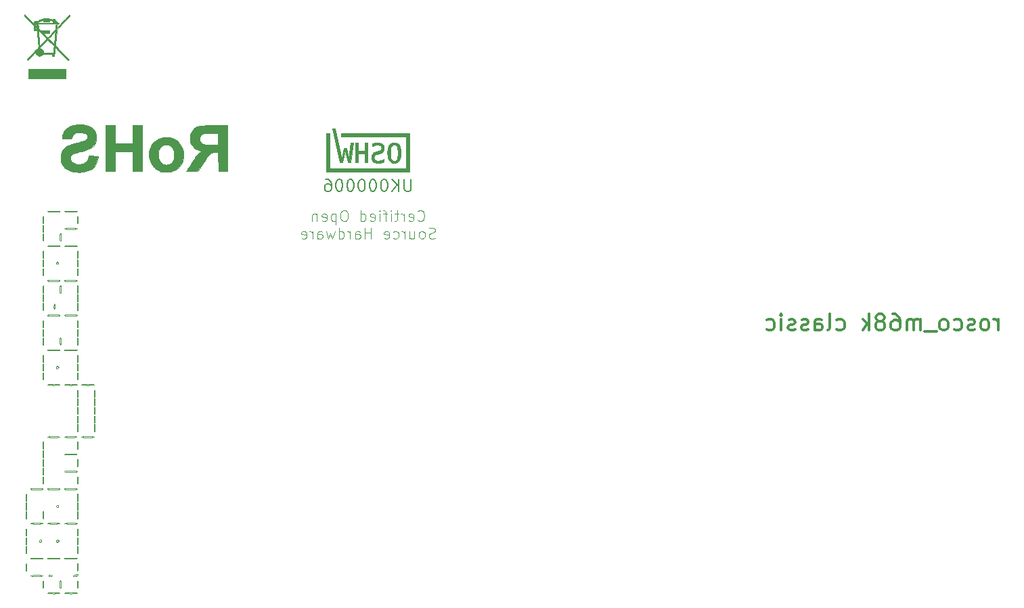
<source format=gbr>
G04 #@! TF.GenerationSoftware,KiCad,Pcbnew,(6.0.0-0)*
G04 #@! TF.CreationDate,2023-11-11T14:04:57+00:00*
G04 #@! TF.ProjectId,rosco_m68k,726f7363-6f5f-46d3-9638-6b2e6b696361,030-1.00*
G04 #@! TF.SameCoordinates,Original*
G04 #@! TF.FileFunction,Legend,Bot*
G04 #@! TF.FilePolarity,Positive*
%FSLAX46Y46*%
G04 Gerber Fmt 4.6, Leading zero omitted, Abs format (unit mm)*
G04 Created by KiCad (PCBNEW (6.0.0-0)) date 2023-11-11 14:04:57*
%MOMM*%
%LPD*%
G01*
G04 APERTURE LIST*
%ADD10C,0.300000*%
%ADD11C,0.113792*%
%ADD12C,0.200000*%
%ADD13C,0.002540*%
%ADD14C,0.010000*%
%ADD15C,0.012500*%
G04 APERTURE END LIST*
D10*
X199298809Y-95714761D02*
X199298809Y-94381428D01*
X199298809Y-94762380D02*
X199203571Y-94571904D01*
X199108333Y-94476666D01*
X198917857Y-94381428D01*
X198727380Y-94381428D01*
X197775000Y-95714761D02*
X197965476Y-95619523D01*
X198060714Y-95524285D01*
X198155952Y-95333809D01*
X198155952Y-94762380D01*
X198060714Y-94571904D01*
X197965476Y-94476666D01*
X197775000Y-94381428D01*
X197489285Y-94381428D01*
X197298809Y-94476666D01*
X197203571Y-94571904D01*
X197108333Y-94762380D01*
X197108333Y-95333809D01*
X197203571Y-95524285D01*
X197298809Y-95619523D01*
X197489285Y-95714761D01*
X197775000Y-95714761D01*
X196346428Y-95619523D02*
X196155952Y-95714761D01*
X195775000Y-95714761D01*
X195584523Y-95619523D01*
X195489285Y-95429047D01*
X195489285Y-95333809D01*
X195584523Y-95143333D01*
X195775000Y-95048095D01*
X196060714Y-95048095D01*
X196251190Y-94952857D01*
X196346428Y-94762380D01*
X196346428Y-94667142D01*
X196251190Y-94476666D01*
X196060714Y-94381428D01*
X195775000Y-94381428D01*
X195584523Y-94476666D01*
X193775000Y-95619523D02*
X193965476Y-95714761D01*
X194346428Y-95714761D01*
X194536904Y-95619523D01*
X194632142Y-95524285D01*
X194727380Y-95333809D01*
X194727380Y-94762380D01*
X194632142Y-94571904D01*
X194536904Y-94476666D01*
X194346428Y-94381428D01*
X193965476Y-94381428D01*
X193775000Y-94476666D01*
X192632142Y-95714761D02*
X192822619Y-95619523D01*
X192917857Y-95524285D01*
X193013095Y-95333809D01*
X193013095Y-94762380D01*
X192917857Y-94571904D01*
X192822619Y-94476666D01*
X192632142Y-94381428D01*
X192346428Y-94381428D01*
X192155952Y-94476666D01*
X192060714Y-94571904D01*
X191965476Y-94762380D01*
X191965476Y-95333809D01*
X192060714Y-95524285D01*
X192155952Y-95619523D01*
X192346428Y-95714761D01*
X192632142Y-95714761D01*
X191584523Y-95905238D02*
X190060714Y-95905238D01*
X189584523Y-95714761D02*
X189584523Y-94381428D01*
X189584523Y-94571904D02*
X189489285Y-94476666D01*
X189298809Y-94381428D01*
X189013095Y-94381428D01*
X188822619Y-94476666D01*
X188727380Y-94667142D01*
X188727380Y-95714761D01*
X188727380Y-94667142D02*
X188632142Y-94476666D01*
X188441666Y-94381428D01*
X188155952Y-94381428D01*
X187965476Y-94476666D01*
X187870238Y-94667142D01*
X187870238Y-95714761D01*
X186060714Y-93714761D02*
X186441666Y-93714761D01*
X186632142Y-93810000D01*
X186727380Y-93905238D01*
X186917857Y-94190952D01*
X187013095Y-94571904D01*
X187013095Y-95333809D01*
X186917857Y-95524285D01*
X186822619Y-95619523D01*
X186632142Y-95714761D01*
X186251190Y-95714761D01*
X186060714Y-95619523D01*
X185965476Y-95524285D01*
X185870238Y-95333809D01*
X185870238Y-94857619D01*
X185965476Y-94667142D01*
X186060714Y-94571904D01*
X186251190Y-94476666D01*
X186632142Y-94476666D01*
X186822619Y-94571904D01*
X186917857Y-94667142D01*
X187013095Y-94857619D01*
X184727380Y-94571904D02*
X184917857Y-94476666D01*
X185013095Y-94381428D01*
X185108333Y-94190952D01*
X185108333Y-94095714D01*
X185013095Y-93905238D01*
X184917857Y-93810000D01*
X184727380Y-93714761D01*
X184346428Y-93714761D01*
X184155952Y-93810000D01*
X184060714Y-93905238D01*
X183965476Y-94095714D01*
X183965476Y-94190952D01*
X184060714Y-94381428D01*
X184155952Y-94476666D01*
X184346428Y-94571904D01*
X184727380Y-94571904D01*
X184917857Y-94667142D01*
X185013095Y-94762380D01*
X185108333Y-94952857D01*
X185108333Y-95333809D01*
X185013095Y-95524285D01*
X184917857Y-95619523D01*
X184727380Y-95714761D01*
X184346428Y-95714761D01*
X184155952Y-95619523D01*
X184060714Y-95524285D01*
X183965476Y-95333809D01*
X183965476Y-94952857D01*
X184060714Y-94762380D01*
X184155952Y-94667142D01*
X184346428Y-94571904D01*
X183108333Y-95714761D02*
X183108333Y-93714761D01*
X182917857Y-94952857D02*
X182346428Y-95714761D01*
X182346428Y-94381428D02*
X183108333Y-95143333D01*
X179108333Y-95619523D02*
X179298809Y-95714761D01*
X179679761Y-95714761D01*
X179870238Y-95619523D01*
X179965476Y-95524285D01*
X180060714Y-95333809D01*
X180060714Y-94762380D01*
X179965476Y-94571904D01*
X179870238Y-94476666D01*
X179679761Y-94381428D01*
X179298809Y-94381428D01*
X179108333Y-94476666D01*
X177965476Y-95714761D02*
X178155952Y-95619523D01*
X178251190Y-95429047D01*
X178251190Y-93714761D01*
X176346428Y-95714761D02*
X176346428Y-94667142D01*
X176441666Y-94476666D01*
X176632142Y-94381428D01*
X177013095Y-94381428D01*
X177203571Y-94476666D01*
X176346428Y-95619523D02*
X176536904Y-95714761D01*
X177013095Y-95714761D01*
X177203571Y-95619523D01*
X177298809Y-95429047D01*
X177298809Y-95238571D01*
X177203571Y-95048095D01*
X177013095Y-94952857D01*
X176536904Y-94952857D01*
X176346428Y-94857619D01*
X175489285Y-95619523D02*
X175298809Y-95714761D01*
X174917857Y-95714761D01*
X174727380Y-95619523D01*
X174632142Y-95429047D01*
X174632142Y-95333809D01*
X174727380Y-95143333D01*
X174917857Y-95048095D01*
X175203571Y-95048095D01*
X175394047Y-94952857D01*
X175489285Y-94762380D01*
X175489285Y-94667142D01*
X175394047Y-94476666D01*
X175203571Y-94381428D01*
X174917857Y-94381428D01*
X174727380Y-94476666D01*
X173870238Y-95619523D02*
X173679761Y-95714761D01*
X173298809Y-95714761D01*
X173108333Y-95619523D01*
X173013095Y-95429047D01*
X173013095Y-95333809D01*
X173108333Y-95143333D01*
X173298809Y-95048095D01*
X173584523Y-95048095D01*
X173775000Y-94952857D01*
X173870238Y-94762380D01*
X173870238Y-94667142D01*
X173775000Y-94476666D01*
X173584523Y-94381428D01*
X173298809Y-94381428D01*
X173108333Y-94476666D01*
X172155952Y-95714761D02*
X172155952Y-94381428D01*
X172155952Y-93714761D02*
X172251190Y-93810000D01*
X172155952Y-93905238D01*
X172060714Y-93810000D01*
X172155952Y-93714761D01*
X172155952Y-93905238D01*
X170346428Y-95619523D02*
X170536904Y-95714761D01*
X170917857Y-95714761D01*
X171108333Y-95619523D01*
X171203571Y-95524285D01*
X171298809Y-95333809D01*
X171298809Y-94762380D01*
X171203571Y-94571904D01*
X171108333Y-94476666D01*
X170917857Y-94381428D01*
X170536904Y-94381428D01*
X170346428Y-94476666D01*
D11*
X126681653Y-81933399D02*
X126746000Y-81997745D01*
X126939040Y-82062092D01*
X127067733Y-82062092D01*
X127260773Y-81997745D01*
X127389466Y-81869052D01*
X127453813Y-81740359D01*
X127518160Y-81482972D01*
X127518160Y-81289932D01*
X127453813Y-81032545D01*
X127389466Y-80903852D01*
X127260773Y-80775159D01*
X127067733Y-80710812D01*
X126939040Y-80710812D01*
X126746000Y-80775159D01*
X126681653Y-80839505D01*
X125587760Y-81997745D02*
X125716453Y-82062092D01*
X125973840Y-82062092D01*
X126102533Y-81997745D01*
X126166880Y-81869052D01*
X126166880Y-81354279D01*
X126102533Y-81225585D01*
X125973840Y-81161239D01*
X125716453Y-81161239D01*
X125587760Y-81225585D01*
X125523413Y-81354279D01*
X125523413Y-81482972D01*
X126166880Y-81611665D01*
X124944293Y-82062092D02*
X124944293Y-81161239D01*
X124944293Y-81418625D02*
X124879946Y-81289932D01*
X124815600Y-81225585D01*
X124686906Y-81161239D01*
X124558213Y-81161239D01*
X124300826Y-81161239D02*
X123786053Y-81161239D01*
X124107786Y-80710812D02*
X124107786Y-81869052D01*
X124043440Y-81997745D01*
X123914746Y-82062092D01*
X123786053Y-82062092D01*
X123335626Y-82062092D02*
X123335626Y-81161239D01*
X123335626Y-80710812D02*
X123399973Y-80775159D01*
X123335626Y-80839505D01*
X123271280Y-80775159D01*
X123335626Y-80710812D01*
X123335626Y-80839505D01*
X122885200Y-81161239D02*
X122370426Y-81161239D01*
X122692160Y-82062092D02*
X122692160Y-80903852D01*
X122627813Y-80775159D01*
X122499120Y-80710812D01*
X122370426Y-80710812D01*
X121920000Y-82062092D02*
X121920000Y-81161239D01*
X121920000Y-80710812D02*
X121984346Y-80775159D01*
X121920000Y-80839505D01*
X121855653Y-80775159D01*
X121920000Y-80710812D01*
X121920000Y-80839505D01*
X120761760Y-81997745D02*
X120890453Y-82062092D01*
X121147840Y-82062092D01*
X121276533Y-81997745D01*
X121340880Y-81869052D01*
X121340880Y-81354279D01*
X121276533Y-81225585D01*
X121147840Y-81161239D01*
X120890453Y-81161239D01*
X120761760Y-81225585D01*
X120697413Y-81354279D01*
X120697413Y-81482972D01*
X121340880Y-81611665D01*
X119539173Y-82062092D02*
X119539173Y-80710812D01*
X119539173Y-81997745D02*
X119667866Y-82062092D01*
X119925253Y-82062092D01*
X120053946Y-81997745D01*
X120118293Y-81933399D01*
X120182640Y-81804705D01*
X120182640Y-81418625D01*
X120118293Y-81289932D01*
X120053946Y-81225585D01*
X119925253Y-81161239D01*
X119667866Y-81161239D01*
X119539173Y-81225585D01*
X117608773Y-80710812D02*
X117351386Y-80710812D01*
X117222693Y-80775159D01*
X117094000Y-80903852D01*
X117029653Y-81161239D01*
X117029653Y-81611665D01*
X117094000Y-81869052D01*
X117222693Y-81997745D01*
X117351386Y-82062092D01*
X117608773Y-82062092D01*
X117737466Y-81997745D01*
X117866160Y-81869052D01*
X117930506Y-81611665D01*
X117930506Y-81161239D01*
X117866160Y-80903852D01*
X117737466Y-80775159D01*
X117608773Y-80710812D01*
X116450533Y-81161239D02*
X116450533Y-82512519D01*
X116450533Y-81225585D02*
X116321840Y-81161239D01*
X116064453Y-81161239D01*
X115935760Y-81225585D01*
X115871413Y-81289932D01*
X115807066Y-81418625D01*
X115807066Y-81804705D01*
X115871413Y-81933399D01*
X115935760Y-81997745D01*
X116064453Y-82062092D01*
X116321840Y-82062092D01*
X116450533Y-81997745D01*
X114713173Y-81997745D02*
X114841866Y-82062092D01*
X115099253Y-82062092D01*
X115227946Y-81997745D01*
X115292293Y-81869052D01*
X115292293Y-81354279D01*
X115227946Y-81225585D01*
X115099253Y-81161239D01*
X114841866Y-81161239D01*
X114713173Y-81225585D01*
X114648826Y-81354279D01*
X114648826Y-81482972D01*
X115292293Y-81611665D01*
X114069706Y-81161239D02*
X114069706Y-82062092D01*
X114069706Y-81289932D02*
X114005360Y-81225585D01*
X113876666Y-81161239D01*
X113683626Y-81161239D01*
X113554933Y-81225585D01*
X113490586Y-81354279D01*
X113490586Y-82062092D01*
X128837266Y-84173306D02*
X128644226Y-84237653D01*
X128322493Y-84237653D01*
X128193800Y-84173306D01*
X128129453Y-84108960D01*
X128065106Y-83980266D01*
X128065106Y-83851573D01*
X128129453Y-83722880D01*
X128193800Y-83658533D01*
X128322493Y-83594186D01*
X128579880Y-83529840D01*
X128708573Y-83465493D01*
X128772920Y-83401146D01*
X128837266Y-83272453D01*
X128837266Y-83143760D01*
X128772920Y-83015066D01*
X128708573Y-82950720D01*
X128579880Y-82886373D01*
X128258146Y-82886373D01*
X128065106Y-82950720D01*
X127292946Y-84237653D02*
X127421640Y-84173306D01*
X127485986Y-84108960D01*
X127550333Y-83980266D01*
X127550333Y-83594186D01*
X127485986Y-83465493D01*
X127421640Y-83401146D01*
X127292946Y-83336800D01*
X127099906Y-83336800D01*
X126971213Y-83401146D01*
X126906866Y-83465493D01*
X126842520Y-83594186D01*
X126842520Y-83980266D01*
X126906866Y-84108960D01*
X126971213Y-84173306D01*
X127099906Y-84237653D01*
X127292946Y-84237653D01*
X125684280Y-83336800D02*
X125684280Y-84237653D01*
X126263400Y-83336800D02*
X126263400Y-84044613D01*
X126199053Y-84173306D01*
X126070360Y-84237653D01*
X125877320Y-84237653D01*
X125748626Y-84173306D01*
X125684280Y-84108960D01*
X125040813Y-84237653D02*
X125040813Y-83336800D01*
X125040813Y-83594186D02*
X124976466Y-83465493D01*
X124912120Y-83401146D01*
X124783426Y-83336800D01*
X124654733Y-83336800D01*
X123625186Y-84173306D02*
X123753880Y-84237653D01*
X124011266Y-84237653D01*
X124139960Y-84173306D01*
X124204306Y-84108960D01*
X124268653Y-83980266D01*
X124268653Y-83594186D01*
X124204306Y-83465493D01*
X124139960Y-83401146D01*
X124011266Y-83336800D01*
X123753880Y-83336800D01*
X123625186Y-83401146D01*
X122531293Y-84173306D02*
X122659986Y-84237653D01*
X122917373Y-84237653D01*
X123046066Y-84173306D01*
X123110413Y-84044613D01*
X123110413Y-83529840D01*
X123046066Y-83401146D01*
X122917373Y-83336800D01*
X122659986Y-83336800D01*
X122531293Y-83401146D01*
X122466946Y-83529840D01*
X122466946Y-83658533D01*
X123110413Y-83787226D01*
X120858280Y-84237653D02*
X120858280Y-82886373D01*
X120858280Y-83529840D02*
X120086120Y-83529840D01*
X120086120Y-84237653D02*
X120086120Y-82886373D01*
X118863533Y-84237653D02*
X118863533Y-83529840D01*
X118927880Y-83401146D01*
X119056573Y-83336800D01*
X119313960Y-83336800D01*
X119442653Y-83401146D01*
X118863533Y-84173306D02*
X118992226Y-84237653D01*
X119313960Y-84237653D01*
X119442653Y-84173306D01*
X119507000Y-84044613D01*
X119507000Y-83915920D01*
X119442653Y-83787226D01*
X119313960Y-83722880D01*
X118992226Y-83722880D01*
X118863533Y-83658533D01*
X118220066Y-84237653D02*
X118220066Y-83336800D01*
X118220066Y-83594186D02*
X118155720Y-83465493D01*
X118091373Y-83401146D01*
X117962680Y-83336800D01*
X117833986Y-83336800D01*
X116804440Y-84237653D02*
X116804440Y-82886373D01*
X116804440Y-84173306D02*
X116933133Y-84237653D01*
X117190520Y-84237653D01*
X117319213Y-84173306D01*
X117383560Y-84108960D01*
X117447906Y-83980266D01*
X117447906Y-83594186D01*
X117383560Y-83465493D01*
X117319213Y-83401146D01*
X117190520Y-83336800D01*
X116933133Y-83336800D01*
X116804440Y-83401146D01*
X116289666Y-83336800D02*
X116032280Y-84237653D01*
X115774893Y-83594186D01*
X115517506Y-84237653D01*
X115260120Y-83336800D01*
X114166226Y-84237653D02*
X114166226Y-83529840D01*
X114230573Y-83401146D01*
X114359266Y-83336800D01*
X114616653Y-83336800D01*
X114745346Y-83401146D01*
X114166226Y-84173306D02*
X114294920Y-84237653D01*
X114616653Y-84237653D01*
X114745346Y-84173306D01*
X114809693Y-84044613D01*
X114809693Y-83915920D01*
X114745346Y-83787226D01*
X114616653Y-83722880D01*
X114294920Y-83722880D01*
X114166226Y-83658533D01*
X113522760Y-84237653D02*
X113522760Y-83336800D01*
X113522760Y-83594186D02*
X113458413Y-83465493D01*
X113394066Y-83401146D01*
X113265373Y-83336800D01*
X113136680Y-83336800D01*
X112171480Y-84173306D02*
X112300173Y-84237653D01*
X112557560Y-84237653D01*
X112686253Y-84173306D01*
X112750600Y-84044613D01*
X112750600Y-83529840D01*
X112686253Y-83401146D01*
X112557560Y-83336800D01*
X112300173Y-83336800D01*
X112171480Y-83401146D01*
X112107133Y-83529840D01*
X112107133Y-83658533D01*
X112750600Y-83787226D01*
D12*
X125845414Y-76844261D02*
X125845414Y-78038309D01*
X125775176Y-78178785D01*
X125704938Y-78249023D01*
X125564461Y-78319261D01*
X125283509Y-78319261D01*
X125143033Y-78249023D01*
X125072795Y-78178785D01*
X125002557Y-78038309D01*
X125002557Y-76844261D01*
X124300176Y-78319261D02*
X124300176Y-76844261D01*
X123457319Y-78319261D02*
X124089461Y-77476404D01*
X123457319Y-76844261D02*
X124300176Y-77687119D01*
X122544223Y-76844261D02*
X122403747Y-76844261D01*
X122263271Y-76914500D01*
X122193033Y-76984738D01*
X122122795Y-77125214D01*
X122052557Y-77406166D01*
X122052557Y-77757357D01*
X122122795Y-78038309D01*
X122193033Y-78178785D01*
X122263271Y-78249023D01*
X122403747Y-78319261D01*
X122544223Y-78319261D01*
X122684700Y-78249023D01*
X122754938Y-78178785D01*
X122825176Y-78038309D01*
X122895414Y-77757357D01*
X122895414Y-77406166D01*
X122825176Y-77125214D01*
X122754938Y-76984738D01*
X122684700Y-76914500D01*
X122544223Y-76844261D01*
X121139461Y-76844261D02*
X120998985Y-76844261D01*
X120858509Y-76914500D01*
X120788271Y-76984738D01*
X120718033Y-77125214D01*
X120647795Y-77406166D01*
X120647795Y-77757357D01*
X120718033Y-78038309D01*
X120788271Y-78178785D01*
X120858509Y-78249023D01*
X120998985Y-78319261D01*
X121139461Y-78319261D01*
X121279938Y-78249023D01*
X121350176Y-78178785D01*
X121420414Y-78038309D01*
X121490652Y-77757357D01*
X121490652Y-77406166D01*
X121420414Y-77125214D01*
X121350176Y-76984738D01*
X121279938Y-76914500D01*
X121139461Y-76844261D01*
X119734700Y-76844261D02*
X119594223Y-76844261D01*
X119453747Y-76914500D01*
X119383509Y-76984738D01*
X119313271Y-77125214D01*
X119243033Y-77406166D01*
X119243033Y-77757357D01*
X119313271Y-78038309D01*
X119383509Y-78178785D01*
X119453747Y-78249023D01*
X119594223Y-78319261D01*
X119734700Y-78319261D01*
X119875176Y-78249023D01*
X119945414Y-78178785D01*
X120015652Y-78038309D01*
X120085890Y-77757357D01*
X120085890Y-77406166D01*
X120015652Y-77125214D01*
X119945414Y-76984738D01*
X119875176Y-76914500D01*
X119734700Y-76844261D01*
X118329938Y-76844261D02*
X118189461Y-76844261D01*
X118048985Y-76914500D01*
X117978747Y-76984738D01*
X117908509Y-77125214D01*
X117838271Y-77406166D01*
X117838271Y-77757357D01*
X117908509Y-78038309D01*
X117978747Y-78178785D01*
X118048985Y-78249023D01*
X118189461Y-78319261D01*
X118329938Y-78319261D01*
X118470414Y-78249023D01*
X118540652Y-78178785D01*
X118610890Y-78038309D01*
X118681128Y-77757357D01*
X118681128Y-77406166D01*
X118610890Y-77125214D01*
X118540652Y-76984738D01*
X118470414Y-76914500D01*
X118329938Y-76844261D01*
X116925176Y-76844261D02*
X116784700Y-76844261D01*
X116644223Y-76914500D01*
X116573985Y-76984738D01*
X116503747Y-77125214D01*
X116433509Y-77406166D01*
X116433509Y-77757357D01*
X116503747Y-78038309D01*
X116573985Y-78178785D01*
X116644223Y-78249023D01*
X116784700Y-78319261D01*
X116925176Y-78319261D01*
X117065652Y-78249023D01*
X117135890Y-78178785D01*
X117206128Y-78038309D01*
X117276366Y-77757357D01*
X117276366Y-77406166D01*
X117206128Y-77125214D01*
X117135890Y-76984738D01*
X117065652Y-76914500D01*
X116925176Y-76844261D01*
X115169223Y-76844261D02*
X115450176Y-76844261D01*
X115590652Y-76914500D01*
X115660890Y-76984738D01*
X115801366Y-77195452D01*
X115871604Y-77476404D01*
X115871604Y-78038309D01*
X115801366Y-78178785D01*
X115731128Y-78249023D01*
X115590652Y-78319261D01*
X115309700Y-78319261D01*
X115169223Y-78249023D01*
X115098985Y-78178785D01*
X115028747Y-78038309D01*
X115028747Y-77687119D01*
X115098985Y-77546642D01*
X115169223Y-77476404D01*
X115309700Y-77406166D01*
X115590652Y-77406166D01*
X115731128Y-77476404D01*
X115801366Y-77546642D01*
X115871604Y-77687119D01*
D13*
X123235161Y-73512994D02*
X122886242Y-73512994D01*
X122886242Y-73512994D02*
X122889447Y-73669108D01*
X122889447Y-73669108D02*
X122899059Y-73814991D01*
X122899059Y-73814991D02*
X122915079Y-73950642D01*
X122915079Y-73950642D02*
X122937507Y-74076060D01*
X122937507Y-74076060D02*
X122966342Y-74191247D01*
X122966342Y-74191247D02*
X123001585Y-74296202D01*
X123001585Y-74296202D02*
X123043236Y-74390925D01*
X123043236Y-74390925D02*
X123091294Y-74475416D01*
X123091294Y-74475416D02*
X123165066Y-74572430D01*
X123165066Y-74572430D02*
X123250780Y-74651805D01*
X123250780Y-74651805D02*
X123348437Y-74713541D01*
X123348437Y-74713541D02*
X123458037Y-74757638D01*
X123458037Y-74757638D02*
X123579580Y-74784096D01*
X123579580Y-74784096D02*
X123713065Y-74792916D01*
X123713065Y-74792916D02*
X123846551Y-74784142D01*
X123846551Y-74784142D02*
X123968095Y-74757822D01*
X123968095Y-74757822D02*
X124077694Y-74713954D01*
X124077694Y-74713954D02*
X124175351Y-74652539D01*
X124175351Y-74652539D02*
X124261065Y-74573578D01*
X124261065Y-74573578D02*
X124334836Y-74477069D01*
X124334836Y-74477069D02*
X124382507Y-74392914D01*
X124382507Y-74392914D02*
X124423823Y-74298372D01*
X124423823Y-74298372D02*
X124458782Y-74193444D01*
X124458782Y-74193444D02*
X124487385Y-74078128D01*
X124487385Y-74078128D02*
X124509631Y-73952425D01*
X124509631Y-73952425D02*
X124525522Y-73816335D01*
X124525522Y-73816335D02*
X124535056Y-73669858D01*
X124535056Y-73669858D02*
X124538234Y-73512994D01*
X124538234Y-73512994D02*
X124535056Y-73356492D01*
X124535056Y-73356492D02*
X124525522Y-73210274D01*
X124525522Y-73210274D02*
X124509631Y-73074340D01*
X124509631Y-73074340D02*
X124487385Y-72948689D01*
X124487385Y-72948689D02*
X124458782Y-72833321D01*
X124458782Y-72833321D02*
X124423823Y-72728237D01*
X124423823Y-72728237D02*
X124382507Y-72633436D01*
X124382507Y-72633436D02*
X124334836Y-72548918D01*
X124334836Y-72548918D02*
X124260606Y-72451905D01*
X124260606Y-72451905D02*
X124174616Y-72372531D01*
X124174616Y-72372531D02*
X124076868Y-72310795D01*
X124076868Y-72310795D02*
X123967359Y-72266698D01*
X123967359Y-72266698D02*
X123846092Y-72240239D01*
X123846092Y-72240239D02*
X123713065Y-72231418D01*
X123713065Y-72231418D02*
X123579580Y-72240239D01*
X123579580Y-72240239D02*
X123458037Y-72266698D01*
X123458037Y-72266698D02*
X123348437Y-72310795D01*
X123348437Y-72310795D02*
X123250780Y-72372531D01*
X123250780Y-72372531D02*
X123165066Y-72451905D01*
X123165066Y-72451905D02*
X123091294Y-72548918D01*
X123091294Y-72548918D02*
X123043236Y-72633436D01*
X123043236Y-72633436D02*
X123001585Y-72728237D01*
X123001585Y-72728237D02*
X122966342Y-72833321D01*
X122966342Y-72833321D02*
X122937507Y-72948689D01*
X122937507Y-72948689D02*
X122915079Y-73074340D01*
X122915079Y-73074340D02*
X122899059Y-73210274D01*
X122899059Y-73210274D02*
X122889447Y-73356492D01*
X122889447Y-73356492D02*
X122886242Y-73512994D01*
X122886242Y-73512994D02*
X123235161Y-73512994D01*
X123235161Y-73512994D02*
X123238285Y-73340280D01*
X123238285Y-73340280D02*
X123247656Y-73184838D01*
X123247656Y-73184838D02*
X123263274Y-73046667D01*
X123263274Y-73046667D02*
X123285139Y-72925767D01*
X123285139Y-72925767D02*
X123313251Y-72822138D01*
X123313251Y-72822138D02*
X123347609Y-72735780D01*
X123347609Y-72735780D02*
X123411999Y-72633772D01*
X123411999Y-72633772D02*
X123494371Y-72560909D01*
X123494371Y-72560909D02*
X123594727Y-72517190D01*
X123594727Y-72517190D02*
X123713065Y-72502616D01*
X123713065Y-72502616D02*
X123830785Y-72517190D01*
X123830785Y-72517190D02*
X123930934Y-72560909D01*
X123930934Y-72560909D02*
X124013512Y-72633772D01*
X124013512Y-72633772D02*
X124078521Y-72735780D01*
X124078521Y-72735780D02*
X124112375Y-72822138D01*
X124112375Y-72822138D02*
X124140074Y-72925767D01*
X124140074Y-72925767D02*
X124161617Y-73046667D01*
X124161617Y-73046667D02*
X124177005Y-73184838D01*
X124177005Y-73184838D02*
X124186238Y-73340280D01*
X124186238Y-73340280D02*
X124189315Y-73512994D01*
X124189315Y-73512994D02*
X124186238Y-73685203D01*
X124186238Y-73685203D02*
X124177005Y-73840232D01*
X124177005Y-73840232D02*
X124161617Y-73978082D01*
X124161617Y-73978082D02*
X124140074Y-74098752D01*
X124140074Y-74098752D02*
X124112375Y-74202243D01*
X124112375Y-74202243D02*
X124078521Y-74288554D01*
X124078521Y-74288554D02*
X124013512Y-74390563D01*
X124013512Y-74390563D02*
X123930934Y-74463427D01*
X123930934Y-74463427D02*
X123830785Y-74507145D01*
X123830785Y-74507145D02*
X123713065Y-74521718D01*
X123713065Y-74521718D02*
X123594727Y-74507249D01*
X123594727Y-74507249D02*
X123494371Y-74463840D01*
X123494371Y-74463840D02*
X123411999Y-74391493D01*
X123411999Y-74391493D02*
X123347609Y-74290208D01*
X123347609Y-74290208D02*
X123313251Y-74203851D01*
X123313251Y-74203851D02*
X123285139Y-74100222D01*
X123285139Y-74100222D02*
X123263274Y-73979322D01*
X123263274Y-73979322D02*
X123247656Y-73841151D01*
X123247656Y-73841151D02*
X123238285Y-73685708D01*
X123238285Y-73685708D02*
X123235161Y-73512994D01*
X123235161Y-73512994D02*
X123235161Y-73512994D01*
G36*
X122899059Y-73210274D02*
G01*
X122915079Y-73074340D01*
X122937507Y-72948689D01*
X122966342Y-72833321D01*
X123001585Y-72728237D01*
X123043236Y-72633436D01*
X123091294Y-72548918D01*
X123165066Y-72451905D01*
X123250780Y-72372531D01*
X123348437Y-72310795D01*
X123458037Y-72266698D01*
X123579580Y-72240239D01*
X123713065Y-72231418D01*
X123846092Y-72240239D01*
X123967359Y-72266698D01*
X124076868Y-72310795D01*
X124174616Y-72372531D01*
X124260606Y-72451905D01*
X124334836Y-72548918D01*
X124382507Y-72633436D01*
X124423823Y-72728237D01*
X124458782Y-72833321D01*
X124487385Y-72948689D01*
X124509631Y-73074340D01*
X124525522Y-73210274D01*
X124535056Y-73356492D01*
X124538234Y-73512994D01*
X124535056Y-73669858D01*
X124525522Y-73816335D01*
X124509631Y-73952425D01*
X124487385Y-74078128D01*
X124458782Y-74193444D01*
X124423823Y-74298372D01*
X124382507Y-74392914D01*
X124334836Y-74477069D01*
X124261065Y-74573578D01*
X124175351Y-74652539D01*
X124077694Y-74713954D01*
X123968095Y-74757822D01*
X123846551Y-74784142D01*
X123713065Y-74792916D01*
X123579580Y-74784096D01*
X123458037Y-74757638D01*
X123348437Y-74713541D01*
X123250780Y-74651805D01*
X123165066Y-74572430D01*
X123091294Y-74475416D01*
X123043236Y-74390925D01*
X123001585Y-74296202D01*
X122966342Y-74191247D01*
X122937507Y-74076060D01*
X122915079Y-73950642D01*
X122899059Y-73814991D01*
X122889447Y-73669108D01*
X122886242Y-73512994D01*
X123235161Y-73512994D01*
X123238285Y-73685708D01*
X123247656Y-73841151D01*
X123263274Y-73979322D01*
X123285139Y-74100222D01*
X123313251Y-74203851D01*
X123347609Y-74290208D01*
X123411999Y-74391493D01*
X123494371Y-74463840D01*
X123594727Y-74507249D01*
X123713065Y-74521718D01*
X123830785Y-74507145D01*
X123930934Y-74463427D01*
X124013512Y-74390563D01*
X124078521Y-74288554D01*
X124112375Y-74202243D01*
X124140074Y-74098752D01*
X124161617Y-73978082D01*
X124177005Y-73840232D01*
X124186238Y-73685203D01*
X124189315Y-73512994D01*
X124186238Y-73340280D01*
X124177005Y-73184838D01*
X124161617Y-73046667D01*
X124140074Y-72925767D01*
X124112375Y-72822138D01*
X124078521Y-72735780D01*
X124013512Y-72633772D01*
X123930934Y-72560909D01*
X123830785Y-72517190D01*
X123713065Y-72502616D01*
X123594727Y-72517190D01*
X123494371Y-72560909D01*
X123411999Y-72633772D01*
X123347609Y-72735780D01*
X123313251Y-72822138D01*
X123285139Y-72925767D01*
X123263274Y-73046667D01*
X123247656Y-73184838D01*
X123238285Y-73340280D01*
X123235161Y-73512994D01*
X122886242Y-73512994D01*
X122889447Y-73356492D01*
X122899059Y-73210274D01*
G37*
X122899059Y-73210274D02*
X122915079Y-73074340D01*
X122937507Y-72948689D01*
X122966342Y-72833321D01*
X123001585Y-72728237D01*
X123043236Y-72633436D01*
X123091294Y-72548918D01*
X123165066Y-72451905D01*
X123250780Y-72372531D01*
X123348437Y-72310795D01*
X123458037Y-72266698D01*
X123579580Y-72240239D01*
X123713065Y-72231418D01*
X123846092Y-72240239D01*
X123967359Y-72266698D01*
X124076868Y-72310795D01*
X124174616Y-72372531D01*
X124260606Y-72451905D01*
X124334836Y-72548918D01*
X124382507Y-72633436D01*
X124423823Y-72728237D01*
X124458782Y-72833321D01*
X124487385Y-72948689D01*
X124509631Y-73074340D01*
X124525522Y-73210274D01*
X124535056Y-73356492D01*
X124538234Y-73512994D01*
X124535056Y-73669858D01*
X124525522Y-73816335D01*
X124509631Y-73952425D01*
X124487385Y-74078128D01*
X124458782Y-74193444D01*
X124423823Y-74298372D01*
X124382507Y-74392914D01*
X124334836Y-74477069D01*
X124261065Y-74573578D01*
X124175351Y-74652539D01*
X124077694Y-74713954D01*
X123968095Y-74757822D01*
X123846551Y-74784142D01*
X123713065Y-74792916D01*
X123579580Y-74784096D01*
X123458037Y-74757638D01*
X123348437Y-74713541D01*
X123250780Y-74651805D01*
X123165066Y-74572430D01*
X123091294Y-74475416D01*
X123043236Y-74390925D01*
X123001585Y-74296202D01*
X122966342Y-74191247D01*
X122937507Y-74076060D01*
X122915079Y-73950642D01*
X122899059Y-73814991D01*
X122889447Y-73669108D01*
X122886242Y-73512994D01*
X123235161Y-73512994D01*
X123238285Y-73685708D01*
X123247656Y-73841151D01*
X123263274Y-73979322D01*
X123285139Y-74100222D01*
X123313251Y-74203851D01*
X123347609Y-74290208D01*
X123411999Y-74391493D01*
X123494371Y-74463840D01*
X123594727Y-74507249D01*
X123713065Y-74521718D01*
X123830785Y-74507145D01*
X123930934Y-74463427D01*
X124013512Y-74390563D01*
X124078521Y-74288554D01*
X124112375Y-74202243D01*
X124140074Y-74098752D01*
X124161617Y-73978082D01*
X124177005Y-73840232D01*
X124186238Y-73685203D01*
X124189315Y-73512994D01*
X124186238Y-73340280D01*
X124177005Y-73184838D01*
X124161617Y-73046667D01*
X124140074Y-72925767D01*
X124112375Y-72822138D01*
X124078521Y-72735780D01*
X124013512Y-72633772D01*
X123930934Y-72560909D01*
X123830785Y-72517190D01*
X123713065Y-72502616D01*
X123594727Y-72517190D01*
X123494371Y-72560909D01*
X123411999Y-72633772D01*
X123347609Y-72735780D01*
X123313251Y-72822138D01*
X123285139Y-72925767D01*
X123263274Y-73046667D01*
X123247656Y-73184838D01*
X123238285Y-73340280D01*
X123235161Y-73512994D01*
X122886242Y-73512994D01*
X122889447Y-73356492D01*
X122899059Y-73210274D01*
X118619836Y-72276067D02*
X118294067Y-72276067D01*
X118294067Y-72276067D02*
X118057596Y-74280285D01*
X118057596Y-74280285D02*
X117776477Y-72954062D01*
X117776477Y-72954062D02*
X117427557Y-72954062D01*
X117427557Y-72954062D02*
X117143130Y-74283593D01*
X117143130Y-74283593D02*
X116342214Y-70441622D01*
X116342214Y-70441622D02*
X116016446Y-70441622D01*
X116016446Y-70441622D02*
X116949654Y-74744960D01*
X116949654Y-74744960D02*
X117265500Y-74744960D01*
X117265500Y-74744960D02*
X117601190Y-73278176D01*
X117601190Y-73278176D02*
X117935227Y-74744960D01*
X117935227Y-74744960D02*
X118251073Y-74744960D01*
X118251073Y-74744960D02*
X118619836Y-72276067D01*
X118619836Y-72276067D02*
X118619836Y-72276067D01*
G36*
X117143130Y-74283593D02*
G01*
X117427557Y-72954062D01*
X117776477Y-72954062D01*
X118057596Y-74280285D01*
X118294067Y-72276067D01*
X118619836Y-72276067D01*
X118251073Y-74744960D01*
X117935227Y-74744960D01*
X117601190Y-73278176D01*
X117265500Y-74744960D01*
X116949654Y-74744960D01*
X116016446Y-70441622D01*
X116342214Y-70441622D01*
X117143130Y-74283593D01*
G37*
X117143130Y-74283593D02*
X117427557Y-72954062D01*
X117776477Y-72954062D01*
X118057596Y-74280285D01*
X118294067Y-72276067D01*
X118619836Y-72276067D01*
X118251073Y-74744960D01*
X117935227Y-74744960D01*
X117601190Y-73278176D01*
X117265500Y-74744960D01*
X116949654Y-74744960D01*
X116016446Y-70441622D01*
X116342214Y-70441622D01*
X117143130Y-74283593D01*
X120430578Y-72276067D02*
X120094888Y-72276067D01*
X120094888Y-72276067D02*
X120094888Y-73288098D01*
X120094888Y-73288098D02*
X119180422Y-73288098D01*
X119180422Y-73288098D02*
X119180422Y-72276067D01*
X119180422Y-72276067D02*
X118844732Y-72276067D01*
X118844732Y-72276067D02*
X118844732Y-74744960D01*
X118844732Y-74744960D02*
X119180422Y-74744960D01*
X119180422Y-74744960D02*
X119180422Y-73569218D01*
X119180422Y-73569218D02*
X120094888Y-73569218D01*
X120094888Y-73569218D02*
X120094888Y-74744960D01*
X120094888Y-74744960D02*
X120430578Y-74744960D01*
X120430578Y-74744960D02*
X120430578Y-72276067D01*
X120430578Y-72276067D02*
X120430578Y-72276067D01*
G36*
X119180422Y-73288098D02*
G01*
X120094888Y-73288098D01*
X120094888Y-72276067D01*
X120430578Y-72276067D01*
X120430578Y-74744960D01*
X120094888Y-74744960D01*
X120094888Y-73569218D01*
X119180422Y-73569218D01*
X119180422Y-74744960D01*
X118844732Y-74744960D01*
X118844732Y-72276067D01*
X119180422Y-72276067D01*
X119180422Y-73288098D01*
G37*
X119180422Y-73288098D02*
X120094888Y-73288098D01*
X120094888Y-72276067D01*
X120430578Y-72276067D01*
X120430578Y-74744960D01*
X120094888Y-74744960D01*
X120094888Y-73569218D01*
X119180422Y-73569218D01*
X119180422Y-74744960D01*
X118844732Y-74744960D01*
X118844732Y-72276067D01*
X119180422Y-72276067D01*
X119180422Y-73288098D01*
X125677877Y-71060190D02*
X125677877Y-71271857D01*
X125677877Y-71271857D02*
X125677877Y-75650711D01*
X125677877Y-75650711D02*
X125677877Y-75862378D01*
X125677877Y-75862378D02*
X125466210Y-75862378D01*
X125466210Y-75862378D02*
X115478190Y-75862378D01*
X115478190Y-75862378D02*
X115266523Y-75862378D01*
X115266523Y-75862378D02*
X115266523Y-75650711D01*
X115266523Y-75650711D02*
X115266523Y-71060190D01*
X115266523Y-71060190D02*
X115680769Y-71060190D01*
X115680769Y-71060190D02*
X115689856Y-75439045D01*
X115689856Y-75439045D02*
X125254544Y-75439045D01*
X125254544Y-75439045D02*
X125254544Y-71483524D01*
X125254544Y-71483524D02*
X117116401Y-71483524D01*
X117116401Y-71483524D02*
X117116401Y-71060190D01*
X117116401Y-71060190D02*
X125466210Y-71060190D01*
X125466210Y-71060190D02*
X125677877Y-71060190D01*
X125677877Y-71060190D02*
X125677877Y-71060190D01*
G36*
X115689856Y-75439045D02*
G01*
X125254544Y-75439045D01*
X125254544Y-71483524D01*
X117116401Y-71483524D01*
X117116401Y-71060190D01*
X125677877Y-71060190D01*
X125677877Y-75862378D01*
X115266523Y-75862378D01*
X115266523Y-71060190D01*
X115680769Y-71060190D01*
X115689856Y-75439045D01*
G37*
X115689856Y-75439045D02*
X125254544Y-75439045D01*
X125254544Y-71483524D01*
X117116401Y-71483524D01*
X117116401Y-71060190D01*
X125677877Y-71060190D01*
X125677877Y-75862378D01*
X115266523Y-75862378D01*
X115266523Y-71060190D01*
X115680769Y-71060190D01*
X115689856Y-75439045D01*
X121020930Y-72360402D02*
X121020930Y-72699400D01*
X121020930Y-72699400D02*
X121122538Y-72639687D01*
X121122538Y-72639687D02*
X121224513Y-72590628D01*
X121224513Y-72590628D02*
X121326854Y-72552225D01*
X121326854Y-72552225D02*
X121428646Y-72524666D01*
X121428646Y-72524666D02*
X121531172Y-72508130D01*
X121531172Y-72508130D02*
X121634432Y-72502616D01*
X121634432Y-72502616D02*
X121781056Y-72514928D01*
X121781056Y-72514928D02*
X121905631Y-72551860D01*
X121905631Y-72551860D02*
X122008156Y-72613410D01*
X122008156Y-72613410D02*
X122084408Y-72694808D01*
X122084408Y-72694808D02*
X122130159Y-72793475D01*
X122130159Y-72793475D02*
X122145409Y-72909413D01*
X122145409Y-72909413D02*
X122123085Y-73053695D01*
X122123085Y-73053695D02*
X122056112Y-73159114D01*
X122056112Y-73159114D02*
X121978207Y-73213318D01*
X121978207Y-73213318D02*
X121865759Y-73261273D01*
X121865759Y-73261273D02*
X121718768Y-73302981D01*
X121718768Y-73302981D02*
X121543482Y-73342668D01*
X121543482Y-73342668D02*
X121412117Y-73378784D01*
X121412117Y-73378784D02*
X121295833Y-73422309D01*
X121295833Y-73422309D02*
X121194630Y-73473241D01*
X121194630Y-73473241D02*
X121108507Y-73531581D01*
X121108507Y-73531581D02*
X121037466Y-73597329D01*
X121037466Y-73597329D02*
X120968014Y-73692001D01*
X120968014Y-73692001D02*
X120918405Y-73802382D01*
X120918405Y-73802382D02*
X120888639Y-73928473D01*
X120888639Y-73928473D02*
X120878716Y-74070272D01*
X120878716Y-74070272D02*
X120887448Y-74204482D01*
X120887448Y-74204482D02*
X120913642Y-74325331D01*
X120913642Y-74325331D02*
X120957298Y-74432818D01*
X120957298Y-74432818D02*
X121018417Y-74526943D01*
X121018417Y-74526943D02*
X121096997Y-74607708D01*
X121096997Y-74607708D02*
X121192248Y-74674383D01*
X121192248Y-74674383D02*
X121303373Y-74726241D01*
X121303373Y-74726241D02*
X121430373Y-74763283D01*
X121430373Y-74763283D02*
X121573248Y-74785508D01*
X121573248Y-74785508D02*
X121731997Y-74792916D01*
X121731997Y-74792916D02*
X121847937Y-74788690D01*
X121847937Y-74788690D02*
X121964243Y-74776012D01*
X121964243Y-74776012D02*
X122080917Y-74754881D01*
X122080917Y-74754881D02*
X122197958Y-74726402D01*
X122197958Y-74726402D02*
X122315367Y-74689471D01*
X122315367Y-74689471D02*
X122433143Y-74644087D01*
X122433143Y-74644087D02*
X122433143Y-74288554D01*
X122433143Y-74288554D02*
X122308752Y-74361866D01*
X122308752Y-74361866D02*
X122189139Y-74420846D01*
X122189139Y-74420846D02*
X122074302Y-74465494D01*
X122074302Y-74465494D02*
X121960568Y-74496730D01*
X121960568Y-74496730D02*
X121846467Y-74515471D01*
X121846467Y-74515471D02*
X121731997Y-74521718D01*
X121731997Y-74521718D02*
X121612522Y-74514690D01*
X121612522Y-74514690D02*
X121507102Y-74493606D01*
X121507102Y-74493606D02*
X121415738Y-74458466D01*
X121415738Y-74458466D02*
X121338430Y-74409270D01*
X121338430Y-74409270D02*
X121260342Y-74323281D01*
X121260342Y-74323281D02*
X121213488Y-74217447D01*
X121213488Y-74217447D02*
X121197870Y-74091770D01*
X121197870Y-74091770D02*
X121208711Y-73978036D01*
X121208711Y-73978036D02*
X121241233Y-73883778D01*
X121241233Y-73883778D02*
X121295434Y-73808996D01*
X121295434Y-73808996D02*
X121375362Y-73748914D01*
X121375362Y-73748914D02*
X121487259Y-73698754D01*
X121487259Y-73698754D02*
X121631125Y-73658514D01*
X121631125Y-73658514D02*
X121809719Y-73617173D01*
X121809719Y-73617173D02*
X121939762Y-73582910D01*
X121939762Y-73582910D02*
X122054723Y-73542297D01*
X122054723Y-73542297D02*
X122154603Y-73495334D01*
X122154603Y-73495334D02*
X122239402Y-73442020D01*
X122239402Y-73442020D02*
X122309120Y-73382356D01*
X122309120Y-73382356D02*
X122377126Y-73297091D01*
X122377126Y-73297091D02*
X122425702Y-73198389D01*
X122425702Y-73198389D02*
X122454847Y-73086251D01*
X122454847Y-73086251D02*
X122464563Y-72960676D01*
X122464563Y-72960676D02*
X122455699Y-72833677D01*
X122455699Y-72833677D02*
X122429109Y-72717261D01*
X122429109Y-72717261D02*
X122384791Y-72611428D01*
X122384791Y-72611428D02*
X122322746Y-72516177D01*
X122322746Y-72516177D02*
X122242974Y-72431510D01*
X122242974Y-72431510D02*
X122147856Y-72359478D01*
X122147856Y-72359478D02*
X122041097Y-72303453D01*
X122041097Y-72303453D02*
X121922696Y-72263435D01*
X121922696Y-72263435D02*
X121792653Y-72239423D01*
X121792653Y-72239423D02*
X121650969Y-72231418D01*
X121650969Y-72231418D02*
X121554507Y-72235095D01*
X121554507Y-72235095D02*
X121454737Y-72246119D01*
X121454737Y-72246119D02*
X121351659Y-72264491D01*
X121351659Y-72264491D02*
X121245092Y-72289114D01*
X121245092Y-72289114D02*
X121134849Y-72321084D01*
X121134849Y-72321084D02*
X121020930Y-72360402D01*
X121020930Y-72360402D02*
X121020930Y-72360402D01*
G36*
X121792653Y-72239423D02*
G01*
X121922696Y-72263435D01*
X122041097Y-72303453D01*
X122147856Y-72359478D01*
X122242974Y-72431510D01*
X122322746Y-72516177D01*
X122384791Y-72611428D01*
X122429109Y-72717261D01*
X122455699Y-72833677D01*
X122464563Y-72960676D01*
X122454847Y-73086251D01*
X122425702Y-73198389D01*
X122377126Y-73297091D01*
X122309120Y-73382356D01*
X122239402Y-73442020D01*
X122154603Y-73495334D01*
X122054723Y-73542297D01*
X121939762Y-73582910D01*
X121809719Y-73617173D01*
X121631125Y-73658514D01*
X121487259Y-73698754D01*
X121375362Y-73748914D01*
X121295434Y-73808996D01*
X121241233Y-73883778D01*
X121208711Y-73978036D01*
X121197870Y-74091770D01*
X121213488Y-74217447D01*
X121260342Y-74323281D01*
X121338430Y-74409270D01*
X121415738Y-74458466D01*
X121507102Y-74493606D01*
X121612522Y-74514690D01*
X121731997Y-74521718D01*
X121846467Y-74515471D01*
X121960568Y-74496730D01*
X122074302Y-74465494D01*
X122189139Y-74420846D01*
X122308752Y-74361866D01*
X122433143Y-74288554D01*
X122433143Y-74644087D01*
X122315367Y-74689471D01*
X122197958Y-74726402D01*
X122080917Y-74754881D01*
X121964243Y-74776012D01*
X121847937Y-74788690D01*
X121731997Y-74792916D01*
X121573248Y-74785508D01*
X121430373Y-74763283D01*
X121303373Y-74726241D01*
X121192248Y-74674383D01*
X121096997Y-74607708D01*
X121018417Y-74526943D01*
X120957298Y-74432818D01*
X120913642Y-74325331D01*
X120887448Y-74204482D01*
X120878716Y-74070272D01*
X120888639Y-73928473D01*
X120918405Y-73802382D01*
X120968014Y-73692001D01*
X121037466Y-73597329D01*
X121108507Y-73531581D01*
X121194630Y-73473241D01*
X121295833Y-73422309D01*
X121412117Y-73378784D01*
X121543482Y-73342668D01*
X121718768Y-73302981D01*
X121865759Y-73261273D01*
X121978207Y-73213318D01*
X122056112Y-73159114D01*
X122123085Y-73053695D01*
X122145409Y-72909413D01*
X122130159Y-72793475D01*
X122084408Y-72694808D01*
X122008156Y-72613410D01*
X121905631Y-72551860D01*
X121781056Y-72514928D01*
X121634432Y-72502616D01*
X121531172Y-72508130D01*
X121428646Y-72524666D01*
X121326854Y-72552225D01*
X121224513Y-72590628D01*
X121122538Y-72639687D01*
X121020930Y-72699400D01*
X121020930Y-72360402D01*
X121134849Y-72321084D01*
X121245092Y-72289114D01*
X121351659Y-72264491D01*
X121454737Y-72246119D01*
X121554507Y-72235095D01*
X121650969Y-72231418D01*
X121792653Y-72239423D01*
G37*
X121792653Y-72239423D02*
X121922696Y-72263435D01*
X122041097Y-72303453D01*
X122147856Y-72359478D01*
X122242974Y-72431510D01*
X122322746Y-72516177D01*
X122384791Y-72611428D01*
X122429109Y-72717261D01*
X122455699Y-72833677D01*
X122464563Y-72960676D01*
X122454847Y-73086251D01*
X122425702Y-73198389D01*
X122377126Y-73297091D01*
X122309120Y-73382356D01*
X122239402Y-73442020D01*
X122154603Y-73495334D01*
X122054723Y-73542297D01*
X121939762Y-73582910D01*
X121809719Y-73617173D01*
X121631125Y-73658514D01*
X121487259Y-73698754D01*
X121375362Y-73748914D01*
X121295434Y-73808996D01*
X121241233Y-73883778D01*
X121208711Y-73978036D01*
X121197870Y-74091770D01*
X121213488Y-74217447D01*
X121260342Y-74323281D01*
X121338430Y-74409270D01*
X121415738Y-74458466D01*
X121507102Y-74493606D01*
X121612522Y-74514690D01*
X121731997Y-74521718D01*
X121846467Y-74515471D01*
X121960568Y-74496730D01*
X122074302Y-74465494D01*
X122189139Y-74420846D01*
X122308752Y-74361866D01*
X122433143Y-74288554D01*
X122433143Y-74644087D01*
X122315367Y-74689471D01*
X122197958Y-74726402D01*
X122080917Y-74754881D01*
X121964243Y-74776012D01*
X121847937Y-74788690D01*
X121731997Y-74792916D01*
X121573248Y-74785508D01*
X121430373Y-74763283D01*
X121303373Y-74726241D01*
X121192248Y-74674383D01*
X121096997Y-74607708D01*
X121018417Y-74526943D01*
X120957298Y-74432818D01*
X120913642Y-74325331D01*
X120887448Y-74204482D01*
X120878716Y-74070272D01*
X120888639Y-73928473D01*
X120918405Y-73802382D01*
X120968014Y-73692001D01*
X121037466Y-73597329D01*
X121108507Y-73531581D01*
X121194630Y-73473241D01*
X121295833Y-73422309D01*
X121412117Y-73378784D01*
X121543482Y-73342668D01*
X121718768Y-73302981D01*
X121865759Y-73261273D01*
X121978207Y-73213318D01*
X122056112Y-73159114D01*
X122123085Y-73053695D01*
X122145409Y-72909413D01*
X122130159Y-72793475D01*
X122084408Y-72694808D01*
X122008156Y-72613410D01*
X121905631Y-72551860D01*
X121781056Y-72514928D01*
X121634432Y-72502616D01*
X121531172Y-72508130D01*
X121428646Y-72524666D01*
X121326854Y-72552225D01*
X121224513Y-72590628D01*
X121122538Y-72639687D01*
X121020930Y-72699400D01*
X121020930Y-72360402D01*
X121134849Y-72321084D01*
X121245092Y-72289114D01*
X121351659Y-72264491D01*
X121454737Y-72246119D01*
X121554507Y-72235095D01*
X121650969Y-72231418D01*
X121792653Y-72239423D01*
D14*
X83963368Y-69994987D02*
X83734044Y-70022497D01*
X83734044Y-70022497D02*
X83524005Y-70066937D01*
X83524005Y-70066937D02*
X83325167Y-70129711D01*
X83325167Y-70129711D02*
X83129443Y-70212226D01*
X83129443Y-70212226D02*
X83086294Y-70233023D01*
X83086294Y-70233023D02*
X82852692Y-70371313D01*
X82852692Y-70371313D02*
X82652626Y-70539953D01*
X82652626Y-70539953D02*
X82485669Y-70739436D01*
X82485669Y-70739436D02*
X82351395Y-70970254D01*
X82351395Y-70970254D02*
X82264673Y-71185363D01*
X82264673Y-71185363D02*
X82228002Y-71313355D01*
X82228002Y-71313355D02*
X82199305Y-71448596D01*
X82199305Y-71448596D02*
X82184333Y-71560670D01*
X82184333Y-71560670D02*
X82170759Y-71736696D01*
X82170759Y-71736696D02*
X82236050Y-71737926D01*
X82236050Y-71737926D02*
X82277078Y-71739067D01*
X82277078Y-71739067D02*
X82356009Y-71741586D01*
X82356009Y-71741586D02*
X82465421Y-71745232D01*
X82465421Y-71745232D02*
X82597888Y-71749758D01*
X82597888Y-71749758D02*
X82745986Y-71754914D01*
X82745986Y-71754914D02*
X82822947Y-71757628D01*
X82822947Y-71757628D02*
X83344554Y-71776101D01*
X83344554Y-71776101D02*
X83385818Y-71615734D01*
X83385818Y-71615734D02*
X83455413Y-71422995D01*
X83455413Y-71422995D02*
X83556259Y-71261979D01*
X83556259Y-71261979D02*
X83687130Y-71134046D01*
X83687130Y-71134046D02*
X83846796Y-71040559D01*
X83846796Y-71040559D02*
X83934197Y-71008041D01*
X83934197Y-71008041D02*
X84039178Y-70984995D01*
X84039178Y-70984995D02*
X84175136Y-70969055D01*
X84175136Y-70969055D02*
X84328193Y-70960596D01*
X84328193Y-70960596D02*
X84484471Y-70959994D01*
X84484471Y-70959994D02*
X84630091Y-70967626D01*
X84630091Y-70967626D02*
X84751176Y-70983866D01*
X84751176Y-70983866D02*
X84759975Y-70985673D01*
X84759975Y-70985673D02*
X84936166Y-71036343D01*
X84936166Y-71036343D02*
X85089669Y-71106861D01*
X85089669Y-71106861D02*
X85213745Y-71193180D01*
X85213745Y-71193180D02*
X85301654Y-71291252D01*
X85301654Y-71291252D02*
X85319614Y-71321686D01*
X85319614Y-71321686D02*
X85342546Y-71398025D01*
X85342546Y-71398025D02*
X85350469Y-71497458D01*
X85350469Y-71497458D02*
X85343310Y-71600256D01*
X85343310Y-71600256D02*
X85320996Y-71686685D01*
X85320996Y-71686685D02*
X85320968Y-71686752D01*
X85320968Y-71686752D02*
X85285033Y-71746107D01*
X85285033Y-71746107D02*
X85229638Y-71811327D01*
X85229638Y-71811327D02*
X85202593Y-71837116D01*
X85202593Y-71837116D02*
X85143127Y-71884232D01*
X85143127Y-71884232D02*
X85073786Y-71928289D01*
X85073786Y-71928289D02*
X84990107Y-71970901D01*
X84990107Y-71970901D02*
X84887623Y-72013682D01*
X84887623Y-72013682D02*
X84761870Y-72058248D01*
X84761870Y-72058248D02*
X84608382Y-72106213D01*
X84608382Y-72106213D02*
X84422695Y-72159192D01*
X84422695Y-72159192D02*
X84200343Y-72218799D01*
X84200343Y-72218799D02*
X84013572Y-72267103D01*
X84013572Y-72267103D02*
X83699726Y-72351297D01*
X83699726Y-72351297D02*
X83426822Y-72433583D01*
X83426822Y-72433583D02*
X83190622Y-72516098D01*
X83190622Y-72516098D02*
X82986893Y-72600977D01*
X82986893Y-72600977D02*
X82811399Y-72690357D01*
X82811399Y-72690357D02*
X82659904Y-72786375D01*
X82659904Y-72786375D02*
X82528172Y-72891167D01*
X82528172Y-72891167D02*
X82411969Y-73006868D01*
X82411969Y-73006868D02*
X82316353Y-73123166D01*
X82316353Y-73123166D02*
X82207493Y-73295468D01*
X82207493Y-73295468D02*
X82117480Y-73492798D01*
X82117480Y-73492798D02*
X82054603Y-73696074D01*
X82054603Y-73696074D02*
X82042595Y-73753585D01*
X82042595Y-73753585D02*
X82024948Y-73895109D01*
X82024948Y-73895109D02*
X82017452Y-74060686D01*
X82017452Y-74060686D02*
X82019737Y-74234673D01*
X82019737Y-74234673D02*
X82031431Y-74401429D01*
X82031431Y-74401429D02*
X82052161Y-74545314D01*
X82052161Y-74545314D02*
X82062500Y-74591401D01*
X82062500Y-74591401D02*
X82126921Y-74782721D01*
X82126921Y-74782721D02*
X82220890Y-74980214D01*
X82220890Y-74980214D02*
X82335367Y-75166207D01*
X82335367Y-75166207D02*
X82401697Y-75254613D01*
X82401697Y-75254613D02*
X82576931Y-75435408D01*
X82576931Y-75435408D02*
X82787869Y-75590166D01*
X82787869Y-75590166D02*
X83032406Y-75717908D01*
X83032406Y-75717908D02*
X83308439Y-75817654D01*
X83308439Y-75817654D02*
X83613864Y-75888424D01*
X83613864Y-75888424D02*
X83827363Y-75918445D01*
X83827363Y-75918445D02*
X84003568Y-75932327D01*
X84003568Y-75932327D02*
X84199978Y-75939306D01*
X84199978Y-75939306D02*
X84402388Y-75939504D01*
X84402388Y-75939504D02*
X84596591Y-75933046D01*
X84596591Y-75933046D02*
X84768384Y-75920055D01*
X84768384Y-75920055D02*
X84852679Y-75909498D01*
X84852679Y-75909498D02*
X85162659Y-75848740D01*
X85162659Y-75848740D02*
X85437119Y-75764451D01*
X85437119Y-75764451D02*
X85680539Y-75654486D01*
X85680539Y-75654486D02*
X85897396Y-75516698D01*
X85897396Y-75516698D02*
X86092171Y-75348942D01*
X86092171Y-75348942D02*
X86151960Y-75287078D01*
X86151960Y-75287078D02*
X86298421Y-75101526D01*
X86298421Y-75101526D02*
X86428431Y-74882745D01*
X86428431Y-74882745D02*
X86537371Y-74641292D01*
X86537371Y-74641292D02*
X86620625Y-74387725D01*
X86620625Y-74387725D02*
X86673577Y-74132601D01*
X86673577Y-74132601D02*
X86680594Y-74078259D01*
X86680594Y-74078259D02*
X86687909Y-74005101D01*
X86687909Y-74005101D02*
X86686244Y-73966161D01*
X86686244Y-73966161D02*
X86672374Y-73950666D01*
X86672374Y-73950666D02*
X86643072Y-73947842D01*
X86643072Y-73947842D02*
X86641546Y-73947840D01*
X86641546Y-73947840D02*
X86603163Y-73945702D01*
X86603163Y-73945702D02*
X86527371Y-73939746D01*
X86527371Y-73939746D02*
X86421897Y-73930644D01*
X86421897Y-73930644D02*
X86294467Y-73919066D01*
X86294467Y-73919066D02*
X86152807Y-73905683D01*
X86152807Y-73905683D02*
X86122679Y-73902775D01*
X86122679Y-73902775D02*
X85948704Y-73885879D01*
X85948704Y-73885879D02*
X85814576Y-73873213D01*
X85814576Y-73873213D02*
X85714970Y-73864932D01*
X85714970Y-73864932D02*
X85644558Y-73861190D01*
X85644558Y-73861190D02*
X85598015Y-73862139D01*
X85598015Y-73862139D02*
X85570014Y-73867934D01*
X85570014Y-73867934D02*
X85555229Y-73878728D01*
X85555229Y-73878728D02*
X85548334Y-73894676D01*
X85548334Y-73894676D02*
X85544003Y-73915932D01*
X85544003Y-73915932D02*
X85543262Y-73919509D01*
X85543262Y-73919509D02*
X85512098Y-74034752D01*
X85512098Y-74034752D02*
X85466167Y-74167631D01*
X85466167Y-74167631D02*
X85412504Y-74300014D01*
X85412504Y-74300014D02*
X85358146Y-74413769D01*
X85358146Y-74413769D02*
X85336757Y-74451702D01*
X85336757Y-74451702D02*
X85213119Y-74613918D01*
X85213119Y-74613918D02*
X85057584Y-74744475D01*
X85057584Y-74744475D02*
X84871213Y-74842873D01*
X84871213Y-74842873D02*
X84655069Y-74908616D01*
X84655069Y-74908616D02*
X84410211Y-74941205D01*
X84410211Y-74941205D02*
X84285715Y-74944927D01*
X84285715Y-74944927D02*
X84032819Y-74930309D01*
X84032819Y-74930309D02*
X83812672Y-74885989D01*
X83812672Y-74885989D02*
X83623151Y-74811266D01*
X83623151Y-74811266D02*
X83462132Y-74705440D01*
X83462132Y-74705440D02*
X83405691Y-74654697D01*
X83405691Y-74654697D02*
X83293104Y-74519232D01*
X83293104Y-74519232D02*
X83219341Y-74374532D01*
X83219341Y-74374532D02*
X83184985Y-74226086D01*
X83184985Y-74226086D02*
X83190618Y-74079380D01*
X83190618Y-74079380D02*
X83236822Y-73939904D01*
X83236822Y-73939904D02*
X83317211Y-73820925D01*
X83317211Y-73820925D02*
X83367783Y-73769365D01*
X83367783Y-73769365D02*
X83426781Y-73722122D01*
X83426781Y-73722122D02*
X83498371Y-73677619D01*
X83498371Y-73677619D02*
X83586716Y-73634280D01*
X83586716Y-73634280D02*
X83695981Y-73590527D01*
X83695981Y-73590527D02*
X83830331Y-73544785D01*
X83830331Y-73544785D02*
X83993931Y-73495477D01*
X83993931Y-73495477D02*
X84190944Y-73441026D01*
X84190944Y-73441026D02*
X84425535Y-73379856D01*
X84425535Y-73379856D02*
X84596333Y-73336699D01*
X84596333Y-73336699D02*
X84948527Y-73239589D01*
X84948527Y-73239589D02*
X85257895Y-73135409D01*
X85257895Y-73135409D02*
X85523885Y-73024386D01*
X85523885Y-73024386D02*
X85745941Y-72906745D01*
X85745941Y-72906745D02*
X85891813Y-72807843D01*
X85891813Y-72807843D02*
X86080422Y-72635709D01*
X86080422Y-72635709D02*
X86234216Y-72438385D01*
X86234216Y-72438385D02*
X86352167Y-72220946D01*
X86352167Y-72220946D02*
X86433243Y-71988465D01*
X86433243Y-71988465D02*
X86476416Y-71746017D01*
X86476416Y-71746017D02*
X86480654Y-71498677D01*
X86480654Y-71498677D02*
X86444927Y-71251518D01*
X86444927Y-71251518D02*
X86368206Y-71009616D01*
X86368206Y-71009616D02*
X86289930Y-70846799D01*
X86289930Y-70846799D02*
X86165116Y-70663077D01*
X86165116Y-70663077D02*
X86004471Y-70491503D01*
X86004471Y-70491503D02*
X85817341Y-70340164D01*
X85817341Y-70340164D02*
X85613070Y-70217145D01*
X85613070Y-70217145D02*
X85505279Y-70167905D01*
X85505279Y-70167905D02*
X85338646Y-70105619D01*
X85338646Y-70105619D02*
X85178098Y-70058682D01*
X85178098Y-70058682D02*
X85012149Y-70024980D01*
X85012149Y-70024980D02*
X84829311Y-70002400D01*
X84829311Y-70002400D02*
X84618097Y-69988826D01*
X84618097Y-69988826D02*
X84512209Y-69985134D01*
X84512209Y-69985134D02*
X84220061Y-69983001D01*
X84220061Y-69983001D02*
X83963368Y-69994987D01*
X83963368Y-69994987D02*
X83963368Y-69994987D01*
G36*
X84512209Y-69985134D02*
G01*
X84618097Y-69988826D01*
X84829311Y-70002400D01*
X85012149Y-70024980D01*
X85178098Y-70058682D01*
X85338646Y-70105619D01*
X85505279Y-70167905D01*
X85613070Y-70217145D01*
X85817341Y-70340164D01*
X86004471Y-70491503D01*
X86165116Y-70663077D01*
X86289930Y-70846799D01*
X86368206Y-71009616D01*
X86444927Y-71251518D01*
X86480654Y-71498677D01*
X86476416Y-71746017D01*
X86433243Y-71988465D01*
X86352167Y-72220946D01*
X86234216Y-72438385D01*
X86080422Y-72635709D01*
X85891813Y-72807843D01*
X85745941Y-72906745D01*
X85523885Y-73024386D01*
X85257895Y-73135409D01*
X84948527Y-73239589D01*
X84596333Y-73336699D01*
X84425535Y-73379856D01*
X84190944Y-73441026D01*
X83993931Y-73495477D01*
X83830331Y-73544785D01*
X83695981Y-73590527D01*
X83586716Y-73634280D01*
X83498371Y-73677619D01*
X83426781Y-73722122D01*
X83367783Y-73769365D01*
X83317211Y-73820925D01*
X83236822Y-73939904D01*
X83190618Y-74079380D01*
X83184985Y-74226086D01*
X83219341Y-74374532D01*
X83293104Y-74519232D01*
X83405691Y-74654697D01*
X83462132Y-74705440D01*
X83623151Y-74811266D01*
X83812672Y-74885989D01*
X84032819Y-74930309D01*
X84285715Y-74944927D01*
X84410211Y-74941205D01*
X84655069Y-74908616D01*
X84871213Y-74842873D01*
X85057584Y-74744475D01*
X85213119Y-74613918D01*
X85336757Y-74451702D01*
X85358146Y-74413769D01*
X85412504Y-74300014D01*
X85466167Y-74167631D01*
X85512098Y-74034752D01*
X85543262Y-73919509D01*
X85544003Y-73915932D01*
X85548334Y-73894676D01*
X85555229Y-73878728D01*
X85570014Y-73867934D01*
X85598015Y-73862139D01*
X85644558Y-73861190D01*
X85714970Y-73864932D01*
X85814576Y-73873213D01*
X85948704Y-73885879D01*
X86122679Y-73902775D01*
X86152807Y-73905683D01*
X86294467Y-73919066D01*
X86421897Y-73930644D01*
X86527371Y-73939746D01*
X86603163Y-73945702D01*
X86641546Y-73947840D01*
X86643072Y-73947842D01*
X86672374Y-73950666D01*
X86686244Y-73966161D01*
X86687909Y-74005101D01*
X86680594Y-74078259D01*
X86673577Y-74132601D01*
X86620625Y-74387725D01*
X86537371Y-74641292D01*
X86428431Y-74882745D01*
X86298421Y-75101526D01*
X86151960Y-75287078D01*
X86092171Y-75348942D01*
X85897396Y-75516698D01*
X85680539Y-75654486D01*
X85437119Y-75764451D01*
X85162659Y-75848740D01*
X84852679Y-75909498D01*
X84768384Y-75920055D01*
X84596591Y-75933046D01*
X84402388Y-75939504D01*
X84199978Y-75939306D01*
X84003568Y-75932327D01*
X83827363Y-75918445D01*
X83613864Y-75888424D01*
X83308439Y-75817654D01*
X83032406Y-75717908D01*
X82787869Y-75590166D01*
X82576931Y-75435408D01*
X82401697Y-75254613D01*
X82335367Y-75166207D01*
X82220890Y-74980214D01*
X82126921Y-74782721D01*
X82062500Y-74591401D01*
X82052161Y-74545314D01*
X82031431Y-74401429D01*
X82019737Y-74234673D01*
X82017452Y-74060686D01*
X82024948Y-73895109D01*
X82042595Y-73753585D01*
X82054603Y-73696074D01*
X82117480Y-73492798D01*
X82207493Y-73295468D01*
X82316353Y-73123166D01*
X82411969Y-73006868D01*
X82528172Y-72891167D01*
X82659904Y-72786375D01*
X82811399Y-72690357D01*
X82986893Y-72600977D01*
X83190622Y-72516098D01*
X83426822Y-72433583D01*
X83699726Y-72351297D01*
X84013572Y-72267103D01*
X84200343Y-72218799D01*
X84422695Y-72159192D01*
X84608382Y-72106213D01*
X84761870Y-72058248D01*
X84887623Y-72013682D01*
X84990107Y-71970901D01*
X85073786Y-71928289D01*
X85143127Y-71884232D01*
X85202593Y-71837116D01*
X85229638Y-71811327D01*
X85285033Y-71746107D01*
X85320968Y-71686752D01*
X85320996Y-71686685D01*
X85343310Y-71600256D01*
X85350469Y-71497458D01*
X85342546Y-71398025D01*
X85319614Y-71321686D01*
X85301654Y-71291252D01*
X85213745Y-71193180D01*
X85089669Y-71106861D01*
X84936166Y-71036343D01*
X84759975Y-70985673D01*
X84751176Y-70983866D01*
X84630091Y-70967626D01*
X84484471Y-70959994D01*
X84328193Y-70960596D01*
X84175136Y-70969055D01*
X84039178Y-70984995D01*
X83934197Y-71008041D01*
X83846796Y-71040559D01*
X83687130Y-71134046D01*
X83556259Y-71261979D01*
X83455413Y-71422995D01*
X83385818Y-71615734D01*
X83344554Y-71776101D01*
X82822947Y-71757628D01*
X82745986Y-71754914D01*
X82597888Y-71749758D01*
X82465421Y-71745232D01*
X82356009Y-71741586D01*
X82277078Y-71739067D01*
X82236050Y-71737926D01*
X82170759Y-71736696D01*
X82184333Y-71560670D01*
X82199305Y-71448596D01*
X82228002Y-71313355D01*
X82264673Y-71185363D01*
X82351395Y-70970254D01*
X82485669Y-70739436D01*
X82652626Y-70539953D01*
X82852692Y-70371313D01*
X83086294Y-70233023D01*
X83129443Y-70212226D01*
X83325167Y-70129711D01*
X83524005Y-70066937D01*
X83734044Y-70022497D01*
X83963368Y-69994987D01*
X84220061Y-69983001D01*
X84512209Y-69985134D01*
G37*
X84512209Y-69985134D02*
X84618097Y-69988826D01*
X84829311Y-70002400D01*
X85012149Y-70024980D01*
X85178098Y-70058682D01*
X85338646Y-70105619D01*
X85505279Y-70167905D01*
X85613070Y-70217145D01*
X85817341Y-70340164D01*
X86004471Y-70491503D01*
X86165116Y-70663077D01*
X86289930Y-70846799D01*
X86368206Y-71009616D01*
X86444927Y-71251518D01*
X86480654Y-71498677D01*
X86476416Y-71746017D01*
X86433243Y-71988465D01*
X86352167Y-72220946D01*
X86234216Y-72438385D01*
X86080422Y-72635709D01*
X85891813Y-72807843D01*
X85745941Y-72906745D01*
X85523885Y-73024386D01*
X85257895Y-73135409D01*
X84948527Y-73239589D01*
X84596333Y-73336699D01*
X84425535Y-73379856D01*
X84190944Y-73441026D01*
X83993931Y-73495477D01*
X83830331Y-73544785D01*
X83695981Y-73590527D01*
X83586716Y-73634280D01*
X83498371Y-73677619D01*
X83426781Y-73722122D01*
X83367783Y-73769365D01*
X83317211Y-73820925D01*
X83236822Y-73939904D01*
X83190618Y-74079380D01*
X83184985Y-74226086D01*
X83219341Y-74374532D01*
X83293104Y-74519232D01*
X83405691Y-74654697D01*
X83462132Y-74705440D01*
X83623151Y-74811266D01*
X83812672Y-74885989D01*
X84032819Y-74930309D01*
X84285715Y-74944927D01*
X84410211Y-74941205D01*
X84655069Y-74908616D01*
X84871213Y-74842873D01*
X85057584Y-74744475D01*
X85213119Y-74613918D01*
X85336757Y-74451702D01*
X85358146Y-74413769D01*
X85412504Y-74300014D01*
X85466167Y-74167631D01*
X85512098Y-74034752D01*
X85543262Y-73919509D01*
X85544003Y-73915932D01*
X85548334Y-73894676D01*
X85555229Y-73878728D01*
X85570014Y-73867934D01*
X85598015Y-73862139D01*
X85644558Y-73861190D01*
X85714970Y-73864932D01*
X85814576Y-73873213D01*
X85948704Y-73885879D01*
X86122679Y-73902775D01*
X86152807Y-73905683D01*
X86294467Y-73919066D01*
X86421897Y-73930644D01*
X86527371Y-73939746D01*
X86603163Y-73945702D01*
X86641546Y-73947840D01*
X86643072Y-73947842D01*
X86672374Y-73950666D01*
X86686244Y-73966161D01*
X86687909Y-74005101D01*
X86680594Y-74078259D01*
X86673577Y-74132601D01*
X86620625Y-74387725D01*
X86537371Y-74641292D01*
X86428431Y-74882745D01*
X86298421Y-75101526D01*
X86151960Y-75287078D01*
X86092171Y-75348942D01*
X85897396Y-75516698D01*
X85680539Y-75654486D01*
X85437119Y-75764451D01*
X85162659Y-75848740D01*
X84852679Y-75909498D01*
X84768384Y-75920055D01*
X84596591Y-75933046D01*
X84402388Y-75939504D01*
X84199978Y-75939306D01*
X84003568Y-75932327D01*
X83827363Y-75918445D01*
X83613864Y-75888424D01*
X83308439Y-75817654D01*
X83032406Y-75717908D01*
X82787869Y-75590166D01*
X82576931Y-75435408D01*
X82401697Y-75254613D01*
X82335367Y-75166207D01*
X82220890Y-74980214D01*
X82126921Y-74782721D01*
X82062500Y-74591401D01*
X82052161Y-74545314D01*
X82031431Y-74401429D01*
X82019737Y-74234673D01*
X82017452Y-74060686D01*
X82024948Y-73895109D01*
X82042595Y-73753585D01*
X82054603Y-73696074D01*
X82117480Y-73492798D01*
X82207493Y-73295468D01*
X82316353Y-73123166D01*
X82411969Y-73006868D01*
X82528172Y-72891167D01*
X82659904Y-72786375D01*
X82811399Y-72690357D01*
X82986893Y-72600977D01*
X83190622Y-72516098D01*
X83426822Y-72433583D01*
X83699726Y-72351297D01*
X84013572Y-72267103D01*
X84200343Y-72218799D01*
X84422695Y-72159192D01*
X84608382Y-72106213D01*
X84761870Y-72058248D01*
X84887623Y-72013682D01*
X84990107Y-71970901D01*
X85073786Y-71928289D01*
X85143127Y-71884232D01*
X85202593Y-71837116D01*
X85229638Y-71811327D01*
X85285033Y-71746107D01*
X85320968Y-71686752D01*
X85320996Y-71686685D01*
X85343310Y-71600256D01*
X85350469Y-71497458D01*
X85342546Y-71398025D01*
X85319614Y-71321686D01*
X85301654Y-71291252D01*
X85213745Y-71193180D01*
X85089669Y-71106861D01*
X84936166Y-71036343D01*
X84759975Y-70985673D01*
X84751176Y-70983866D01*
X84630091Y-70967626D01*
X84484471Y-70959994D01*
X84328193Y-70960596D01*
X84175136Y-70969055D01*
X84039178Y-70984995D01*
X83934197Y-71008041D01*
X83846796Y-71040559D01*
X83687130Y-71134046D01*
X83556259Y-71261979D01*
X83455413Y-71422995D01*
X83385818Y-71615734D01*
X83344554Y-71776101D01*
X82822947Y-71757628D01*
X82745986Y-71754914D01*
X82597888Y-71749758D01*
X82465421Y-71745232D01*
X82356009Y-71741586D01*
X82277078Y-71739067D01*
X82236050Y-71737926D01*
X82170759Y-71736696D01*
X82184333Y-71560670D01*
X82199305Y-71448596D01*
X82228002Y-71313355D01*
X82264673Y-71185363D01*
X82351395Y-70970254D01*
X82485669Y-70739436D01*
X82652626Y-70539953D01*
X82852692Y-70371313D01*
X83086294Y-70233023D01*
X83129443Y-70212226D01*
X83325167Y-70129711D01*
X83524005Y-70066937D01*
X83734044Y-70022497D01*
X83963368Y-69994987D01*
X84220061Y-69983001D01*
X84512209Y-69985134D01*
X91021250Y-72337679D02*
X88776072Y-72337679D01*
X88776072Y-72337679D02*
X88776072Y-70069821D01*
X88776072Y-70069821D02*
X87596786Y-70069821D01*
X87596786Y-70069821D02*
X87596786Y-75830179D01*
X87596786Y-75830179D02*
X88776072Y-75830179D01*
X88776072Y-75830179D02*
X88776072Y-73312430D01*
X88776072Y-73312430D02*
X89892992Y-73318313D01*
X89892992Y-73318313D02*
X91009911Y-73324196D01*
X91009911Y-73324196D02*
X91015773Y-74577187D01*
X91015773Y-74577187D02*
X91021635Y-75830179D01*
X91021635Y-75830179D02*
X92200536Y-75830179D01*
X92200536Y-75830179D02*
X92200536Y-70069821D01*
X92200536Y-70069821D02*
X91021250Y-70069821D01*
X91021250Y-70069821D02*
X91021250Y-72337679D01*
X91021250Y-72337679D02*
X91021250Y-72337679D01*
G36*
X88776072Y-72337679D02*
G01*
X91021250Y-72337679D01*
X91021250Y-70069821D01*
X92200536Y-70069821D01*
X92200536Y-75830179D01*
X91021635Y-75830179D01*
X91015773Y-74577187D01*
X91009911Y-73324196D01*
X89892992Y-73318313D01*
X88776072Y-73312430D01*
X88776072Y-75830179D01*
X87596786Y-75830179D01*
X87596786Y-70069821D01*
X88776072Y-70069821D01*
X88776072Y-72337679D01*
G37*
X88776072Y-72337679D02*
X91021250Y-72337679D01*
X91021250Y-70069821D01*
X92200536Y-70069821D01*
X92200536Y-75830179D01*
X91021635Y-75830179D01*
X91015773Y-74577187D01*
X91009911Y-73324196D01*
X89892992Y-73318313D01*
X88776072Y-73312430D01*
X88776072Y-75830179D01*
X87596786Y-75830179D01*
X87596786Y-70069821D01*
X88776072Y-70069821D01*
X88776072Y-72337679D01*
X101311652Y-70077046D02*
X100955405Y-70079765D01*
X100955405Y-70079765D02*
X100637134Y-70082980D01*
X100637134Y-70082980D02*
X100357855Y-70086670D01*
X100357855Y-70086670D02*
X100118584Y-70090814D01*
X100118584Y-70090814D02*
X99920337Y-70095391D01*
X99920337Y-70095391D02*
X99764129Y-70100380D01*
X99764129Y-70100380D02*
X99650976Y-70105760D01*
X99650976Y-70105760D02*
X99581893Y-70111511D01*
X99581893Y-70111511D02*
X99571072Y-70113099D01*
X99571072Y-70113099D02*
X99360570Y-70154224D01*
X99360570Y-70154224D02*
X99186407Y-70199936D01*
X99186407Y-70199936D02*
X99039567Y-70254363D01*
X99039567Y-70254363D02*
X98911035Y-70321632D01*
X98911035Y-70321632D02*
X98791796Y-70405868D01*
X98791796Y-70405868D02*
X98672832Y-70511200D01*
X98672832Y-70511200D02*
X98647601Y-70535833D01*
X98647601Y-70535833D02*
X98552109Y-70634505D01*
X98552109Y-70634505D02*
X98481593Y-70719383D01*
X98481593Y-70719383D02*
X98425450Y-70804807D01*
X98425450Y-70804807D02*
X98373081Y-70905117D01*
X98373081Y-70905117D02*
X98370266Y-70911002D01*
X98370266Y-70911002D02*
X98301130Y-71066744D01*
X98301130Y-71066744D02*
X98252871Y-71205619D01*
X98252871Y-71205619D02*
X98222223Y-71342648D01*
X98222223Y-71342648D02*
X98205921Y-71492856D01*
X98205921Y-71492856D02*
X98200700Y-71671265D01*
X98200700Y-71671265D02*
X98200662Y-71691339D01*
X98200662Y-71691339D02*
X98212560Y-71945293D01*
X98212560Y-71945293D02*
X98250139Y-72167428D01*
X98250139Y-72167428D02*
X98316225Y-72365104D01*
X98316225Y-72365104D02*
X98413644Y-72545679D01*
X98413644Y-72545679D02*
X98545221Y-72716513D01*
X98545221Y-72716513D02*
X98627789Y-72803652D01*
X98627789Y-72803652D02*
X98738577Y-72906558D01*
X98738577Y-72906558D02*
X98849505Y-72992462D01*
X98849505Y-72992462D02*
X98968579Y-73065341D01*
X98968579Y-73065341D02*
X99103806Y-73129170D01*
X99103806Y-73129170D02*
X99263190Y-73187928D01*
X99263190Y-73187928D02*
X99454739Y-73245590D01*
X99454739Y-73245590D02*
X99590572Y-73281866D01*
X99590572Y-73281866D02*
X99666769Y-73301518D01*
X99666769Y-73301518D02*
X99499858Y-73414581D01*
X99499858Y-73414581D02*
X99330055Y-73545003D01*
X99330055Y-73545003D02*
X99155000Y-73707436D01*
X99155000Y-73707436D02*
X98985086Y-73891314D01*
X98985086Y-73891314D02*
X98830705Y-74086076D01*
X98830705Y-74086076D02*
X98807854Y-74117946D01*
X98807854Y-74117946D02*
X98768862Y-74175149D01*
X98768862Y-74175149D02*
X98712238Y-74260945D01*
X98712238Y-74260945D02*
X98640977Y-74370589D01*
X98640977Y-74370589D02*
X98558073Y-74499336D01*
X98558073Y-74499336D02*
X98466522Y-74642441D01*
X98466522Y-74642441D02*
X98369316Y-74795156D01*
X98369316Y-74795156D02*
X98269452Y-74952738D01*
X98269452Y-74952738D02*
X98169923Y-75110440D01*
X98169923Y-75110440D02*
X98073725Y-75263517D01*
X98073725Y-75263517D02*
X97983851Y-75407224D01*
X97983851Y-75407224D02*
X97903297Y-75536814D01*
X97903297Y-75536814D02*
X97835057Y-75647542D01*
X97835057Y-75647542D02*
X97782125Y-75734663D01*
X97782125Y-75734663D02*
X97747497Y-75793431D01*
X97747497Y-75793431D02*
X97734166Y-75819101D01*
X97734166Y-75819101D02*
X97734108Y-75819531D01*
X97734108Y-75819531D02*
X97755875Y-75822164D01*
X97755875Y-75822164D02*
X97817530Y-75824560D01*
X97817530Y-75824560D02*
X97913605Y-75826635D01*
X97913605Y-75826635D02*
X98038631Y-75828308D01*
X98038631Y-75828308D02*
X98187140Y-75829494D01*
X98187140Y-75829494D02*
X98353662Y-75830110D01*
X98353662Y-75830110D02*
X98433188Y-75830179D01*
X98433188Y-75830179D02*
X99132268Y-75830179D01*
X99132268Y-75830179D02*
X99711583Y-74962723D01*
X99711583Y-74962723D02*
X99836485Y-74776423D01*
X99836485Y-74776423D02*
X99959316Y-74594574D01*
X99959316Y-74594574D02*
X100076628Y-74422186D01*
X100076628Y-74422186D02*
X100184972Y-74264272D01*
X100184972Y-74264272D02*
X100280901Y-74125840D01*
X100280901Y-74125840D02*
X100360965Y-74011902D01*
X100360965Y-74011902D02*
X100421718Y-73927469D01*
X100421718Y-73927469D02*
X100449559Y-73890342D01*
X100449559Y-73890342D02*
X100569728Y-73747055D01*
X100569728Y-73747055D02*
X100686606Y-73636516D01*
X100686606Y-73636516D02*
X100808570Y-73554885D01*
X100808570Y-73554885D02*
X100943996Y-73498317D01*
X100943996Y-73498317D02*
X101101261Y-73462969D01*
X101101261Y-73462969D02*
X101288742Y-73445000D01*
X101288742Y-73445000D02*
X101429396Y-73440833D01*
X101429396Y-73440833D02*
X101714197Y-73437589D01*
X101714197Y-73437589D02*
X101725937Y-75830179D01*
X101725937Y-75830179D02*
X102904822Y-75830179D01*
X102904822Y-75830179D02*
X102904822Y-71067679D01*
X102904822Y-71067679D02*
X101725536Y-71067679D01*
X101725536Y-71067679D02*
X101725536Y-72496429D01*
X101725536Y-72496429D02*
X101016831Y-72496242D01*
X101016831Y-72496242D02*
X100830818Y-72495453D01*
X100830818Y-72495453D02*
X100649682Y-72493309D01*
X100649682Y-72493309D02*
X100481074Y-72490006D01*
X100481074Y-72490006D02*
X100332647Y-72485736D01*
X100332647Y-72485736D02*
X100212052Y-72480691D01*
X100212052Y-72480691D02*
X100126939Y-72475066D01*
X100126939Y-72475066D02*
X100109973Y-72473352D01*
X100109973Y-72473352D02*
X99931380Y-72445016D01*
X99931380Y-72445016D02*
X99789586Y-72403701D01*
X99789586Y-72403701D02*
X99677140Y-72346377D01*
X99677140Y-72346377D02*
X99586588Y-72270017D01*
X99586588Y-72270017D02*
X99573031Y-72255147D01*
X99573031Y-72255147D02*
X99480162Y-72117636D01*
X99480162Y-72117636D02*
X99424813Y-71957632D01*
X99424813Y-71957632D02*
X99406080Y-71772452D01*
X99406080Y-71772452D02*
X99406109Y-71759375D01*
X99406109Y-71759375D02*
X99425450Y-71574068D01*
X99425450Y-71574068D02*
X99480341Y-71416920D01*
X99480341Y-71416920D02*
X99570889Y-71287785D01*
X99570889Y-71287785D02*
X99697199Y-71186518D01*
X99697199Y-71186518D02*
X99859381Y-71112974D01*
X99859381Y-71112974D02*
X99889209Y-71103608D01*
X99889209Y-71103608D02*
X99927810Y-71094059D01*
X99927810Y-71094059D02*
X99976016Y-71086305D01*
X99976016Y-71086305D02*
X100038547Y-71080172D01*
X100038547Y-71080172D02*
X100120123Y-71075487D01*
X100120123Y-71075487D02*
X100225465Y-71072077D01*
X100225465Y-71072077D02*
X100359292Y-71069768D01*
X100359292Y-71069768D02*
X100526324Y-71068388D01*
X100526324Y-71068388D02*
X100731282Y-71067763D01*
X100731282Y-71067763D02*
X100867867Y-71067679D01*
X100867867Y-71067679D02*
X101725536Y-71067679D01*
X101725536Y-71067679D02*
X102904822Y-71067679D01*
X102904822Y-71067679D02*
X102904822Y-70066576D01*
X102904822Y-70066576D02*
X101311652Y-70077046D01*
X101311652Y-70077046D02*
X101311652Y-70077046D01*
G36*
X101725937Y-75830179D02*
G01*
X101714197Y-73437589D01*
X101429396Y-73440833D01*
X101288742Y-73445000D01*
X101101261Y-73462969D01*
X100943996Y-73498317D01*
X100808570Y-73554885D01*
X100686606Y-73636516D01*
X100569728Y-73747055D01*
X100449559Y-73890342D01*
X100421718Y-73927469D01*
X100360965Y-74011902D01*
X100280901Y-74125840D01*
X100184972Y-74264272D01*
X100076628Y-74422186D01*
X99959316Y-74594574D01*
X99836485Y-74776423D01*
X99711583Y-74962723D01*
X99132268Y-75830179D01*
X98433188Y-75830179D01*
X98353662Y-75830110D01*
X98187140Y-75829494D01*
X98038631Y-75828308D01*
X97913605Y-75826635D01*
X97817530Y-75824560D01*
X97755875Y-75822164D01*
X97734108Y-75819531D01*
X97734166Y-75819101D01*
X97747497Y-75793431D01*
X97782125Y-75734663D01*
X97835057Y-75647542D01*
X97903297Y-75536814D01*
X97983851Y-75407224D01*
X98073725Y-75263517D01*
X98169923Y-75110440D01*
X98269452Y-74952738D01*
X98369316Y-74795156D01*
X98466522Y-74642441D01*
X98558073Y-74499336D01*
X98640977Y-74370589D01*
X98712238Y-74260945D01*
X98768862Y-74175149D01*
X98807854Y-74117946D01*
X98830705Y-74086076D01*
X98985086Y-73891314D01*
X99155000Y-73707436D01*
X99330055Y-73545003D01*
X99499858Y-73414581D01*
X99666769Y-73301518D01*
X99590572Y-73281866D01*
X99454739Y-73245590D01*
X99263190Y-73187928D01*
X99103806Y-73129170D01*
X98968579Y-73065341D01*
X98849505Y-72992462D01*
X98738577Y-72906558D01*
X98627789Y-72803652D01*
X98545221Y-72716513D01*
X98413644Y-72545679D01*
X98316225Y-72365104D01*
X98250139Y-72167428D01*
X98212560Y-71945293D01*
X98204462Y-71772452D01*
X99406080Y-71772452D01*
X99424813Y-71957632D01*
X99480162Y-72117636D01*
X99573031Y-72255147D01*
X99586588Y-72270017D01*
X99677140Y-72346377D01*
X99789586Y-72403701D01*
X99931380Y-72445016D01*
X100109973Y-72473352D01*
X100126939Y-72475066D01*
X100212052Y-72480691D01*
X100332647Y-72485736D01*
X100481074Y-72490006D01*
X100649682Y-72493309D01*
X100830818Y-72495453D01*
X101016831Y-72496242D01*
X101725536Y-72496429D01*
X101725536Y-71067679D01*
X100867867Y-71067679D01*
X100731282Y-71067763D01*
X100526324Y-71068388D01*
X100359292Y-71069768D01*
X100225465Y-71072077D01*
X100120123Y-71075487D01*
X100038547Y-71080172D01*
X99976016Y-71086305D01*
X99927810Y-71094059D01*
X99889209Y-71103608D01*
X99859381Y-71112974D01*
X99697199Y-71186518D01*
X99570889Y-71287785D01*
X99480341Y-71416920D01*
X99425450Y-71574068D01*
X99406109Y-71759375D01*
X99406080Y-71772452D01*
X98204462Y-71772452D01*
X98200662Y-71691339D01*
X98200700Y-71671265D01*
X98205921Y-71492856D01*
X98222223Y-71342648D01*
X98252871Y-71205619D01*
X98301130Y-71066744D01*
X98370266Y-70911002D01*
X98373081Y-70905117D01*
X98425450Y-70804807D01*
X98481593Y-70719383D01*
X98552109Y-70634505D01*
X98647601Y-70535833D01*
X98672832Y-70511200D01*
X98791796Y-70405868D01*
X98911035Y-70321632D01*
X99039567Y-70254363D01*
X99186407Y-70199936D01*
X99360570Y-70154224D01*
X99571072Y-70113099D01*
X99581893Y-70111511D01*
X99650976Y-70105760D01*
X99764129Y-70100380D01*
X99920337Y-70095391D01*
X100118584Y-70090814D01*
X100357855Y-70086670D01*
X100637134Y-70082980D01*
X100955405Y-70079765D01*
X101311652Y-70077046D01*
X102904822Y-70066576D01*
X102904822Y-75830179D01*
X101725937Y-75830179D01*
G37*
X101725937Y-75830179D02*
X101714197Y-73437589D01*
X101429396Y-73440833D01*
X101288742Y-73445000D01*
X101101261Y-73462969D01*
X100943996Y-73498317D01*
X100808570Y-73554885D01*
X100686606Y-73636516D01*
X100569728Y-73747055D01*
X100449559Y-73890342D01*
X100421718Y-73927469D01*
X100360965Y-74011902D01*
X100280901Y-74125840D01*
X100184972Y-74264272D01*
X100076628Y-74422186D01*
X99959316Y-74594574D01*
X99836485Y-74776423D01*
X99711583Y-74962723D01*
X99132268Y-75830179D01*
X98433188Y-75830179D01*
X98353662Y-75830110D01*
X98187140Y-75829494D01*
X98038631Y-75828308D01*
X97913605Y-75826635D01*
X97817530Y-75824560D01*
X97755875Y-75822164D01*
X97734108Y-75819531D01*
X97734166Y-75819101D01*
X97747497Y-75793431D01*
X97782125Y-75734663D01*
X97835057Y-75647542D01*
X97903297Y-75536814D01*
X97983851Y-75407224D01*
X98073725Y-75263517D01*
X98169923Y-75110440D01*
X98269452Y-74952738D01*
X98369316Y-74795156D01*
X98466522Y-74642441D01*
X98558073Y-74499336D01*
X98640977Y-74370589D01*
X98712238Y-74260945D01*
X98768862Y-74175149D01*
X98807854Y-74117946D01*
X98830705Y-74086076D01*
X98985086Y-73891314D01*
X99155000Y-73707436D01*
X99330055Y-73545003D01*
X99499858Y-73414581D01*
X99666769Y-73301518D01*
X99590572Y-73281866D01*
X99454739Y-73245590D01*
X99263190Y-73187928D01*
X99103806Y-73129170D01*
X98968579Y-73065341D01*
X98849505Y-72992462D01*
X98738577Y-72906558D01*
X98627789Y-72803652D01*
X98545221Y-72716513D01*
X98413644Y-72545679D01*
X98316225Y-72365104D01*
X98250139Y-72167428D01*
X98212560Y-71945293D01*
X98204462Y-71772452D01*
X99406080Y-71772452D01*
X99424813Y-71957632D01*
X99480162Y-72117636D01*
X99573031Y-72255147D01*
X99586588Y-72270017D01*
X99677140Y-72346377D01*
X99789586Y-72403701D01*
X99931380Y-72445016D01*
X100109973Y-72473352D01*
X100126939Y-72475066D01*
X100212052Y-72480691D01*
X100332647Y-72485736D01*
X100481074Y-72490006D01*
X100649682Y-72493309D01*
X100830818Y-72495453D01*
X101016831Y-72496242D01*
X101725536Y-72496429D01*
X101725536Y-71067679D01*
X100867867Y-71067679D01*
X100731282Y-71067763D01*
X100526324Y-71068388D01*
X100359292Y-71069768D01*
X100225465Y-71072077D01*
X100120123Y-71075487D01*
X100038547Y-71080172D01*
X99976016Y-71086305D01*
X99927810Y-71094059D01*
X99889209Y-71103608D01*
X99859381Y-71112974D01*
X99697199Y-71186518D01*
X99570889Y-71287785D01*
X99480341Y-71416920D01*
X99425450Y-71574068D01*
X99406109Y-71759375D01*
X99406080Y-71772452D01*
X98204462Y-71772452D01*
X98200662Y-71691339D01*
X98200700Y-71671265D01*
X98205921Y-71492856D01*
X98222223Y-71342648D01*
X98252871Y-71205619D01*
X98301130Y-71066744D01*
X98370266Y-70911002D01*
X98373081Y-70905117D01*
X98425450Y-70804807D01*
X98481593Y-70719383D01*
X98552109Y-70634505D01*
X98647601Y-70535833D01*
X98672832Y-70511200D01*
X98791796Y-70405868D01*
X98911035Y-70321632D01*
X99039567Y-70254363D01*
X99186407Y-70199936D01*
X99360570Y-70154224D01*
X99571072Y-70113099D01*
X99581893Y-70111511D01*
X99650976Y-70105760D01*
X99764129Y-70100380D01*
X99920337Y-70095391D01*
X100118584Y-70090814D01*
X100357855Y-70086670D01*
X100637134Y-70082980D01*
X100955405Y-70079765D01*
X101311652Y-70077046D01*
X102904822Y-70066576D01*
X102904822Y-75830179D01*
X101725937Y-75830179D01*
X95216786Y-71580139D02*
X95065368Y-71581181D01*
X95065368Y-71581181D02*
X94948683Y-71584145D01*
X94948683Y-71584145D02*
X94856119Y-71590060D01*
X94856119Y-71590060D02*
X94777062Y-71599951D01*
X94777062Y-71599951D02*
X94700896Y-71614847D01*
X94700896Y-71614847D02*
X94617008Y-71635772D01*
X94617008Y-71635772D02*
X94603023Y-71639516D01*
X94603023Y-71639516D02*
X94312869Y-71740250D01*
X94312869Y-71740250D02*
X94045309Y-71878979D01*
X94045309Y-71878979D02*
X93803326Y-72053213D01*
X93803326Y-72053213D02*
X93589905Y-72260467D01*
X93589905Y-72260467D02*
X93408029Y-72498253D01*
X93408029Y-72498253D02*
X93265064Y-72754678D01*
X93265064Y-72754678D02*
X93181969Y-72958601D01*
X93181969Y-72958601D02*
X93123332Y-73167963D01*
X93123332Y-73167963D02*
X93086252Y-73395596D01*
X93086252Y-73395596D02*
X93069143Y-73621394D01*
X93069143Y-73621394D02*
X93072054Y-73955223D01*
X93072054Y-73955223D02*
X93111734Y-74263691D01*
X93111734Y-74263691D02*
X93189026Y-74549125D01*
X93189026Y-74549125D02*
X93304774Y-74813849D01*
X93304774Y-74813849D02*
X93459819Y-75060189D01*
X93459819Y-75060189D02*
X93655004Y-75290472D01*
X93655004Y-75290472D02*
X93684956Y-75320937D01*
X93684956Y-75320937D02*
X93906295Y-75516500D01*
X93906295Y-75516500D02*
X94140889Y-75671647D01*
X94140889Y-75671647D02*
X94396531Y-75790986D01*
X94396531Y-75790986D02*
X94585724Y-75853854D01*
X94585724Y-75853854D02*
X94703995Y-75879662D01*
X94703995Y-75879662D02*
X94853738Y-75900474D01*
X94853738Y-75900474D02*
X95021249Y-75915339D01*
X95021249Y-75915339D02*
X95192822Y-75923310D01*
X95192822Y-75923310D02*
X95354753Y-75923438D01*
X95354753Y-75923438D02*
X95482462Y-75915912D01*
X95482462Y-75915912D02*
X95719147Y-75876899D01*
X95719147Y-75876899D02*
X95963177Y-75808784D01*
X95963177Y-75808784D02*
X96202483Y-75716426D01*
X96202483Y-75716426D02*
X96424996Y-75604685D01*
X96424996Y-75604685D02*
X96618647Y-75478419D01*
X96618647Y-75478419D02*
X96670137Y-75437747D01*
X96670137Y-75437747D02*
X96863802Y-75247838D01*
X96863802Y-75247838D02*
X97028561Y-75025038D01*
X97028561Y-75025038D02*
X97162694Y-74772762D01*
X97162694Y-74772762D02*
X97264481Y-74494424D01*
X97264481Y-74494424D02*
X97332203Y-74193440D01*
X97332203Y-74193440D02*
X97346110Y-74095268D01*
X97346110Y-74095268D02*
X97368669Y-73751926D01*
X97368669Y-73751926D02*
X97368221Y-73743750D01*
X97368221Y-73743750D02*
X96219799Y-73743750D01*
X96219799Y-73743750D02*
X96206071Y-74013973D01*
X96206071Y-74013973D02*
X96162314Y-74251240D01*
X96162314Y-74251240D02*
X96087779Y-74457234D01*
X96087779Y-74457234D02*
X95981718Y-74633638D01*
X95981718Y-74633638D02*
X95843384Y-74782135D01*
X95843384Y-74782135D02*
X95715689Y-74877695D01*
X95715689Y-74877695D02*
X95609493Y-74939022D01*
X95609493Y-74939022D02*
X95509603Y-74978883D01*
X95509603Y-74978883D02*
X95401801Y-75000725D01*
X95401801Y-75000725D02*
X95271871Y-75007998D01*
X95271871Y-75007998D02*
X95182768Y-75006954D01*
X95182768Y-75006954D02*
X95066089Y-75001720D01*
X95066089Y-75001720D02*
X94979679Y-74991662D01*
X94979679Y-74991662D02*
X94908495Y-74973986D01*
X94908495Y-74973986D02*
X94837495Y-74945903D01*
X94837495Y-74945903D02*
X94826305Y-74940793D01*
X94826305Y-74940793D02*
X94692011Y-74860974D01*
X94692011Y-74860974D02*
X94560281Y-74751219D01*
X94560281Y-74751219D02*
X94446385Y-74625136D01*
X94446385Y-74625136D02*
X94403045Y-74563617D01*
X94403045Y-74563617D02*
X94326705Y-74411827D01*
X94326705Y-74411827D02*
X94267553Y-74228326D01*
X94267553Y-74228326D02*
X94227588Y-74024143D01*
X94227588Y-74024143D02*
X94208812Y-73810304D01*
X94208812Y-73810304D02*
X94213223Y-73597838D01*
X94213223Y-73597838D02*
X94218312Y-73545092D01*
X94218312Y-73545092D02*
X94255330Y-73315291D01*
X94255330Y-73315291D02*
X94311592Y-73121242D01*
X94311592Y-73121242D02*
X94389812Y-72956456D01*
X94389812Y-72956456D02*
X94492709Y-72814446D01*
X94492709Y-72814446D02*
X94549103Y-72754955D01*
X94549103Y-72754955D02*
X94709903Y-72627246D01*
X94709903Y-72627246D02*
X94886653Y-72538650D01*
X94886653Y-72538650D02*
X95073394Y-72489164D01*
X95073394Y-72489164D02*
X95264166Y-72478788D01*
X95264166Y-72478788D02*
X95453009Y-72507520D01*
X95453009Y-72507520D02*
X95633965Y-72575358D01*
X95633965Y-72575358D02*
X95801073Y-72682300D01*
X95801073Y-72682300D02*
X95882435Y-72755282D01*
X95882435Y-72755282D02*
X96006616Y-72902991D01*
X96006616Y-72902991D02*
X96100672Y-73068858D01*
X96100672Y-73068858D02*
X96166363Y-73258039D01*
X96166363Y-73258039D02*
X96205450Y-73475694D01*
X96205450Y-73475694D02*
X96219694Y-73726980D01*
X96219694Y-73726980D02*
X96219799Y-73743750D01*
X96219799Y-73743750D02*
X97368221Y-73743750D01*
X97368221Y-73743750D02*
X97350706Y-73424671D01*
X97350706Y-73424671D02*
X97292751Y-73115131D01*
X97292751Y-73115131D02*
X97195329Y-72824933D01*
X97195329Y-72824933D02*
X97058969Y-72555704D01*
X97058969Y-72555704D02*
X96884197Y-72309073D01*
X96884197Y-72309073D02*
X96705358Y-72117967D01*
X96705358Y-72117967D02*
X96488311Y-71942640D01*
X96488311Y-71942640D02*
X96240274Y-71795890D01*
X96240274Y-71795890D02*
X95968293Y-71681595D01*
X95968293Y-71681595D02*
X95838479Y-71641370D01*
X95838479Y-71641370D02*
X95751869Y-71618368D01*
X95751869Y-71618368D02*
X95677258Y-71601863D01*
X95677258Y-71601863D02*
X95604117Y-71590815D01*
X95604117Y-71590815D02*
X95521918Y-71584189D01*
X95521918Y-71584189D02*
X95420132Y-71580947D01*
X95420132Y-71580947D02*
X95288229Y-71580053D01*
X95288229Y-71580053D02*
X95216786Y-71580139D01*
X95216786Y-71580139D02*
X95216786Y-71580139D01*
G36*
X97346110Y-74095268D02*
G01*
X97332203Y-74193440D01*
X97264481Y-74494424D01*
X97162694Y-74772762D01*
X97028561Y-75025038D01*
X96863802Y-75247838D01*
X96670137Y-75437747D01*
X96618647Y-75478419D01*
X96424996Y-75604685D01*
X96202483Y-75716426D01*
X95963177Y-75808784D01*
X95719147Y-75876899D01*
X95482462Y-75915912D01*
X95354753Y-75923438D01*
X95192822Y-75923310D01*
X95021249Y-75915339D01*
X94853738Y-75900474D01*
X94703995Y-75879662D01*
X94585724Y-75853854D01*
X94396531Y-75790986D01*
X94140889Y-75671647D01*
X93906295Y-75516500D01*
X93684956Y-75320937D01*
X93655004Y-75290472D01*
X93459819Y-75060189D01*
X93304774Y-74813849D01*
X93189026Y-74549125D01*
X93111734Y-74263691D01*
X93072054Y-73955223D01*
X93070790Y-73810304D01*
X94208812Y-73810304D01*
X94227588Y-74024143D01*
X94267553Y-74228326D01*
X94326705Y-74411827D01*
X94403045Y-74563617D01*
X94446385Y-74625136D01*
X94560281Y-74751219D01*
X94692011Y-74860974D01*
X94826305Y-74940793D01*
X94837495Y-74945903D01*
X94908495Y-74973986D01*
X94979679Y-74991662D01*
X95066089Y-75001720D01*
X95182768Y-75006954D01*
X95271871Y-75007998D01*
X95401801Y-75000725D01*
X95509603Y-74978883D01*
X95609493Y-74939022D01*
X95715689Y-74877695D01*
X95843384Y-74782135D01*
X95981718Y-74633638D01*
X96087779Y-74457234D01*
X96162314Y-74251240D01*
X96206071Y-74013973D01*
X96219799Y-73743750D01*
X96219694Y-73726980D01*
X96205450Y-73475694D01*
X96166363Y-73258039D01*
X96100672Y-73068858D01*
X96006616Y-72902991D01*
X95882435Y-72755282D01*
X95801073Y-72682300D01*
X95633965Y-72575358D01*
X95453009Y-72507520D01*
X95264166Y-72478788D01*
X95073394Y-72489164D01*
X94886653Y-72538650D01*
X94709903Y-72627246D01*
X94549103Y-72754955D01*
X94492709Y-72814446D01*
X94389812Y-72956456D01*
X94311592Y-73121242D01*
X94255330Y-73315291D01*
X94218312Y-73545092D01*
X94213223Y-73597838D01*
X94208812Y-73810304D01*
X93070790Y-73810304D01*
X93069143Y-73621394D01*
X93086252Y-73395596D01*
X93123332Y-73167963D01*
X93181969Y-72958601D01*
X93265064Y-72754678D01*
X93408029Y-72498253D01*
X93589905Y-72260467D01*
X93803326Y-72053213D01*
X94045309Y-71878979D01*
X94312869Y-71740250D01*
X94603023Y-71639516D01*
X94617008Y-71635772D01*
X94700896Y-71614847D01*
X94777062Y-71599951D01*
X94856119Y-71590060D01*
X94948683Y-71584145D01*
X95065368Y-71581181D01*
X95216786Y-71580139D01*
X95288229Y-71580053D01*
X95420132Y-71580947D01*
X95521918Y-71584189D01*
X95604117Y-71590815D01*
X95677258Y-71601863D01*
X95751869Y-71618368D01*
X95838479Y-71641370D01*
X95968293Y-71681595D01*
X96240274Y-71795890D01*
X96488311Y-71942640D01*
X96705358Y-72117967D01*
X96884197Y-72309073D01*
X97058969Y-72555704D01*
X97195329Y-72824933D01*
X97292751Y-73115131D01*
X97350706Y-73424671D01*
X97368221Y-73743750D01*
X97368669Y-73751926D01*
X97346110Y-74095268D01*
G37*
X97346110Y-74095268D02*
X97332203Y-74193440D01*
X97264481Y-74494424D01*
X97162694Y-74772762D01*
X97028561Y-75025038D01*
X96863802Y-75247838D01*
X96670137Y-75437747D01*
X96618647Y-75478419D01*
X96424996Y-75604685D01*
X96202483Y-75716426D01*
X95963177Y-75808784D01*
X95719147Y-75876899D01*
X95482462Y-75915912D01*
X95354753Y-75923438D01*
X95192822Y-75923310D01*
X95021249Y-75915339D01*
X94853738Y-75900474D01*
X94703995Y-75879662D01*
X94585724Y-75853854D01*
X94396531Y-75790986D01*
X94140889Y-75671647D01*
X93906295Y-75516500D01*
X93684956Y-75320937D01*
X93655004Y-75290472D01*
X93459819Y-75060189D01*
X93304774Y-74813849D01*
X93189026Y-74549125D01*
X93111734Y-74263691D01*
X93072054Y-73955223D01*
X93070790Y-73810304D01*
X94208812Y-73810304D01*
X94227588Y-74024143D01*
X94267553Y-74228326D01*
X94326705Y-74411827D01*
X94403045Y-74563617D01*
X94446385Y-74625136D01*
X94560281Y-74751219D01*
X94692011Y-74860974D01*
X94826305Y-74940793D01*
X94837495Y-74945903D01*
X94908495Y-74973986D01*
X94979679Y-74991662D01*
X95066089Y-75001720D01*
X95182768Y-75006954D01*
X95271871Y-75007998D01*
X95401801Y-75000725D01*
X95509603Y-74978883D01*
X95609493Y-74939022D01*
X95715689Y-74877695D01*
X95843384Y-74782135D01*
X95981718Y-74633638D01*
X96087779Y-74457234D01*
X96162314Y-74251240D01*
X96206071Y-74013973D01*
X96219799Y-73743750D01*
X96219694Y-73726980D01*
X96205450Y-73475694D01*
X96166363Y-73258039D01*
X96100672Y-73068858D01*
X96006616Y-72902991D01*
X95882435Y-72755282D01*
X95801073Y-72682300D01*
X95633965Y-72575358D01*
X95453009Y-72507520D01*
X95264166Y-72478788D01*
X95073394Y-72489164D01*
X94886653Y-72538650D01*
X94709903Y-72627246D01*
X94549103Y-72754955D01*
X94492709Y-72814446D01*
X94389812Y-72956456D01*
X94311592Y-73121242D01*
X94255330Y-73315291D01*
X94218312Y-73545092D01*
X94213223Y-73597838D01*
X94208812Y-73810304D01*
X93070790Y-73810304D01*
X93069143Y-73621394D01*
X93086252Y-73395596D01*
X93123332Y-73167963D01*
X93181969Y-72958601D01*
X93265064Y-72754678D01*
X93408029Y-72498253D01*
X93589905Y-72260467D01*
X93803326Y-72053213D01*
X94045309Y-71878979D01*
X94312869Y-71740250D01*
X94603023Y-71639516D01*
X94617008Y-71635772D01*
X94700896Y-71614847D01*
X94777062Y-71599951D01*
X94856119Y-71590060D01*
X94948683Y-71584145D01*
X95065368Y-71581181D01*
X95216786Y-71580139D01*
X95288229Y-71580053D01*
X95420132Y-71580947D01*
X95521918Y-71584189D01*
X95604117Y-71590815D01*
X95677258Y-71601863D01*
X95751869Y-71618368D01*
X95838479Y-71641370D01*
X95968293Y-71681595D01*
X96240274Y-71795890D01*
X96488311Y-71942640D01*
X96705358Y-72117967D01*
X96884197Y-72309073D01*
X97058969Y-72555704D01*
X97195329Y-72824933D01*
X97292751Y-73115131D01*
X97350706Y-73424671D01*
X97368221Y-73743750D01*
X97368669Y-73751926D01*
X97346110Y-74095268D01*
X77977237Y-64210526D02*
X82656184Y-64210526D01*
X82656184Y-64210526D02*
X82656184Y-63057500D01*
X82656184Y-63057500D02*
X77977237Y-63057500D01*
X77977237Y-63057500D02*
X77977237Y-64210526D01*
X77977237Y-64210526D02*
X77977237Y-64210526D01*
G36*
X82656184Y-64210526D02*
G01*
X77977237Y-64210526D01*
X77977237Y-63057500D01*
X82656184Y-63057500D01*
X82656184Y-64210526D01*
G37*
X82656184Y-64210526D02*
X77977237Y-64210526D01*
X77977237Y-63057500D01*
X82656184Y-63057500D01*
X82656184Y-64210526D01*
X77476744Y-56299337D02*
X77477567Y-56415066D01*
X77477567Y-56415066D02*
X78077885Y-57025000D01*
X78077885Y-57025000D02*
X78678204Y-57634934D01*
X78678204Y-57634934D02*
X78678641Y-57914835D01*
X78678641Y-57914835D02*
X78679079Y-58194737D01*
X78679079Y-58194737D02*
X79044663Y-58194737D01*
X79044663Y-58194737D02*
X79054083Y-58265756D01*
X79054083Y-58265756D02*
X79057650Y-58298127D01*
X79057650Y-58298127D02*
X79063662Y-58359087D01*
X79063662Y-58359087D02*
X79071799Y-58444998D01*
X79071799Y-58444998D02*
X79081738Y-58552226D01*
X79081738Y-58552226D02*
X79093157Y-58677133D01*
X79093157Y-58677133D02*
X79105736Y-58816083D01*
X79105736Y-58816083D02*
X79119153Y-58965441D01*
X79119153Y-58965441D02*
X79133085Y-59121568D01*
X79133085Y-59121568D02*
X79147212Y-59280830D01*
X79147212Y-59280830D02*
X79161212Y-59439590D01*
X79161212Y-59439590D02*
X79174763Y-59594211D01*
X79174763Y-59594211D02*
X79187544Y-59741057D01*
X79187544Y-59741057D02*
X79199233Y-59876493D01*
X79199233Y-59876493D02*
X79209508Y-59996880D01*
X79209508Y-59996880D02*
X79218048Y-60098584D01*
X79218048Y-60098584D02*
X79224531Y-60177967D01*
X79224531Y-60177967D02*
X79228636Y-60231394D01*
X79228636Y-60231394D02*
X79230041Y-60255229D01*
X79230041Y-60255229D02*
X79230040Y-60255342D01*
X79230040Y-60255342D02*
X79219796Y-60274466D01*
X79219796Y-60274466D02*
X79189026Y-60313955D01*
X79189026Y-60313955D02*
X79137311Y-60374266D01*
X79137311Y-60374266D02*
X79064233Y-60455861D01*
X79064233Y-60455861D02*
X78969373Y-60559198D01*
X78969373Y-60559198D02*
X78852313Y-60684738D01*
X78852313Y-60684738D02*
X78712633Y-60832940D01*
X78712633Y-60832940D02*
X78549916Y-61004263D01*
X78549916Y-61004263D02*
X78504179Y-61052237D01*
X78504179Y-61052237D02*
X77778805Y-61812566D01*
X77778805Y-61812566D02*
X77837449Y-61871052D01*
X77837449Y-61871052D02*
X77896092Y-61929539D01*
X77896092Y-61929539D02*
X77990974Y-61826310D01*
X77990974Y-61826310D02*
X78025685Y-61789003D01*
X78025685Y-61789003D02*
X78079906Y-61731311D01*
X78079906Y-61731311D02*
X78150059Y-61657013D01*
X78150059Y-61657013D02*
X78232568Y-61569889D01*
X78232568Y-61569889D02*
X78323855Y-61473718D01*
X78323855Y-61473718D02*
X78420342Y-61372280D01*
X78420342Y-61372280D02*
X78478065Y-61311695D01*
X78478065Y-61311695D02*
X78586434Y-61198197D01*
X78586434Y-61198197D02*
X78674028Y-61107285D01*
X78674028Y-61107285D02*
X78743080Y-61037307D01*
X78743080Y-61037307D02*
X78795824Y-60986610D01*
X78795824Y-60986610D02*
X78834494Y-60953540D01*
X78834494Y-60953540D02*
X78861323Y-60936444D01*
X78861323Y-60936444D02*
X78878544Y-60933669D01*
X78878544Y-60933669D02*
X78888392Y-60943563D01*
X78888392Y-60943563D02*
X78893099Y-60964471D01*
X78893099Y-60964471D02*
X78894899Y-60994741D01*
X78894899Y-60994741D02*
X78895141Y-61003002D01*
X78895141Y-61003002D02*
X78907658Y-61059909D01*
X78907658Y-61059909D02*
X78938497Y-61128693D01*
X78938497Y-61128693D02*
X78981503Y-61198475D01*
X78981503Y-61198475D02*
X79030520Y-61258378D01*
X79030520Y-61258378D02*
X79050134Y-61276882D01*
X79050134Y-61276882D02*
X79150770Y-61341628D01*
X79150770Y-61341628D02*
X79268327Y-61377854D01*
X79268327Y-61377854D02*
X79372262Y-61386447D01*
X79372262Y-61386447D02*
X79490049Y-61370239D01*
X79490049Y-61370239D02*
X79598831Y-61322712D01*
X79598831Y-61322712D02*
X79695110Y-61245511D01*
X79695110Y-61245511D02*
X79712875Y-61226295D01*
X79712875Y-61226295D02*
X79777832Y-61152500D01*
X79777832Y-61152500D02*
X80901579Y-61152500D01*
X80901579Y-61152500D02*
X80901579Y-61386447D01*
X80901579Y-61386447D02*
X81202368Y-61386447D01*
X81202368Y-61386447D02*
X81202368Y-61277152D01*
X81202368Y-61277152D02*
X81206143Y-61202539D01*
X81206143Y-61202539D02*
X81218825Y-61150750D01*
X81218825Y-61150750D02*
X81234237Y-61122580D01*
X81234237Y-61122580D02*
X81245250Y-61102424D01*
X81245250Y-61102424D02*
X81254679Y-61073200D01*
X81254679Y-61073200D02*
X81263151Y-61030575D01*
X81263151Y-61030575D02*
X81271290Y-60970217D01*
X81271290Y-60970217D02*
X81279721Y-60887793D01*
X81279721Y-60887793D02*
X81289068Y-60778972D01*
X81289068Y-60778972D02*
X81295469Y-60698017D01*
X81295469Y-60698017D02*
X81324831Y-60318732D01*
X81324831Y-60318732D02*
X82045659Y-61048938D01*
X82045659Y-61048938D02*
X82175992Y-61181066D01*
X82175992Y-61181066D02*
X82301108Y-61308096D01*
X82301108Y-61308096D02*
X82418721Y-61427695D01*
X82418721Y-61427695D02*
X82526545Y-61537528D01*
X82526545Y-61537528D02*
X82622295Y-61635263D01*
X82622295Y-61635263D02*
X82703683Y-61718566D01*
X82703683Y-61718566D02*
X82768423Y-61785104D01*
X82768423Y-61785104D02*
X82814230Y-61832542D01*
X82814230Y-61832542D02*
X82838792Y-61858520D01*
X82838792Y-61858520D02*
X82879145Y-61899649D01*
X82879145Y-61899649D02*
X82912805Y-61928335D01*
X82912805Y-61928335D02*
X82930910Y-61937895D01*
X82930910Y-61937895D02*
X82954035Y-61926697D01*
X82954035Y-61926697D02*
X82987743Y-61898719D01*
X82987743Y-61898719D02*
X82999169Y-61887326D01*
X82999169Y-61887326D02*
X83047617Y-61836757D01*
X83047617Y-61836757D02*
X82780881Y-61565702D01*
X82780881Y-61565702D02*
X82712831Y-61496652D01*
X82712831Y-61496652D02*
X82625085Y-61407774D01*
X82625085Y-61407774D02*
X82521492Y-61302959D01*
X82521492Y-61302959D02*
X82405900Y-61186097D01*
X82405900Y-61186097D02*
X82282159Y-61061079D01*
X82282159Y-61061079D02*
X82154119Y-60931795D01*
X82154119Y-60931795D02*
X82025628Y-60802136D01*
X82025628Y-60802136D02*
X81933454Y-60709179D01*
X81933454Y-60709179D02*
X81793342Y-60567520D01*
X81793342Y-60567520D02*
X81675632Y-60447591D01*
X81675632Y-60447591D02*
X81578820Y-60347768D01*
X81578820Y-60347768D02*
X81501399Y-60266428D01*
X81501399Y-60266428D02*
X81441864Y-60201948D01*
X81441864Y-60201948D02*
X81412358Y-60168277D01*
X81412358Y-60168277D02*
X81175409Y-60168277D01*
X81175409Y-60168277D02*
X81145743Y-60547592D01*
X81145743Y-60547592D02*
X81136797Y-60658777D01*
X81136797Y-60658777D02*
X81128142Y-60760453D01*
X81128142Y-60760453D02*
X81120271Y-60847304D01*
X81120271Y-60847304D02*
X81113672Y-60914018D01*
X81113672Y-60914018D02*
X81108836Y-60955279D01*
X81108836Y-60955279D02*
X81107280Y-60964506D01*
X81107280Y-60964506D02*
X81098482Y-61002105D01*
X81098482Y-61002105D02*
X79836681Y-61002105D01*
X79836681Y-61002105D02*
X79828258Y-60897173D01*
X79828258Y-60897173D02*
X79802828Y-60773195D01*
X79802828Y-60773195D02*
X79749611Y-60663524D01*
X79749611Y-60663524D02*
X79671963Y-60572156D01*
X79671963Y-60572156D02*
X79573237Y-60503083D01*
X79573237Y-60503083D02*
X79462428Y-60461620D01*
X79462428Y-60461620D02*
X79426480Y-60442171D01*
X79426480Y-60442171D02*
X79408483Y-60400430D01*
X79408483Y-60400430D02*
X79408106Y-60398589D01*
X79408106Y-60398589D02*
X79405947Y-60380967D01*
X79405947Y-60380967D02*
X79408616Y-60362922D01*
X79408616Y-60362922D02*
X79418720Y-60341108D01*
X79418720Y-60341108D02*
X79438863Y-60312177D01*
X79438863Y-60312177D02*
X79471651Y-60272783D01*
X79471651Y-60272783D02*
X79519690Y-60219577D01*
X79519690Y-60219577D02*
X79585584Y-60149214D01*
X79585584Y-60149214D02*
X79671940Y-60058346D01*
X79671940Y-60058346D02*
X79677520Y-60052493D01*
X79677520Y-60052493D02*
X79770405Y-59954956D01*
X79770405Y-59954956D02*
X79869155Y-59851067D01*
X79869155Y-59851067D02*
X79966984Y-59747977D01*
X79966984Y-59747977D02*
X80057107Y-59652839D01*
X80057107Y-59652839D02*
X80132738Y-59572804D01*
X80132738Y-59572804D02*
X80149605Y-59554911D01*
X80149605Y-59554911D02*
X80214265Y-59487444D01*
X80214265Y-59487444D02*
X80271705Y-59429709D01*
X80271705Y-59429709D02*
X80317801Y-59385675D01*
X80317801Y-59385675D02*
X80348431Y-59359314D01*
X80348431Y-59359314D02*
X80358715Y-59353521D01*
X80358715Y-59353521D02*
X80374052Y-59365646D01*
X80374052Y-59365646D02*
X80409917Y-59398910D01*
X80409917Y-59398910D02*
X80463488Y-59450542D01*
X80463488Y-59450542D02*
X80531940Y-59517775D01*
X80531940Y-59517775D02*
X80612447Y-59597837D01*
X80612447Y-59597837D02*
X80702187Y-59687961D01*
X80702187Y-59687961D02*
X80775532Y-59762198D01*
X80775532Y-59762198D02*
X81175409Y-60168277D01*
X81175409Y-60168277D02*
X81412358Y-60168277D01*
X81412358Y-60168277D02*
X81398709Y-60152703D01*
X81398709Y-60152703D02*
X81370429Y-60117071D01*
X81370429Y-60117071D02*
X81355517Y-60093429D01*
X81355517Y-60093429D02*
X81352199Y-60082480D01*
X81352199Y-60082480D02*
X81353456Y-60058586D01*
X81353456Y-60058586D02*
X81357274Y-60004501D01*
X81357274Y-60004501D02*
X81363407Y-59923338D01*
X81363407Y-59923338D02*
X81371607Y-59818210D01*
X81371607Y-59818210D02*
X81381627Y-59692228D01*
X81381627Y-59692228D02*
X81393220Y-59548505D01*
X81393220Y-59548505D02*
X81406140Y-59390154D01*
X81406140Y-59390154D02*
X81420138Y-59220287D01*
X81420138Y-59220287D02*
X81431419Y-59084528D01*
X81431419Y-59084528D02*
X81495250Y-58319106D01*
X81495250Y-58319106D02*
X81331004Y-58319106D01*
X81331004Y-58319106D02*
X81330297Y-58335624D01*
X81330297Y-58335624D02*
X81326969Y-58382145D01*
X81326969Y-58382145D02*
X81321290Y-58455378D01*
X81321290Y-58455378D02*
X81313526Y-58552028D01*
X81313526Y-58552028D02*
X81303943Y-58668805D01*
X81303943Y-58668805D02*
X81292811Y-58802414D01*
X81292811Y-58802414D02*
X81280395Y-58949563D01*
X81280395Y-58949563D02*
X81268480Y-59089271D01*
X81268480Y-59089271D02*
X81254984Y-59247787D01*
X81254984Y-59247787D02*
X81242413Y-59397421D01*
X81242413Y-59397421D02*
X81231055Y-59534602D01*
X81231055Y-59534602D02*
X81221198Y-59655759D01*
X81221198Y-59655759D02*
X81213130Y-59757320D01*
X81213130Y-59757320D02*
X81207140Y-59835712D01*
X81207140Y-59835712D02*
X81203515Y-59887363D01*
X81203515Y-59887363D02*
X81202509Y-59907423D01*
X81202509Y-59907423D02*
X81200940Y-59919908D01*
X81200940Y-59919908D02*
X81194722Y-59924862D01*
X81194722Y-59924862D02*
X81181459Y-59920218D01*
X81181459Y-59920218D02*
X81158753Y-59903909D01*
X81158753Y-59903909D02*
X81124208Y-59873868D01*
X81124208Y-59873868D02*
X81075427Y-59828027D01*
X81075427Y-59828027D02*
X81010013Y-59764320D01*
X81010013Y-59764320D02*
X80925569Y-59680679D01*
X80925569Y-59680679D02*
X80835971Y-59591299D01*
X80835971Y-59591299D02*
X80469574Y-59225186D01*
X80469574Y-59225186D02*
X80472141Y-59222434D01*
X80472141Y-59222434D02*
X80229951Y-59222434D01*
X80229951Y-59222434D02*
X80218913Y-59237550D01*
X80218913Y-59237550D02*
X80188013Y-59273142D01*
X80188013Y-59273142D02*
X80140347Y-59325941D01*
X80140347Y-59325941D02*
X80079013Y-59392673D01*
X80079013Y-59392673D02*
X80007107Y-59470070D01*
X80007107Y-59470070D02*
X79927727Y-59554858D01*
X79927727Y-59554858D02*
X79843969Y-59643767D01*
X79843969Y-59643767D02*
X79758930Y-59733526D01*
X79758930Y-59733526D02*
X79675708Y-59820864D01*
X79675708Y-59820864D02*
X79597399Y-59902509D01*
X79597399Y-59902509D02*
X79527100Y-59975191D01*
X79527100Y-59975191D02*
X79467909Y-60035637D01*
X79467909Y-60035637D02*
X79422922Y-60080578D01*
X79422922Y-60080578D02*
X79395236Y-60106742D01*
X79395236Y-60106742D02*
X79387686Y-60112072D01*
X79387686Y-60112072D02*
X79385197Y-60094867D01*
X79385197Y-60094867D02*
X79380030Y-60047348D01*
X79380030Y-60047348D02*
X79372470Y-59972489D01*
X79372470Y-59972489D02*
X79362800Y-59873264D01*
X79362800Y-59873264D02*
X79351305Y-59752649D01*
X79351305Y-59752649D02*
X79338269Y-59613618D01*
X79338269Y-59613618D02*
X79323976Y-59459145D01*
X79323976Y-59459145D02*
X79308710Y-59292206D01*
X79308710Y-59292206D02*
X79296521Y-59157597D01*
X79296521Y-59157597D02*
X79280929Y-58983054D01*
X79280929Y-58983054D02*
X79266523Y-58818627D01*
X79266523Y-58818627D02*
X79253547Y-58667299D01*
X79253547Y-58667299D02*
X79242241Y-58532053D01*
X79242241Y-58532053D02*
X79232848Y-58415870D01*
X79232848Y-58415870D02*
X79225611Y-58321735D01*
X79225611Y-58321735D02*
X79220772Y-58252630D01*
X79220772Y-58252630D02*
X79218573Y-58211538D01*
X79218573Y-58211538D02*
X79218824Y-58200868D01*
X79218824Y-58200868D02*
X79231970Y-58210372D01*
X79231970Y-58210372D02*
X79265446Y-58240920D01*
X79265446Y-58240920D02*
X79316326Y-58289556D01*
X79316326Y-58289556D02*
X79381683Y-58353323D01*
X79381683Y-58353323D02*
X79458591Y-58429265D01*
X79458591Y-58429265D02*
X79544124Y-58514424D01*
X79544124Y-58514424D02*
X79635354Y-58605845D01*
X79635354Y-58605845D02*
X79729356Y-58700569D01*
X79729356Y-58700569D02*
X79823202Y-58795641D01*
X79823202Y-58795641D02*
X79913967Y-58888103D01*
X79913967Y-58888103D02*
X79998723Y-58974999D01*
X79998723Y-58974999D02*
X80074544Y-59053372D01*
X80074544Y-59053372D02*
X80138503Y-59120265D01*
X80138503Y-59120265D02*
X80187674Y-59172722D01*
X80187674Y-59172722D02*
X80219131Y-59207785D01*
X80219131Y-59207785D02*
X80229951Y-59222434D01*
X80229951Y-59222434D02*
X80472141Y-59222434D01*
X80472141Y-59222434D02*
X80606202Y-59078760D01*
X80606202Y-59078760D02*
X80675784Y-59004448D01*
X80675784Y-59004448D02*
X80753881Y-58921483D01*
X80753881Y-58921483D02*
X80837406Y-58833102D01*
X80837406Y-58833102D02*
X80923270Y-58742541D01*
X80923270Y-58742541D02*
X81008385Y-58653036D01*
X81008385Y-58653036D02*
X81089664Y-58567823D01*
X81089664Y-58567823D02*
X81164019Y-58490139D01*
X81164019Y-58490139D02*
X81228363Y-58423220D01*
X81228363Y-58423220D02*
X81279606Y-58370303D01*
X81279606Y-58370303D02*
X81314663Y-58334623D01*
X81314663Y-58334623D02*
X81330444Y-58319416D01*
X81330444Y-58319416D02*
X81331004Y-58319106D01*
X81331004Y-58319106D02*
X81495250Y-58319106D01*
X81495250Y-58319106D02*
X81511204Y-58127807D01*
X81511204Y-58127807D02*
X82309286Y-57288485D01*
X82309286Y-57288485D02*
X83107368Y-56449164D01*
X83107368Y-56449164D02*
X83106781Y-56331852D01*
X83106781Y-56331852D02*
X83106194Y-56214539D01*
X83106194Y-56214539D02*
X82977275Y-56352253D01*
X82977275Y-56352253D02*
X82905124Y-56429063D01*
X82905124Y-56429063D02*
X82819940Y-56519304D01*
X82819940Y-56519304D02*
X82724021Y-56620575D01*
X82724021Y-56620575D02*
X82619666Y-56730476D01*
X82619666Y-56730476D02*
X82509174Y-56846604D01*
X82509174Y-56846604D02*
X82394844Y-56966558D01*
X82394844Y-56966558D02*
X82278975Y-57087936D01*
X82278975Y-57087936D02*
X82163865Y-57208338D01*
X82163865Y-57208338D02*
X82051814Y-57325362D01*
X82051814Y-57325362D02*
X81945119Y-57436606D01*
X81945119Y-57436606D02*
X81846080Y-57539669D01*
X81846080Y-57539669D02*
X81756997Y-57632150D01*
X81756997Y-57632150D02*
X81680166Y-57711647D01*
X81680166Y-57711647D02*
X81617888Y-57775758D01*
X81617888Y-57775758D02*
X81572462Y-57822083D01*
X81572462Y-57822083D02*
X81546185Y-57848219D01*
X81546185Y-57848219D02*
X81540426Y-57853233D01*
X81540426Y-57853233D02*
X81540030Y-57835791D01*
X81540030Y-57835791D02*
X81542208Y-57791135D01*
X81542208Y-57791135D02*
X81546583Y-57725340D01*
X81546583Y-57725340D02*
X81552775Y-57644483D01*
X81552775Y-57644483D02*
X81555433Y-57612183D01*
X81555433Y-57612183D02*
X81575228Y-57375921D01*
X81575228Y-57375921D02*
X81420242Y-57375921D01*
X81420242Y-57375921D02*
X81412240Y-57413520D01*
X81412240Y-57413520D02*
X81408160Y-57443255D01*
X81408160Y-57443255D02*
X81402425Y-57499203D01*
X81402425Y-57499203D02*
X81395701Y-57574236D01*
X81395701Y-57574236D02*
X81388648Y-57661225D01*
X81388648Y-57661225D02*
X81386207Y-57693421D01*
X81386207Y-57693421D02*
X81379008Y-57785861D01*
X81379008Y-57785861D02*
X81371742Y-57871707D01*
X81371742Y-57871707D02*
X81365136Y-57942847D01*
X81365136Y-57942847D02*
X81359916Y-57991169D01*
X81359916Y-57991169D02*
X81358739Y-57999939D01*
X81358739Y-57999939D02*
X81354298Y-58017942D01*
X81354298Y-58017942D02*
X81344687Y-58039017D01*
X81344687Y-58039017D02*
X81327860Y-58065525D01*
X81327860Y-58065525D02*
X81301775Y-58099828D01*
X81301775Y-58099828D02*
X81264387Y-58144289D01*
X81264387Y-58144289D02*
X81213654Y-58201271D01*
X81213654Y-58201271D02*
X81147530Y-58273136D01*
X81147530Y-58273136D02*
X81063974Y-58362246D01*
X81063974Y-58362246D02*
X80960940Y-58470964D01*
X80960940Y-58470964D02*
X80855833Y-58581275D01*
X80855833Y-58581275D02*
X80751262Y-58690441D01*
X80751262Y-58690441D02*
X80653649Y-58791540D01*
X80653649Y-58791540D02*
X80565422Y-58882115D01*
X80565422Y-58882115D02*
X80489012Y-58959708D01*
X80489012Y-58959708D02*
X80426849Y-59021862D01*
X80426849Y-59021862D02*
X80381363Y-59066118D01*
X80381363Y-59066118D02*
X80354983Y-59090018D01*
X80354983Y-59090018D02*
X80349357Y-59093574D01*
X80349357Y-59093574D02*
X80334557Y-59080681D01*
X80334557Y-59080681D02*
X80299961Y-59047060D01*
X80299961Y-59047060D02*
X80248929Y-58996082D01*
X80248929Y-58996082D02*
X80184817Y-58931120D01*
X80184817Y-58931120D02*
X80110984Y-58855548D01*
X80110984Y-58855548D02*
X80057589Y-58800493D01*
X80057589Y-58800493D02*
X79778827Y-58512237D01*
X79778827Y-58512237D02*
X80600790Y-58512237D01*
X80600790Y-58512237D02*
X80600790Y-58194737D01*
X80600790Y-58194737D02*
X79598158Y-58194737D01*
X79598158Y-58194737D02*
X79598158Y-58336206D01*
X79598158Y-58336206D02*
X79414342Y-58152960D01*
X79414342Y-58152960D02*
X79283948Y-58022971D01*
X79283948Y-58022971D02*
X79030000Y-58022971D01*
X79030000Y-58022971D02*
X79027571Y-58043477D01*
X79027571Y-58043477D02*
X79015276Y-58054902D01*
X79015276Y-58054902D02*
X78985604Y-58059880D01*
X78985604Y-58059880D02*
X78931045Y-58061044D01*
X78931045Y-58061044D02*
X78921382Y-58061052D01*
X78921382Y-58061052D02*
X78812763Y-58061052D01*
X78812763Y-58061052D02*
X78812763Y-57769584D01*
X78812763Y-57769584D02*
X78921382Y-57877237D01*
X78921382Y-57877237D02*
X78982654Y-57942687D01*
X78982654Y-57942687D02*
X79019301Y-57992829D01*
X79019301Y-57992829D02*
X79030000Y-58022971D01*
X79030000Y-58022971D02*
X79283948Y-58022971D01*
X79283948Y-58022971D02*
X79230526Y-57969715D01*
X79230526Y-57969715D02*
X79230526Y-57806502D01*
X79230526Y-57806502D02*
X79230015Y-57731414D01*
X79230015Y-57731414D02*
X79227672Y-57683645D01*
X79227672Y-57683645D02*
X79222289Y-57657098D01*
X79222289Y-57657098D02*
X79212656Y-57645679D01*
X79212656Y-57645679D02*
X79198129Y-57643289D01*
X79198129Y-57643289D02*
X79181973Y-57639780D01*
X79181973Y-57639780D02*
X79170031Y-57625711D01*
X79170031Y-57625711D02*
X79160861Y-57595769D01*
X79160861Y-57595769D02*
X79153018Y-57544642D01*
X79153018Y-57544642D02*
X79145058Y-57467017D01*
X79145058Y-57467017D02*
X79142504Y-57438585D01*
X79142504Y-57438585D02*
X79136974Y-57375921D01*
X79136974Y-57375921D02*
X81420242Y-57375921D01*
X81420242Y-57375921D02*
X81575228Y-57375921D01*
X81575228Y-57375921D02*
X81787237Y-57375921D01*
X81787237Y-57375921D02*
X81787237Y-57225526D01*
X81787237Y-57225526D02*
X81697141Y-57225526D01*
X81697141Y-57225526D02*
X81644445Y-57224083D01*
X81644445Y-57224083D02*
X81615812Y-57217116D01*
X81615812Y-57217116D02*
X81612309Y-57212970D01*
X81612309Y-57212970D02*
X81427766Y-57212970D01*
X81427766Y-57212970D02*
X81418054Y-57222442D01*
X81418054Y-57222442D02*
X81384412Y-57225366D01*
X81384412Y-57225366D02*
X81361706Y-57225526D01*
X81361706Y-57225526D02*
X81285921Y-57225526D01*
X81285921Y-57225526D02*
X81003306Y-57225526D01*
X81003306Y-57225526D02*
X79123481Y-57225526D01*
X79123481Y-57225526D02*
X79187062Y-57160413D01*
X79187062Y-57160413D02*
X79285814Y-57080062D01*
X79285814Y-57080062D02*
X79408032Y-57018089D01*
X79408032Y-57018089D02*
X79555787Y-56973646D01*
X79555787Y-56973646D02*
X79702599Y-56949065D01*
X79702599Y-56949065D02*
X79798684Y-56937596D01*
X79798684Y-56937596D02*
X79798684Y-57058421D01*
X79798684Y-57058421D02*
X80567368Y-57058421D01*
X80567368Y-57058421D02*
X80567368Y-56921345D01*
X80567368Y-56921345D02*
X80680165Y-56932776D01*
X80680165Y-56932776D02*
X80758975Y-56942425D01*
X80758975Y-56942425D02*
X80842943Y-56955214D01*
X80842943Y-56955214D02*
X80893224Y-56964348D01*
X80893224Y-56964348D02*
X80993487Y-56984488D01*
X80993487Y-56984488D02*
X80998397Y-57105007D01*
X80998397Y-57105007D02*
X81003306Y-57225526D01*
X81003306Y-57225526D02*
X81285921Y-57225526D01*
X81285921Y-57225526D02*
X81285921Y-57158684D01*
X81285921Y-57158684D02*
X81288131Y-57116810D01*
X81288131Y-57116810D02*
X81293650Y-57093536D01*
X81293650Y-57093536D02*
X81295874Y-57091842D01*
X81295874Y-57091842D02*
X81320613Y-57102560D01*
X81320613Y-57102560D02*
X81356757Y-57128563D01*
X81356757Y-57128563D02*
X81392990Y-57160623D01*
X81392990Y-57160623D02*
X81417999Y-57189511D01*
X81417999Y-57189511D02*
X81420227Y-57193267D01*
X81420227Y-57193267D02*
X81427766Y-57212970D01*
X81427766Y-57212970D02*
X81612309Y-57212970D01*
X81612309Y-57212970D02*
X81601919Y-57200674D01*
X81601919Y-57200674D02*
X81596311Y-57182762D01*
X81596311Y-57182762D02*
X81573422Y-57136279D01*
X81573422Y-57136279D02*
X81529460Y-57080400D01*
X81529460Y-57080400D02*
X81471989Y-57022960D01*
X81471989Y-57022960D02*
X81408573Y-56971793D01*
X81408573Y-56971793D02*
X81366918Y-56945143D01*
X81366918Y-56945143D02*
X81319466Y-56915972D01*
X81319466Y-56915972D02*
X81295141Y-56891467D01*
X81295141Y-56891467D02*
X81286595Y-56862572D01*
X81286595Y-56862572D02*
X81285938Y-56845362D01*
X81285938Y-56845362D02*
X81285937Y-56841184D01*
X81285937Y-56841184D02*
X80433684Y-56841184D01*
X80433684Y-56841184D02*
X80433684Y-56924737D01*
X80433684Y-56924737D02*
X79932368Y-56924737D01*
X79932368Y-56924737D02*
X79932368Y-56841184D01*
X79932368Y-56841184D02*
X80433684Y-56841184D01*
X80433684Y-56841184D02*
X81285937Y-56841184D01*
X81285937Y-56841184D02*
X81285921Y-56791052D01*
X81285921Y-56791052D02*
X81145274Y-56791052D01*
X81145274Y-56791052D02*
X81080564Y-56792617D01*
X81080564Y-56792617D02*
X81030130Y-56796785D01*
X81030130Y-56796785D02*
X81002094Y-56802773D01*
X81002094Y-56802773D02*
X80999057Y-56805197D01*
X80999057Y-56805197D02*
X80981273Y-56808918D01*
X80981273Y-56808918D02*
X80937992Y-56807394D01*
X80937992Y-56807394D02*
X80876651Y-56801075D01*
X80876651Y-56801075D02*
X80834737Y-56795240D01*
X80834737Y-56795240D02*
X80758737Y-56783778D01*
X80758737Y-56783778D02*
X80689230Y-56773430D01*
X80689230Y-56773430D02*
X80636997Y-56765796D01*
X80636997Y-56765796D02*
X80621678Y-56763627D01*
X80621678Y-56763627D02*
X80581653Y-56751232D01*
X80581653Y-56751232D02*
X80567368Y-56731808D01*
X80567368Y-56731808D02*
X80563025Y-56723898D01*
X80563025Y-56723898D02*
X80547490Y-56717863D01*
X80547490Y-56717863D02*
X80517001Y-56713466D01*
X80517001Y-56713466D02*
X80467800Y-56710469D01*
X80467800Y-56710469D02*
X80396126Y-56708635D01*
X80396126Y-56708635D02*
X80298219Y-56707725D01*
X80298219Y-56707725D02*
X80183026Y-56707500D01*
X80183026Y-56707500D02*
X80060086Y-56707628D01*
X80060086Y-56707628D02*
X79966559Y-56708230D01*
X79966559Y-56708230D02*
X79898440Y-56709639D01*
X79898440Y-56709639D02*
X79851719Y-56712181D01*
X79851719Y-56712181D02*
X79822391Y-56716189D01*
X79822391Y-56716189D02*
X79806449Y-56721991D01*
X79806449Y-56721991D02*
X79799885Y-56729917D01*
X79799885Y-56729917D02*
X79798684Y-56739133D01*
X79798684Y-56739133D02*
X79788460Y-56768385D01*
X79788460Y-56768385D02*
X79754970Y-56785031D01*
X79754970Y-56785031D02*
X79693988Y-56790968D01*
X79693988Y-56790968D02*
X79683017Y-56791052D01*
X79683017Y-56791052D02*
X79579746Y-56801706D01*
X79579746Y-56801706D02*
X79462453Y-56831033D01*
X79462453Y-56831033D02*
X79341715Y-56875084D01*
X79341715Y-56875084D02*
X79228111Y-56929911D01*
X79228111Y-56929911D02*
X79132219Y-56991564D01*
X79132219Y-56991564D02*
X79119799Y-57001332D01*
X79119799Y-57001332D02*
X79079318Y-57033115D01*
X79079318Y-57033115D02*
X79055345Y-57045844D01*
X79055345Y-57045844D02*
X79038604Y-57041729D01*
X79038604Y-57041729D02*
X79021419Y-57024750D01*
X79021419Y-57024750D02*
X78970664Y-56991492D01*
X78970664Y-56991492D02*
X78904607Y-56978725D01*
X78904607Y-56978725D02*
X78833474Y-56985365D01*
X78833474Y-56985365D02*
X78767486Y-57010327D01*
X78767486Y-57010327D02*
X78716868Y-57052529D01*
X78716868Y-57052529D02*
X78713203Y-57057434D01*
X78713203Y-57057434D02*
X78675328Y-57136211D01*
X78675328Y-57136211D02*
X78668281Y-57217754D01*
X78668281Y-57217754D02*
X78691285Y-57295487D01*
X78691285Y-57295487D02*
X78743563Y-57362835D01*
X78743563Y-57362835D02*
X78749956Y-57368396D01*
X78749956Y-57368396D02*
X78787073Y-57394813D01*
X78787073Y-57394813D02*
X78824733Y-57406447D01*
X78824733Y-57406447D02*
X78877676Y-57407287D01*
X78877676Y-57407287D02*
X78890902Y-57406542D01*
X78890902Y-57406542D02*
X78942703Y-57404641D01*
X78942703Y-57404641D02*
X78969386Y-57408996D01*
X78969386Y-57408996D02*
X78979045Y-57422138D01*
X78979045Y-57422138D02*
X78980037Y-57434408D01*
X78980037Y-57434408D02*
X78982061Y-57470002D01*
X78982061Y-57470002D02*
X78987086Y-57523533D01*
X78987086Y-57523533D02*
X78990697Y-57555559D01*
X78990697Y-57555559D02*
X78995934Y-57606427D01*
X78995934Y-57606427D02*
X78993756Y-57632468D01*
X78993756Y-57632468D02*
X78981125Y-57641986D01*
X78981125Y-57641986D02*
X78958625Y-57643289D01*
X78958625Y-57643289D02*
X78945282Y-57638986D01*
X78945282Y-57638986D02*
X78923756Y-57625057D01*
X78923756Y-57625057D02*
X78892452Y-57599977D01*
X78892452Y-57599977D02*
X78849776Y-57562219D01*
X78849776Y-57562219D02*
X78794132Y-57510256D01*
X78794132Y-57510256D02*
X78723925Y-57442562D01*
X78723925Y-57442562D02*
X78637560Y-57357611D01*
X78637560Y-57357611D02*
X78533442Y-57253875D01*
X78533442Y-57253875D02*
X78409975Y-57129828D01*
X78409975Y-57129828D02*
X78265564Y-56983944D01*
X78265564Y-56983944D02*
X78195969Y-56913449D01*
X78195969Y-56913449D02*
X77475921Y-56183610D01*
X77475921Y-56183610D02*
X77476744Y-56299337D01*
X77476744Y-56299337D02*
X77476744Y-56299337D01*
G36*
X81644445Y-57224083D02*
G01*
X81697141Y-57225526D01*
X81787237Y-57225526D01*
X81787237Y-57375921D01*
X81575228Y-57375921D01*
X81555433Y-57612183D01*
X81552775Y-57644483D01*
X81546583Y-57725340D01*
X81542208Y-57791135D01*
X81540030Y-57835791D01*
X81540426Y-57853233D01*
X81546185Y-57848219D01*
X81572462Y-57822083D01*
X81617888Y-57775758D01*
X81680166Y-57711647D01*
X81756997Y-57632150D01*
X81846080Y-57539669D01*
X81945119Y-57436606D01*
X82051814Y-57325362D01*
X82163865Y-57208338D01*
X82278975Y-57087936D01*
X82394844Y-56966558D01*
X82509174Y-56846604D01*
X82619666Y-56730476D01*
X82724021Y-56620575D01*
X82819940Y-56519304D01*
X82905124Y-56429063D01*
X82977275Y-56352253D01*
X83106194Y-56214539D01*
X83106781Y-56331852D01*
X83107368Y-56449164D01*
X82309286Y-57288485D01*
X81511204Y-58127807D01*
X81495250Y-58319106D01*
X81431419Y-59084528D01*
X81420138Y-59220287D01*
X81406140Y-59390154D01*
X81393220Y-59548505D01*
X81381627Y-59692228D01*
X81371607Y-59818210D01*
X81363407Y-59923338D01*
X81357274Y-60004501D01*
X81353456Y-60058586D01*
X81352199Y-60082480D01*
X81355517Y-60093429D01*
X81370429Y-60117071D01*
X81398709Y-60152703D01*
X81412358Y-60168277D01*
X81441864Y-60201948D01*
X81501399Y-60266428D01*
X81578820Y-60347768D01*
X81675632Y-60447591D01*
X81793342Y-60567520D01*
X81933454Y-60709179D01*
X82025628Y-60802136D01*
X82154119Y-60931795D01*
X82282159Y-61061079D01*
X82405900Y-61186097D01*
X82521492Y-61302959D01*
X82625085Y-61407774D01*
X82712831Y-61496652D01*
X82780881Y-61565702D01*
X83047617Y-61836757D01*
X82999169Y-61887326D01*
X82987743Y-61898719D01*
X82954035Y-61926697D01*
X82930910Y-61937895D01*
X82912805Y-61928335D01*
X82879145Y-61899649D01*
X82838792Y-61858520D01*
X82814230Y-61832542D01*
X82768423Y-61785104D01*
X82703683Y-61718566D01*
X82622295Y-61635263D01*
X82526545Y-61537528D01*
X82418721Y-61427695D01*
X82301108Y-61308096D01*
X82175992Y-61181066D01*
X82045659Y-61048938D01*
X81324831Y-60318732D01*
X81295469Y-60698017D01*
X81289068Y-60778972D01*
X81279721Y-60887793D01*
X81271290Y-60970217D01*
X81263151Y-61030575D01*
X81254679Y-61073200D01*
X81245250Y-61102424D01*
X81234237Y-61122580D01*
X81218825Y-61150750D01*
X81206143Y-61202539D01*
X81202368Y-61277152D01*
X81202368Y-61386447D01*
X80901579Y-61386447D01*
X80901579Y-61152500D01*
X79777832Y-61152500D01*
X79712875Y-61226295D01*
X79695110Y-61245511D01*
X79598831Y-61322712D01*
X79490049Y-61370239D01*
X79372262Y-61386447D01*
X79268327Y-61377854D01*
X79150770Y-61341628D01*
X79050134Y-61276882D01*
X79030520Y-61258378D01*
X78981503Y-61198475D01*
X78938497Y-61128693D01*
X78907658Y-61059909D01*
X78895141Y-61003002D01*
X78894899Y-60994741D01*
X78893099Y-60964471D01*
X78888392Y-60943563D01*
X78878544Y-60933669D01*
X78861323Y-60936444D01*
X78834494Y-60953540D01*
X78795824Y-60986610D01*
X78743080Y-61037307D01*
X78674028Y-61107285D01*
X78586434Y-61198197D01*
X78478065Y-61311695D01*
X78420342Y-61372280D01*
X78323855Y-61473718D01*
X78232568Y-61569889D01*
X78150059Y-61657013D01*
X78079906Y-61731311D01*
X78025685Y-61789003D01*
X77990974Y-61826310D01*
X77896092Y-61929539D01*
X77837449Y-61871052D01*
X77778805Y-61812566D01*
X78504179Y-61052237D01*
X78549916Y-61004263D01*
X78712633Y-60832940D01*
X78852313Y-60684738D01*
X78969373Y-60559198D01*
X79064233Y-60455861D01*
X79131309Y-60380967D01*
X79405947Y-60380967D01*
X79408106Y-60398589D01*
X79408483Y-60400430D01*
X79426480Y-60442171D01*
X79462428Y-60461620D01*
X79573237Y-60503083D01*
X79671963Y-60572156D01*
X79749611Y-60663524D01*
X79802828Y-60773195D01*
X79828258Y-60897173D01*
X79836681Y-61002105D01*
X81098482Y-61002105D01*
X81107280Y-60964506D01*
X81108836Y-60955279D01*
X81113672Y-60914018D01*
X81120271Y-60847304D01*
X81128142Y-60760453D01*
X81136797Y-60658777D01*
X81145743Y-60547592D01*
X81175409Y-60168277D01*
X80775532Y-59762198D01*
X80702187Y-59687961D01*
X80612447Y-59597837D01*
X80531940Y-59517775D01*
X80463488Y-59450542D01*
X80409917Y-59398910D01*
X80374052Y-59365646D01*
X80358715Y-59353521D01*
X80348431Y-59359314D01*
X80317801Y-59385675D01*
X80271705Y-59429709D01*
X80214265Y-59487444D01*
X80149605Y-59554911D01*
X80132738Y-59572804D01*
X80057107Y-59652839D01*
X79966984Y-59747977D01*
X79869155Y-59851067D01*
X79770405Y-59954956D01*
X79677520Y-60052493D01*
X79671940Y-60058346D01*
X79585584Y-60149214D01*
X79519690Y-60219577D01*
X79471651Y-60272783D01*
X79438863Y-60312177D01*
X79418720Y-60341108D01*
X79408616Y-60362922D01*
X79405947Y-60380967D01*
X79131309Y-60380967D01*
X79137311Y-60374266D01*
X79189026Y-60313955D01*
X79219796Y-60274466D01*
X79230040Y-60255342D01*
X79230041Y-60255229D01*
X79228636Y-60231394D01*
X79224531Y-60177967D01*
X79218048Y-60098584D01*
X79209508Y-59996880D01*
X79199233Y-59876493D01*
X79187544Y-59741057D01*
X79174763Y-59594211D01*
X79161212Y-59439590D01*
X79147212Y-59280830D01*
X79133085Y-59121568D01*
X79119153Y-58965441D01*
X79105736Y-58816083D01*
X79093157Y-58677133D01*
X79081738Y-58552226D01*
X79071799Y-58444998D01*
X79063662Y-58359087D01*
X79057650Y-58298127D01*
X79054083Y-58265756D01*
X79046891Y-58211538D01*
X79218573Y-58211538D01*
X79220772Y-58252630D01*
X79225611Y-58321735D01*
X79232848Y-58415870D01*
X79242241Y-58532053D01*
X79253547Y-58667299D01*
X79266523Y-58818627D01*
X79280929Y-58983054D01*
X79296521Y-59157597D01*
X79308710Y-59292206D01*
X79323976Y-59459145D01*
X79338269Y-59613618D01*
X79351305Y-59752649D01*
X79362800Y-59873264D01*
X79372470Y-59972489D01*
X79380030Y-60047348D01*
X79385197Y-60094867D01*
X79387686Y-60112072D01*
X79395236Y-60106742D01*
X79422922Y-60080578D01*
X79467909Y-60035637D01*
X79527100Y-59975191D01*
X79597399Y-59902509D01*
X79675708Y-59820864D01*
X79758930Y-59733526D01*
X79843969Y-59643767D01*
X79927727Y-59554858D01*
X80007107Y-59470070D01*
X80079013Y-59392673D01*
X80140347Y-59325941D01*
X80188013Y-59273142D01*
X80218913Y-59237550D01*
X80227941Y-59225186D01*
X80469574Y-59225186D01*
X80835971Y-59591299D01*
X80925569Y-59680679D01*
X81010013Y-59764320D01*
X81075427Y-59828027D01*
X81124208Y-59873868D01*
X81158753Y-59903909D01*
X81181459Y-59920218D01*
X81194722Y-59924862D01*
X81200940Y-59919908D01*
X81202509Y-59907423D01*
X81203515Y-59887363D01*
X81207140Y-59835712D01*
X81213130Y-59757320D01*
X81221198Y-59655759D01*
X81231055Y-59534602D01*
X81242413Y-59397421D01*
X81254984Y-59247787D01*
X81268480Y-59089271D01*
X81280395Y-58949563D01*
X81292811Y-58802414D01*
X81303943Y-58668805D01*
X81313526Y-58552028D01*
X81321290Y-58455378D01*
X81326969Y-58382145D01*
X81330297Y-58335624D01*
X81331004Y-58319106D01*
X81330444Y-58319416D01*
X81314663Y-58334623D01*
X81279606Y-58370303D01*
X81228363Y-58423220D01*
X81164019Y-58490139D01*
X81089664Y-58567823D01*
X81008385Y-58653036D01*
X80923270Y-58742541D01*
X80837406Y-58833102D01*
X80753881Y-58921483D01*
X80675784Y-59004448D01*
X80606202Y-59078760D01*
X80472141Y-59222434D01*
X80469574Y-59225186D01*
X80227941Y-59225186D01*
X80229951Y-59222434D01*
X80219131Y-59207785D01*
X80187674Y-59172722D01*
X80138503Y-59120265D01*
X80074544Y-59053372D01*
X79998723Y-58974999D01*
X79913967Y-58888103D01*
X79823202Y-58795641D01*
X79729356Y-58700569D01*
X79635354Y-58605845D01*
X79544124Y-58514424D01*
X79458591Y-58429265D01*
X79381683Y-58353323D01*
X79316326Y-58289556D01*
X79265446Y-58240920D01*
X79231970Y-58210372D01*
X79218824Y-58200868D01*
X79218573Y-58211538D01*
X79046891Y-58211538D01*
X79044663Y-58194737D01*
X78679079Y-58194737D01*
X78678870Y-58061052D01*
X78812763Y-58061052D01*
X78921382Y-58061052D01*
X78931045Y-58061044D01*
X78985604Y-58059880D01*
X79015276Y-58054902D01*
X79027571Y-58043477D01*
X79030000Y-58022971D01*
X79019301Y-57992829D01*
X78982654Y-57942687D01*
X78921382Y-57877237D01*
X78812763Y-57769584D01*
X78812763Y-58061052D01*
X78678870Y-58061052D01*
X78678641Y-57914835D01*
X78678204Y-57634934D01*
X78077885Y-57025000D01*
X77477567Y-56415066D01*
X77476744Y-56299337D01*
X77475921Y-56183610D01*
X78195969Y-56913449D01*
X78265564Y-56983944D01*
X78409975Y-57129828D01*
X78533442Y-57253875D01*
X78637560Y-57357611D01*
X78723925Y-57442562D01*
X78794132Y-57510256D01*
X78849776Y-57562219D01*
X78892452Y-57599977D01*
X78923756Y-57625057D01*
X78945282Y-57638986D01*
X78958625Y-57643289D01*
X78981125Y-57641986D01*
X78993756Y-57632468D01*
X78995934Y-57606427D01*
X78990697Y-57555559D01*
X78987086Y-57523533D01*
X78982061Y-57470002D01*
X78980037Y-57434408D01*
X78979045Y-57422138D01*
X78969386Y-57408996D01*
X78942703Y-57404641D01*
X78890902Y-57406542D01*
X78877676Y-57407287D01*
X78824733Y-57406447D01*
X78787073Y-57394813D01*
X78760529Y-57375921D01*
X79136974Y-57375921D01*
X79142504Y-57438585D01*
X79145058Y-57467017D01*
X79153018Y-57544642D01*
X79160861Y-57595769D01*
X79170031Y-57625711D01*
X79181973Y-57639780D01*
X79198129Y-57643289D01*
X79212656Y-57645679D01*
X79222289Y-57657098D01*
X79227672Y-57683645D01*
X79230015Y-57731414D01*
X79230526Y-57806502D01*
X79230526Y-57969715D01*
X79283948Y-58022971D01*
X79414342Y-58152960D01*
X79598158Y-58336206D01*
X79598158Y-58194737D01*
X80600790Y-58194737D01*
X80600790Y-58512237D01*
X79778827Y-58512237D01*
X80057589Y-58800493D01*
X80110984Y-58855548D01*
X80184817Y-58931120D01*
X80248929Y-58996082D01*
X80299961Y-59047060D01*
X80334557Y-59080681D01*
X80349357Y-59093574D01*
X80354983Y-59090018D01*
X80381363Y-59066118D01*
X80426849Y-59021862D01*
X80489012Y-58959708D01*
X80565422Y-58882115D01*
X80653649Y-58791540D01*
X80751262Y-58690441D01*
X80855833Y-58581275D01*
X80960940Y-58470964D01*
X81063974Y-58362246D01*
X81147530Y-58273136D01*
X81213654Y-58201271D01*
X81264387Y-58144289D01*
X81301775Y-58099828D01*
X81327860Y-58065525D01*
X81344687Y-58039017D01*
X81354298Y-58017942D01*
X81358739Y-57999939D01*
X81359916Y-57991169D01*
X81365136Y-57942847D01*
X81371742Y-57871707D01*
X81379008Y-57785861D01*
X81386207Y-57693421D01*
X81388648Y-57661225D01*
X81395701Y-57574236D01*
X81402425Y-57499203D01*
X81408160Y-57443255D01*
X81412240Y-57413520D01*
X81420242Y-57375921D01*
X79136974Y-57375921D01*
X78760529Y-57375921D01*
X78749956Y-57368396D01*
X78743563Y-57362835D01*
X78691285Y-57295487D01*
X78670581Y-57225526D01*
X79123481Y-57225526D01*
X81003306Y-57225526D01*
X81285921Y-57225526D01*
X81361706Y-57225526D01*
X81384412Y-57225366D01*
X81418054Y-57222442D01*
X81427766Y-57212970D01*
X81420227Y-57193267D01*
X81417999Y-57189511D01*
X81392990Y-57160623D01*
X81356757Y-57128563D01*
X81320613Y-57102560D01*
X81295874Y-57091842D01*
X81293650Y-57093536D01*
X81288131Y-57116810D01*
X81285921Y-57158684D01*
X81285921Y-57225526D01*
X81003306Y-57225526D01*
X80998397Y-57105007D01*
X80993487Y-56984488D01*
X80893224Y-56964348D01*
X80842943Y-56955214D01*
X80758975Y-56942425D01*
X80680165Y-56932776D01*
X80567368Y-56921345D01*
X80567368Y-57058421D01*
X79798684Y-57058421D01*
X79798684Y-56937596D01*
X79702599Y-56949065D01*
X79555787Y-56973646D01*
X79408032Y-57018089D01*
X79285814Y-57080062D01*
X79187062Y-57160413D01*
X79123481Y-57225526D01*
X78670581Y-57225526D01*
X78668281Y-57217754D01*
X78675328Y-57136211D01*
X78713203Y-57057434D01*
X78716868Y-57052529D01*
X78767486Y-57010327D01*
X78833474Y-56985365D01*
X78904607Y-56978725D01*
X78970664Y-56991492D01*
X79021419Y-57024750D01*
X79038604Y-57041729D01*
X79055345Y-57045844D01*
X79079318Y-57033115D01*
X79119799Y-57001332D01*
X79132219Y-56991564D01*
X79228111Y-56929911D01*
X79341715Y-56875084D01*
X79434630Y-56841184D01*
X79932368Y-56841184D01*
X79932368Y-56924737D01*
X80433684Y-56924737D01*
X80433684Y-56841184D01*
X79932368Y-56841184D01*
X79434630Y-56841184D01*
X79462453Y-56831033D01*
X79579746Y-56801706D01*
X79683017Y-56791052D01*
X79693988Y-56790968D01*
X79754970Y-56785031D01*
X79788460Y-56768385D01*
X79798684Y-56739133D01*
X79799885Y-56729917D01*
X79806449Y-56721991D01*
X79822391Y-56716189D01*
X79851719Y-56712181D01*
X79898440Y-56709639D01*
X79966559Y-56708230D01*
X80060086Y-56707628D01*
X80183026Y-56707500D01*
X80298219Y-56707725D01*
X80396126Y-56708635D01*
X80467800Y-56710469D01*
X80517001Y-56713466D01*
X80547490Y-56717863D01*
X80563025Y-56723898D01*
X80567368Y-56731808D01*
X80581653Y-56751232D01*
X80621678Y-56763627D01*
X80636997Y-56765796D01*
X80689230Y-56773430D01*
X80758737Y-56783778D01*
X80834737Y-56795240D01*
X80876651Y-56801075D01*
X80937992Y-56807394D01*
X80981273Y-56808918D01*
X80999057Y-56805197D01*
X81002094Y-56802773D01*
X81030130Y-56796785D01*
X81080564Y-56792617D01*
X81145274Y-56791052D01*
X81285921Y-56791052D01*
X81285937Y-56841184D01*
X81285938Y-56845362D01*
X81286595Y-56862572D01*
X81295141Y-56891467D01*
X81319466Y-56915972D01*
X81366918Y-56945143D01*
X81408573Y-56971793D01*
X81471989Y-57022960D01*
X81529460Y-57080400D01*
X81573422Y-57136279D01*
X81596311Y-57182762D01*
X81601919Y-57200674D01*
X81612309Y-57212970D01*
X81615812Y-57217116D01*
X81644445Y-57224083D01*
G37*
X81644445Y-57224083D02*
X81697141Y-57225526D01*
X81787237Y-57225526D01*
X81787237Y-57375921D01*
X81575228Y-57375921D01*
X81555433Y-57612183D01*
X81552775Y-57644483D01*
X81546583Y-57725340D01*
X81542208Y-57791135D01*
X81540030Y-57835791D01*
X81540426Y-57853233D01*
X81546185Y-57848219D01*
X81572462Y-57822083D01*
X81617888Y-57775758D01*
X81680166Y-57711647D01*
X81756997Y-57632150D01*
X81846080Y-57539669D01*
X81945119Y-57436606D01*
X82051814Y-57325362D01*
X82163865Y-57208338D01*
X82278975Y-57087936D01*
X82394844Y-56966558D01*
X82509174Y-56846604D01*
X82619666Y-56730476D01*
X82724021Y-56620575D01*
X82819940Y-56519304D01*
X82905124Y-56429063D01*
X82977275Y-56352253D01*
X83106194Y-56214539D01*
X83106781Y-56331852D01*
X83107368Y-56449164D01*
X82309286Y-57288485D01*
X81511204Y-58127807D01*
X81495250Y-58319106D01*
X81431419Y-59084528D01*
X81420138Y-59220287D01*
X81406140Y-59390154D01*
X81393220Y-59548505D01*
X81381627Y-59692228D01*
X81371607Y-59818210D01*
X81363407Y-59923338D01*
X81357274Y-60004501D01*
X81353456Y-60058586D01*
X81352199Y-60082480D01*
X81355517Y-60093429D01*
X81370429Y-60117071D01*
X81398709Y-60152703D01*
X81412358Y-60168277D01*
X81441864Y-60201948D01*
X81501399Y-60266428D01*
X81578820Y-60347768D01*
X81675632Y-60447591D01*
X81793342Y-60567520D01*
X81933454Y-60709179D01*
X82025628Y-60802136D01*
X82154119Y-60931795D01*
X82282159Y-61061079D01*
X82405900Y-61186097D01*
X82521492Y-61302959D01*
X82625085Y-61407774D01*
X82712831Y-61496652D01*
X82780881Y-61565702D01*
X83047617Y-61836757D01*
X82999169Y-61887326D01*
X82987743Y-61898719D01*
X82954035Y-61926697D01*
X82930910Y-61937895D01*
X82912805Y-61928335D01*
X82879145Y-61899649D01*
X82838792Y-61858520D01*
X82814230Y-61832542D01*
X82768423Y-61785104D01*
X82703683Y-61718566D01*
X82622295Y-61635263D01*
X82526545Y-61537528D01*
X82418721Y-61427695D01*
X82301108Y-61308096D01*
X82175992Y-61181066D01*
X82045659Y-61048938D01*
X81324831Y-60318732D01*
X81295469Y-60698017D01*
X81289068Y-60778972D01*
X81279721Y-60887793D01*
X81271290Y-60970217D01*
X81263151Y-61030575D01*
X81254679Y-61073200D01*
X81245250Y-61102424D01*
X81234237Y-61122580D01*
X81218825Y-61150750D01*
X81206143Y-61202539D01*
X81202368Y-61277152D01*
X81202368Y-61386447D01*
X80901579Y-61386447D01*
X80901579Y-61152500D01*
X79777832Y-61152500D01*
X79712875Y-61226295D01*
X79695110Y-61245511D01*
X79598831Y-61322712D01*
X79490049Y-61370239D01*
X79372262Y-61386447D01*
X79268327Y-61377854D01*
X79150770Y-61341628D01*
X79050134Y-61276882D01*
X79030520Y-61258378D01*
X78981503Y-61198475D01*
X78938497Y-61128693D01*
X78907658Y-61059909D01*
X78895141Y-61003002D01*
X78894899Y-60994741D01*
X78893099Y-60964471D01*
X78888392Y-60943563D01*
X78878544Y-60933669D01*
X78861323Y-60936444D01*
X78834494Y-60953540D01*
X78795824Y-60986610D01*
X78743080Y-61037307D01*
X78674028Y-61107285D01*
X78586434Y-61198197D01*
X78478065Y-61311695D01*
X78420342Y-61372280D01*
X78323855Y-61473718D01*
X78232568Y-61569889D01*
X78150059Y-61657013D01*
X78079906Y-61731311D01*
X78025685Y-61789003D01*
X77990974Y-61826310D01*
X77896092Y-61929539D01*
X77837449Y-61871052D01*
X77778805Y-61812566D01*
X78504179Y-61052237D01*
X78549916Y-61004263D01*
X78712633Y-60832940D01*
X78852313Y-60684738D01*
X78969373Y-60559198D01*
X79064233Y-60455861D01*
X79131309Y-60380967D01*
X79405947Y-60380967D01*
X79408106Y-60398589D01*
X79408483Y-60400430D01*
X79426480Y-60442171D01*
X79462428Y-60461620D01*
X79573237Y-60503083D01*
X79671963Y-60572156D01*
X79749611Y-60663524D01*
X79802828Y-60773195D01*
X79828258Y-60897173D01*
X79836681Y-61002105D01*
X81098482Y-61002105D01*
X81107280Y-60964506D01*
X81108836Y-60955279D01*
X81113672Y-60914018D01*
X81120271Y-60847304D01*
X81128142Y-60760453D01*
X81136797Y-60658777D01*
X81145743Y-60547592D01*
X81175409Y-60168277D01*
X80775532Y-59762198D01*
X80702187Y-59687961D01*
X80612447Y-59597837D01*
X80531940Y-59517775D01*
X80463488Y-59450542D01*
X80409917Y-59398910D01*
X80374052Y-59365646D01*
X80358715Y-59353521D01*
X80348431Y-59359314D01*
X80317801Y-59385675D01*
X80271705Y-59429709D01*
X80214265Y-59487444D01*
X80149605Y-59554911D01*
X80132738Y-59572804D01*
X80057107Y-59652839D01*
X79966984Y-59747977D01*
X79869155Y-59851067D01*
X79770405Y-59954956D01*
X79677520Y-60052493D01*
X79671940Y-60058346D01*
X79585584Y-60149214D01*
X79519690Y-60219577D01*
X79471651Y-60272783D01*
X79438863Y-60312177D01*
X79418720Y-60341108D01*
X79408616Y-60362922D01*
X79405947Y-60380967D01*
X79131309Y-60380967D01*
X79137311Y-60374266D01*
X79189026Y-60313955D01*
X79219796Y-60274466D01*
X79230040Y-60255342D01*
X79230041Y-60255229D01*
X79228636Y-60231394D01*
X79224531Y-60177967D01*
X79218048Y-60098584D01*
X79209508Y-59996880D01*
X79199233Y-59876493D01*
X79187544Y-59741057D01*
X79174763Y-59594211D01*
X79161212Y-59439590D01*
X79147212Y-59280830D01*
X79133085Y-59121568D01*
X79119153Y-58965441D01*
X79105736Y-58816083D01*
X79093157Y-58677133D01*
X79081738Y-58552226D01*
X79071799Y-58444998D01*
X79063662Y-58359087D01*
X79057650Y-58298127D01*
X79054083Y-58265756D01*
X79046891Y-58211538D01*
X79218573Y-58211538D01*
X79220772Y-58252630D01*
X79225611Y-58321735D01*
X79232848Y-58415870D01*
X79242241Y-58532053D01*
X79253547Y-58667299D01*
X79266523Y-58818627D01*
X79280929Y-58983054D01*
X79296521Y-59157597D01*
X79308710Y-59292206D01*
X79323976Y-59459145D01*
X79338269Y-59613618D01*
X79351305Y-59752649D01*
X79362800Y-59873264D01*
X79372470Y-59972489D01*
X79380030Y-60047348D01*
X79385197Y-60094867D01*
X79387686Y-60112072D01*
X79395236Y-60106742D01*
X79422922Y-60080578D01*
X79467909Y-60035637D01*
X79527100Y-59975191D01*
X79597399Y-59902509D01*
X79675708Y-59820864D01*
X79758930Y-59733526D01*
X79843969Y-59643767D01*
X79927727Y-59554858D01*
X80007107Y-59470070D01*
X80079013Y-59392673D01*
X80140347Y-59325941D01*
X80188013Y-59273142D01*
X80218913Y-59237550D01*
X80227941Y-59225186D01*
X80469574Y-59225186D01*
X80835971Y-59591299D01*
X80925569Y-59680679D01*
X81010013Y-59764320D01*
X81075427Y-59828027D01*
X81124208Y-59873868D01*
X81158753Y-59903909D01*
X81181459Y-59920218D01*
X81194722Y-59924862D01*
X81200940Y-59919908D01*
X81202509Y-59907423D01*
X81203515Y-59887363D01*
X81207140Y-59835712D01*
X81213130Y-59757320D01*
X81221198Y-59655759D01*
X81231055Y-59534602D01*
X81242413Y-59397421D01*
X81254984Y-59247787D01*
X81268480Y-59089271D01*
X81280395Y-58949563D01*
X81292811Y-58802414D01*
X81303943Y-58668805D01*
X81313526Y-58552028D01*
X81321290Y-58455378D01*
X81326969Y-58382145D01*
X81330297Y-58335624D01*
X81331004Y-58319106D01*
X81330444Y-58319416D01*
X81314663Y-58334623D01*
X81279606Y-58370303D01*
X81228363Y-58423220D01*
X81164019Y-58490139D01*
X81089664Y-58567823D01*
X81008385Y-58653036D01*
X80923270Y-58742541D01*
X80837406Y-58833102D01*
X80753881Y-58921483D01*
X80675784Y-59004448D01*
X80606202Y-59078760D01*
X80472141Y-59222434D01*
X80469574Y-59225186D01*
X80227941Y-59225186D01*
X80229951Y-59222434D01*
X80219131Y-59207785D01*
X80187674Y-59172722D01*
X80138503Y-59120265D01*
X80074544Y-59053372D01*
X79998723Y-58974999D01*
X79913967Y-58888103D01*
X79823202Y-58795641D01*
X79729356Y-58700569D01*
X79635354Y-58605845D01*
X79544124Y-58514424D01*
X79458591Y-58429265D01*
X79381683Y-58353323D01*
X79316326Y-58289556D01*
X79265446Y-58240920D01*
X79231970Y-58210372D01*
X79218824Y-58200868D01*
X79218573Y-58211538D01*
X79046891Y-58211538D01*
X79044663Y-58194737D01*
X78679079Y-58194737D01*
X78678870Y-58061052D01*
X78812763Y-58061052D01*
X78921382Y-58061052D01*
X78931045Y-58061044D01*
X78985604Y-58059880D01*
X79015276Y-58054902D01*
X79027571Y-58043477D01*
X79030000Y-58022971D01*
X79019301Y-57992829D01*
X78982654Y-57942687D01*
X78921382Y-57877237D01*
X78812763Y-57769584D01*
X78812763Y-58061052D01*
X78678870Y-58061052D01*
X78678641Y-57914835D01*
X78678204Y-57634934D01*
X78077885Y-57025000D01*
X77477567Y-56415066D01*
X77476744Y-56299337D01*
X77475921Y-56183610D01*
X78195969Y-56913449D01*
X78265564Y-56983944D01*
X78409975Y-57129828D01*
X78533442Y-57253875D01*
X78637560Y-57357611D01*
X78723925Y-57442562D01*
X78794132Y-57510256D01*
X78849776Y-57562219D01*
X78892452Y-57599977D01*
X78923756Y-57625057D01*
X78945282Y-57638986D01*
X78958625Y-57643289D01*
X78981125Y-57641986D01*
X78993756Y-57632468D01*
X78995934Y-57606427D01*
X78990697Y-57555559D01*
X78987086Y-57523533D01*
X78982061Y-57470002D01*
X78980037Y-57434408D01*
X78979045Y-57422138D01*
X78969386Y-57408996D01*
X78942703Y-57404641D01*
X78890902Y-57406542D01*
X78877676Y-57407287D01*
X78824733Y-57406447D01*
X78787073Y-57394813D01*
X78760529Y-57375921D01*
X79136974Y-57375921D01*
X79142504Y-57438585D01*
X79145058Y-57467017D01*
X79153018Y-57544642D01*
X79160861Y-57595769D01*
X79170031Y-57625711D01*
X79181973Y-57639780D01*
X79198129Y-57643289D01*
X79212656Y-57645679D01*
X79222289Y-57657098D01*
X79227672Y-57683645D01*
X79230015Y-57731414D01*
X79230526Y-57806502D01*
X79230526Y-57969715D01*
X79283948Y-58022971D01*
X79414342Y-58152960D01*
X79598158Y-58336206D01*
X79598158Y-58194737D01*
X80600790Y-58194737D01*
X80600790Y-58512237D01*
X79778827Y-58512237D01*
X80057589Y-58800493D01*
X80110984Y-58855548D01*
X80184817Y-58931120D01*
X80248929Y-58996082D01*
X80299961Y-59047060D01*
X80334557Y-59080681D01*
X80349357Y-59093574D01*
X80354983Y-59090018D01*
X80381363Y-59066118D01*
X80426849Y-59021862D01*
X80489012Y-58959708D01*
X80565422Y-58882115D01*
X80653649Y-58791540D01*
X80751262Y-58690441D01*
X80855833Y-58581275D01*
X80960940Y-58470964D01*
X81063974Y-58362246D01*
X81147530Y-58273136D01*
X81213654Y-58201271D01*
X81264387Y-58144289D01*
X81301775Y-58099828D01*
X81327860Y-58065525D01*
X81344687Y-58039017D01*
X81354298Y-58017942D01*
X81358739Y-57999939D01*
X81359916Y-57991169D01*
X81365136Y-57942847D01*
X81371742Y-57871707D01*
X81379008Y-57785861D01*
X81386207Y-57693421D01*
X81388648Y-57661225D01*
X81395701Y-57574236D01*
X81402425Y-57499203D01*
X81408160Y-57443255D01*
X81412240Y-57413520D01*
X81420242Y-57375921D01*
X79136974Y-57375921D01*
X78760529Y-57375921D01*
X78749956Y-57368396D01*
X78743563Y-57362835D01*
X78691285Y-57295487D01*
X78670581Y-57225526D01*
X79123481Y-57225526D01*
X81003306Y-57225526D01*
X81285921Y-57225526D01*
X81361706Y-57225526D01*
X81384412Y-57225366D01*
X81418054Y-57222442D01*
X81427766Y-57212970D01*
X81420227Y-57193267D01*
X81417999Y-57189511D01*
X81392990Y-57160623D01*
X81356757Y-57128563D01*
X81320613Y-57102560D01*
X81295874Y-57091842D01*
X81293650Y-57093536D01*
X81288131Y-57116810D01*
X81285921Y-57158684D01*
X81285921Y-57225526D01*
X81003306Y-57225526D01*
X80998397Y-57105007D01*
X80993487Y-56984488D01*
X80893224Y-56964348D01*
X80842943Y-56955214D01*
X80758975Y-56942425D01*
X80680165Y-56932776D01*
X80567368Y-56921345D01*
X80567368Y-57058421D01*
X79798684Y-57058421D01*
X79798684Y-56937596D01*
X79702599Y-56949065D01*
X79555787Y-56973646D01*
X79408032Y-57018089D01*
X79285814Y-57080062D01*
X79187062Y-57160413D01*
X79123481Y-57225526D01*
X78670581Y-57225526D01*
X78668281Y-57217754D01*
X78675328Y-57136211D01*
X78713203Y-57057434D01*
X78716868Y-57052529D01*
X78767486Y-57010327D01*
X78833474Y-56985365D01*
X78904607Y-56978725D01*
X78970664Y-56991492D01*
X79021419Y-57024750D01*
X79038604Y-57041729D01*
X79055345Y-57045844D01*
X79079318Y-57033115D01*
X79119799Y-57001332D01*
X79132219Y-56991564D01*
X79228111Y-56929911D01*
X79341715Y-56875084D01*
X79434630Y-56841184D01*
X79932368Y-56841184D01*
X79932368Y-56924737D01*
X80433684Y-56924737D01*
X80433684Y-56841184D01*
X79932368Y-56841184D01*
X79434630Y-56841184D01*
X79462453Y-56831033D01*
X79579746Y-56801706D01*
X79683017Y-56791052D01*
X79693988Y-56790968D01*
X79754970Y-56785031D01*
X79788460Y-56768385D01*
X79798684Y-56739133D01*
X79799885Y-56729917D01*
X79806449Y-56721991D01*
X79822391Y-56716189D01*
X79851719Y-56712181D01*
X79898440Y-56709639D01*
X79966559Y-56708230D01*
X80060086Y-56707628D01*
X80183026Y-56707500D01*
X80298219Y-56707725D01*
X80396126Y-56708635D01*
X80467800Y-56710469D01*
X80517001Y-56713466D01*
X80547490Y-56717863D01*
X80563025Y-56723898D01*
X80567368Y-56731808D01*
X80581653Y-56751232D01*
X80621678Y-56763627D01*
X80636997Y-56765796D01*
X80689230Y-56773430D01*
X80758737Y-56783778D01*
X80834737Y-56795240D01*
X80876651Y-56801075D01*
X80937992Y-56807394D01*
X80981273Y-56808918D01*
X80999057Y-56805197D01*
X81002094Y-56802773D01*
X81030130Y-56796785D01*
X81080564Y-56792617D01*
X81145274Y-56791052D01*
X81285921Y-56791052D01*
X81285937Y-56841184D01*
X81285938Y-56845362D01*
X81286595Y-56862572D01*
X81295141Y-56891467D01*
X81319466Y-56915972D01*
X81366918Y-56945143D01*
X81408573Y-56971793D01*
X81471989Y-57022960D01*
X81529460Y-57080400D01*
X81573422Y-57136279D01*
X81596311Y-57182762D01*
X81601919Y-57200674D01*
X81612309Y-57212970D01*
X81615812Y-57217116D01*
X81644445Y-57224083D01*
D15*
X84112344Y-81461076D02*
X84112344Y-81461076D01*
X81117526Y-115494791D02*
X81117526Y-115494791D01*
X83265435Y-128563734D02*
X83265435Y-128563734D01*
X84011691Y-119891441D02*
X84011654Y-119891441D01*
X84112344Y-101034243D02*
X84112344Y-101034243D01*
X84112344Y-117309920D02*
X84112344Y-117309920D01*
X77698965Y-116220837D02*
X77698965Y-116220837D01*
X84112344Y-122755316D02*
X84112344Y-122755316D01*
X84009859Y-89456091D02*
X84009859Y-89456091D01*
X81117526Y-93773717D02*
X81117526Y-93773717D01*
X78999810Y-124207422D02*
X78999810Y-124207422D01*
X84112344Y-127081379D02*
X84112344Y-127081379D01*
X79816622Y-92321612D02*
X79816622Y-92321612D01*
X81117526Y-80765276D02*
X81117526Y-80765276D01*
X81117526Y-128563734D02*
X81117526Y-128563734D01*
X77698965Y-120577156D02*
X77698965Y-120577156D01*
X79816622Y-85787139D02*
X79816622Y-85787139D01*
X85382935Y-102486348D02*
X85382935Y-102486348D01*
X79816622Y-127081379D02*
X79816622Y-127081379D01*
X83265286Y-82943434D02*
X83265286Y-82943434D01*
X81964562Y-96677927D02*
X81964562Y-96677927D01*
X81697360Y-87245555D02*
X81697360Y-87245555D01*
X86230000Y-105330053D02*
X86230000Y-105330053D01*
X84112344Y-90143455D02*
X84112344Y-90143455D01*
X81684837Y-100264515D02*
X81684837Y-100264515D01*
X78999810Y-119851103D02*
X78999810Y-119851103D01*
X86230000Y-106419131D02*
X86230000Y-106419131D01*
X84112344Y-103212400D02*
X84112344Y-103212400D01*
X84012776Y-93815065D02*
X84012776Y-93815065D01*
X85382935Y-109020821D02*
X85382935Y-109020821D01*
X79816622Y-110775447D02*
X79816622Y-110775447D01*
X84112344Y-98856085D02*
X84112344Y-98856085D01*
X81117526Y-89417403D02*
X81117526Y-89417403D01*
X84112344Y-86876219D02*
X84112344Y-86876219D01*
X81117526Y-85121592D02*
X81117526Y-85121592D01*
X84112344Y-85787139D02*
X84112344Y-85787139D01*
X81117526Y-102486348D02*
X81117526Y-102486348D01*
X79816622Y-111864525D02*
X79816622Y-111864525D01*
X79816622Y-86876219D02*
X79816622Y-86876219D01*
X78999810Y-115494791D02*
X78999810Y-115494791D01*
X79816622Y-82550156D02*
X79816622Y-82550156D01*
X79816622Y-91232533D02*
X79816622Y-91232533D01*
X77698965Y-118398997D02*
X77698965Y-118398997D01*
X79816622Y-96677927D02*
X79816622Y-96677927D01*
X81117526Y-98130033D02*
X81117526Y-98130033D01*
X84112344Y-121666232D02*
X84112344Y-121666232D01*
X83915705Y-126308202D02*
X83915705Y-126308202D01*
X79816622Y-109686367D02*
X79816622Y-109686367D01*
X79816622Y-112953602D02*
X79816622Y-112953602D01*
X77698965Y-117309920D02*
X77698965Y-117309920D01*
X84112344Y-99945163D02*
X84112344Y-99945163D01*
X79592521Y-122044407D02*
X79592558Y-122044386D01*
X83265553Y-98130033D02*
X83265553Y-98130033D01*
X84112344Y-94499769D02*
X84112344Y-94499769D01*
X79816622Y-87965298D02*
X79816622Y-87965298D01*
X83265286Y-85121592D02*
X83265286Y-85121592D01*
X81117526Y-109020821D02*
X81117526Y-109020821D01*
X81117526Y-119851103D02*
X81117526Y-119851103D01*
X79816622Y-114042685D02*
X79816622Y-114042685D01*
X84112344Y-111864525D02*
X84112344Y-111864525D01*
X81662336Y-117634512D02*
X81662365Y-117634475D01*
X84112344Y-96677927D02*
X84112344Y-96677927D01*
X84112344Y-107508210D02*
X84112344Y-107508210D01*
X86230000Y-103212400D02*
X86230000Y-103212400D01*
X79816622Y-94499769D02*
X79816622Y-94499769D01*
X79816622Y-98856085D02*
X79816622Y-98856085D01*
X86230000Y-104240973D02*
X86230000Y-104240973D01*
X81712436Y-122009091D02*
X81712436Y-122009091D01*
X79816622Y-90143455D02*
X79816622Y-90143455D01*
X84112344Y-92321612D02*
X84112344Y-92321612D01*
X84112344Y-114042685D02*
X84112344Y-114042685D01*
X82016641Y-83650963D02*
X82016641Y-83650963D01*
X83265553Y-102486348D02*
X83265553Y-102486348D01*
X77698965Y-121666232D02*
X77698965Y-121666232D01*
X84112344Y-91232533D02*
X84112344Y-91232533D01*
X80693931Y-126374094D02*
X80693931Y-126374094D01*
X83269186Y-109020821D02*
X83269186Y-109020821D01*
X79816622Y-81461076D02*
X79816622Y-81461076D01*
X84112344Y-95588849D02*
X84112344Y-95588849D01*
X84112344Y-116220837D02*
X84112344Y-116220837D01*
X81117526Y-124207422D02*
X81117526Y-124207422D01*
X77698965Y-124933474D02*
X77698965Y-124933474D01*
X84112344Y-109686367D02*
X84112344Y-109686367D01*
X84112344Y-104271226D02*
X84112344Y-104271226D01*
X84112344Y-124933474D02*
X84112344Y-124933474D01*
X78999810Y-126385574D02*
X78999810Y-126385574D01*
X83265286Y-80765276D02*
X83265286Y-80765276D01*
X79816622Y-99945163D02*
X79816622Y-99945163D01*
X79816622Y-118398997D02*
X79816622Y-118398997D01*
X79816622Y-95588849D02*
X79816622Y-95588849D01*
X83265435Y-124207422D02*
X83265435Y-124207422D01*
X83269186Y-111198979D02*
X83269186Y-111198979D01*
X86230000Y-107508210D02*
X86230000Y-107508210D01*
X84112344Y-120577156D02*
X84112344Y-120577156D01*
X81208214Y-92442620D02*
X81208214Y-92442620D01*
X84010188Y-115533470D02*
X84010188Y-115533470D01*
X84112344Y-118398997D02*
X84112344Y-118398997D01*
X84112344Y-105360305D02*
X84112344Y-105360305D01*
X81964562Y-90143455D02*
X81964562Y-90143455D01*
X82016641Y-127093106D02*
X82016641Y-127093106D01*
X84010188Y-113355310D02*
X84010188Y-113355310D01*
X77698965Y-122755316D02*
X77698965Y-122755316D01*
X79816622Y-101034243D02*
X79816622Y-101034243D01*
X79816622Y-83639234D02*
X79816622Y-83639234D01*
X84112344Y-87965298D02*
X84112344Y-87965298D01*
X84112344Y-106449384D02*
X84112344Y-106449384D01*
X77698965Y-125841036D02*
X77711611Y-125832291D01*
X77720401Y-125814797D01*
X77725886Y-125798261D01*
X77731043Y-125778031D01*
X77735849Y-125754286D01*
X77738113Y-125741150D01*
X77740280Y-125727202D01*
X77742348Y-125712464D01*
X77744313Y-125696957D01*
X77746173Y-125680705D01*
X77747924Y-125663729D01*
X77749564Y-125646051D01*
X77751089Y-125627694D01*
X77752498Y-125608679D01*
X77753786Y-125589029D01*
X77754951Y-125568767D01*
X77755991Y-125547913D01*
X77756901Y-125526491D01*
X77757679Y-125504522D01*
X77758322Y-125482029D01*
X77758828Y-125459033D01*
X77759192Y-125435558D01*
X77759413Y-125411625D01*
X77759488Y-125387256D01*
X81964585Y-127958693D02*
X81977436Y-127957644D01*
X81994499Y-127951784D01*
X82009055Y-127940100D01*
X82017449Y-127928697D01*
X82024853Y-127914141D01*
X82031316Y-127896203D01*
X82036888Y-127874657D01*
X82041618Y-127849278D01*
X82043683Y-127835079D01*
X82045557Y-127819838D01*
X82047245Y-127803524D01*
X82048753Y-127786110D01*
X82050089Y-127767568D01*
X82051257Y-127747870D01*
X82052265Y-127726986D01*
X82053119Y-127704889D01*
X82053824Y-127681550D01*
X82054387Y-127656942D01*
X82054814Y-127631035D01*
X82055111Y-127603801D01*
X82055285Y-127575213D01*
X82055342Y-127545242D01*
X84051819Y-117763701D02*
X84051893Y-117788070D01*
X84052114Y-117812004D01*
X84052479Y-117835480D01*
X84052984Y-117858476D01*
X84053627Y-117880970D01*
X84054406Y-117902939D01*
X84055316Y-117924362D01*
X84056355Y-117945216D01*
X84057520Y-117965479D01*
X84058809Y-117985129D01*
X84060217Y-118004144D01*
X84061743Y-118022502D01*
X84063383Y-118040180D01*
X84065134Y-118057156D01*
X84066994Y-118073409D01*
X84068959Y-118088915D01*
X84071027Y-118103654D01*
X84073194Y-118117602D01*
X84075458Y-118130738D01*
X84077816Y-118143039D01*
X84082801Y-118165049D01*
X84088125Y-118183454D01*
X84093764Y-118198078D01*
X84102765Y-118212536D01*
X84112344Y-118217489D01*
X84112344Y-124933474D02*
X84099697Y-124942274D01*
X84090907Y-124959882D01*
X84085422Y-124976530D01*
X84080264Y-124996899D01*
X84075458Y-125020812D01*
X84073194Y-125034041D01*
X84071027Y-125048090D01*
X84068959Y-125062937D01*
X84066994Y-125078558D01*
X84065134Y-125094933D01*
X84063383Y-125112038D01*
X84061743Y-125129852D01*
X84060217Y-125148352D01*
X84058809Y-125167517D01*
X84057520Y-125187324D01*
X84056355Y-125207750D01*
X84055316Y-125228775D01*
X84054406Y-125250376D01*
X84053627Y-125272530D01*
X84052984Y-125295215D01*
X84052479Y-125318410D01*
X84052114Y-125342091D01*
X84051893Y-125366238D01*
X84051819Y-125390828D01*
X84112344Y-118217489D02*
X84124990Y-118208744D01*
X84133780Y-118191250D01*
X84139265Y-118174713D01*
X84144422Y-118154483D01*
X84149228Y-118130738D01*
X84151492Y-118117602D01*
X84153659Y-118103654D01*
X84155727Y-118088915D01*
X84157692Y-118073409D01*
X84159552Y-118057156D01*
X84161303Y-118040180D01*
X84162943Y-118022502D01*
X84164468Y-118004144D01*
X84165877Y-117985129D01*
X84167165Y-117965479D01*
X84168330Y-117945216D01*
X84169370Y-117924362D01*
X84170280Y-117902939D01*
X84171058Y-117880970D01*
X84171701Y-117858476D01*
X84172207Y-117835480D01*
X84172571Y-117812004D01*
X84172792Y-117788070D01*
X84172867Y-117763701D01*
X79877146Y-112318305D02*
X79877071Y-112293935D01*
X79876850Y-112270002D01*
X79876485Y-112246527D01*
X79875980Y-112223531D01*
X79875337Y-112201038D01*
X79874558Y-112179069D01*
X79873648Y-112157647D01*
X79872609Y-112136793D01*
X79871444Y-112116531D01*
X79870155Y-112096881D01*
X79868747Y-112077866D01*
X79867221Y-112059509D01*
X79865581Y-112041831D01*
X79863830Y-112024855D01*
X79861970Y-112008603D01*
X79860005Y-111993096D01*
X79857937Y-111978358D01*
X79855770Y-111964410D01*
X79853506Y-111951274D01*
X79851148Y-111938973D01*
X79846164Y-111916964D01*
X79840840Y-111898558D01*
X79835200Y-111883934D01*
X79826200Y-111869477D01*
X79816622Y-111864525D01*
X77638440Y-122120019D02*
X77638514Y-122144388D01*
X77638735Y-122168321D01*
X77639100Y-122191797D01*
X77639605Y-122214792D01*
X77640248Y-122237285D01*
X77641027Y-122259254D01*
X77641937Y-122280677D01*
X77642976Y-122301530D01*
X77644141Y-122321793D01*
X77645430Y-122341443D01*
X77646838Y-122360458D01*
X77648364Y-122378815D01*
X77650004Y-122396493D01*
X77651755Y-122413469D01*
X77653615Y-122429722D01*
X77655580Y-122445228D01*
X77657648Y-122459966D01*
X77659815Y-122473915D01*
X77662079Y-122487050D01*
X77664437Y-122499351D01*
X77669422Y-122521361D01*
X77674746Y-122539767D01*
X77680385Y-122554390D01*
X77689386Y-122568848D01*
X77698965Y-122573801D01*
X83265286Y-85121592D02*
X83220443Y-85121659D01*
X83176685Y-85121862D01*
X83134036Y-85122197D01*
X83092517Y-85122664D01*
X83052150Y-85123260D01*
X83012957Y-85123984D01*
X82974961Y-85124835D01*
X82938183Y-85125809D01*
X82902647Y-85126907D01*
X82868373Y-85128125D01*
X82835384Y-85129463D01*
X82803703Y-85130918D01*
X82773351Y-85132489D01*
X82744351Y-85134174D01*
X82716724Y-85135972D01*
X82690494Y-85137881D01*
X82665681Y-85139899D01*
X82642309Y-85142024D01*
X82620399Y-85144254D01*
X82599973Y-85146589D01*
X82581055Y-85149026D01*
X82563665Y-85151563D01*
X82547826Y-85154200D01*
X82533560Y-85156933D01*
X82520890Y-85159762D01*
X82500424Y-85165699D01*
X82486605Y-85171998D01*
X82478729Y-85182094D01*
X81117526Y-119972152D02*
X81160507Y-119972083D01*
X81202461Y-119971879D01*
X81243367Y-119971542D01*
X81283202Y-119971073D01*
X81321944Y-119970473D01*
X81359571Y-119969745D01*
X81396060Y-119968891D01*
X81431390Y-119967912D01*
X81465538Y-119966810D01*
X81498482Y-119965586D01*
X81530200Y-119964244D01*
X81560670Y-119962784D01*
X81589869Y-119961207D01*
X81617777Y-119959517D01*
X81644369Y-119957715D01*
X81669625Y-119955802D01*
X81693521Y-119953780D01*
X81716037Y-119951652D01*
X81737149Y-119949418D01*
X81756836Y-119947081D01*
X81775075Y-119944643D01*
X81791844Y-119942104D01*
X81807122Y-119939468D01*
X81820885Y-119936736D01*
X81833112Y-119933909D01*
X81852869Y-119927979D01*
X81866215Y-119921693D01*
X81873827Y-119911627D01*
X79756097Y-92775395D02*
X79756171Y-92799764D01*
X79756392Y-92823697D01*
X79756757Y-92847173D01*
X79757262Y-92870168D01*
X79757905Y-92892662D01*
X79758684Y-92914631D01*
X79759594Y-92936053D01*
X79760633Y-92956907D01*
X79761798Y-92977170D01*
X79763087Y-92996820D01*
X79764495Y-93015834D01*
X79766021Y-93034192D01*
X79767661Y-93051870D01*
X79769412Y-93068846D01*
X79771272Y-93085098D01*
X79773237Y-93100605D01*
X79775305Y-93115343D01*
X79777472Y-93129292D01*
X79779736Y-93142427D01*
X79782094Y-93154728D01*
X79787079Y-93176738D01*
X79792403Y-93195144D01*
X79798042Y-93209767D01*
X79807043Y-93224225D01*
X79816622Y-93229178D01*
X82479058Y-111259481D02*
X82486637Y-111269544D01*
X82499927Y-111275828D01*
X82519601Y-111281757D01*
X82545479Y-111287314D01*
X82560691Y-111289949D01*
X82577387Y-111292487D01*
X82595546Y-111294924D01*
X82615145Y-111297260D01*
X82636163Y-111299493D01*
X82658578Y-111301621D01*
X82682366Y-111303641D01*
X82707507Y-111305553D01*
X82733977Y-111307355D01*
X82761756Y-111309044D01*
X82790819Y-111310620D01*
X82821147Y-111312079D01*
X82852715Y-111313421D01*
X82885503Y-111314644D01*
X82919487Y-111315745D01*
X82954646Y-111316724D01*
X82990958Y-111317578D01*
X83028400Y-111318305D01*
X83066951Y-111318904D01*
X83106588Y-111319373D01*
X83147289Y-111319711D01*
X83189031Y-111319914D01*
X83231794Y-111319983D01*
X78999810Y-119972152D02*
X79042791Y-119972083D01*
X79084746Y-119971879D01*
X79125652Y-119971542D01*
X79165487Y-119971073D01*
X79204229Y-119970473D01*
X79241856Y-119969745D01*
X79278345Y-119968891D01*
X79313675Y-119967912D01*
X79347824Y-119966810D01*
X79380768Y-119965586D01*
X79412487Y-119964244D01*
X79442957Y-119962784D01*
X79472157Y-119961207D01*
X79500064Y-119959517D01*
X79526657Y-119957715D01*
X79551913Y-119955802D01*
X79575810Y-119953780D01*
X79598326Y-119951652D01*
X79619438Y-119949418D01*
X79639125Y-119947081D01*
X79657365Y-119944643D01*
X79674135Y-119942104D01*
X79689412Y-119939468D01*
X79703176Y-119936736D01*
X79715403Y-119933909D01*
X79735161Y-119927979D01*
X79748507Y-119921693D01*
X79756119Y-119911627D01*
X84112344Y-118398997D02*
X84099697Y-118407741D01*
X84090907Y-118425235D01*
X84085422Y-118441771D01*
X84080264Y-118462001D01*
X84075458Y-118485746D01*
X84073194Y-118498882D01*
X84071027Y-118512830D01*
X84068959Y-118527569D01*
X84066994Y-118543075D01*
X84065134Y-118559328D01*
X84063383Y-118576304D01*
X84061743Y-118593982D01*
X84060217Y-118612340D01*
X84058809Y-118631355D01*
X84057520Y-118651005D01*
X84056355Y-118671268D01*
X84055316Y-118692122D01*
X84054406Y-118713545D01*
X84053627Y-118735514D01*
X84052984Y-118758008D01*
X84052479Y-118781004D01*
X84052114Y-118804480D01*
X84051893Y-118828414D01*
X84051819Y-118852784D01*
X81117526Y-89417403D02*
X81059757Y-89417448D01*
X81004892Y-89417589D01*
X80952861Y-89417834D01*
X80903593Y-89418192D01*
X80857019Y-89418671D01*
X80813068Y-89419280D01*
X80771670Y-89420027D01*
X80732755Y-89420920D01*
X80696252Y-89421968D01*
X80662092Y-89423179D01*
X80630205Y-89424561D01*
X80600519Y-89426124D01*
X80572966Y-89427876D01*
X80547474Y-89429824D01*
X80523974Y-89431977D01*
X80502396Y-89434345D01*
X80482669Y-89436934D01*
X80464723Y-89439754D01*
X80448488Y-89442813D01*
X80433895Y-89446119D01*
X80420871Y-89449682D01*
X80399257Y-89457607D01*
X80383083Y-89466657D01*
X80371789Y-89476899D01*
X80364813Y-89488400D01*
X80361594Y-89501227D01*
X80361218Y-89508159D01*
X79816622Y-114950245D02*
X79829268Y-114941500D01*
X79838058Y-114924007D01*
X79843543Y-114907470D01*
X79848700Y-114887240D01*
X79853506Y-114863495D01*
X79855770Y-114850359D01*
X79857937Y-114836411D01*
X79860005Y-114821673D01*
X79861970Y-114806167D01*
X79863830Y-114789914D01*
X79865581Y-114772938D01*
X79867221Y-114755260D01*
X79868747Y-114736903D01*
X79870155Y-114717889D01*
X79871444Y-114698239D01*
X79872609Y-114677976D01*
X79873648Y-114657122D01*
X79874558Y-114635700D01*
X79875337Y-114613731D01*
X79875980Y-114591238D01*
X79876485Y-114568243D01*
X79876850Y-114544767D01*
X79877071Y-114520834D01*
X79877146Y-114496465D01*
X84112344Y-104271226D02*
X84098757Y-104270600D01*
X84089596Y-104280772D01*
X84083995Y-104292503D01*
X84078811Y-104308121D01*
X84074052Y-104327565D01*
X84069728Y-104350773D01*
X84067732Y-104363768D01*
X84065848Y-104377681D01*
X84064077Y-104392503D01*
X84062421Y-104408228D01*
X84060880Y-104424846D01*
X84059456Y-104442351D01*
X84058149Y-104460735D01*
X84056962Y-104479990D01*
X84055895Y-104500107D01*
X84054949Y-104521080D01*
X84054125Y-104542900D01*
X84053425Y-104565561D01*
X84052850Y-104589053D01*
X84052400Y-104613369D01*
X84052078Y-104638502D01*
X84051884Y-104664443D01*
X84051819Y-104691186D01*
X83265286Y-80765276D02*
X83220443Y-80765343D01*
X83176685Y-80765546D01*
X83134036Y-80765881D01*
X83092517Y-80766348D01*
X83052150Y-80766944D01*
X83012957Y-80767669D01*
X82974961Y-80768519D01*
X82938183Y-80769493D01*
X82902647Y-80770591D01*
X82868373Y-80771809D01*
X82835384Y-80773147D01*
X82803703Y-80774602D01*
X82773351Y-80776173D01*
X82744351Y-80777859D01*
X82716724Y-80779657D01*
X82690494Y-80781565D01*
X82665681Y-80783583D01*
X82642309Y-80785708D01*
X82620399Y-80787939D01*
X82599973Y-80790274D01*
X82581055Y-80792711D01*
X82563665Y-80795248D01*
X82547826Y-80797885D01*
X82533560Y-80800618D01*
X82520890Y-80803447D01*
X82500424Y-80809384D01*
X82486605Y-80815683D01*
X82478729Y-80825779D01*
X79816622Y-91051021D02*
X79829268Y-91042276D01*
X79838058Y-91024782D01*
X79843543Y-91008245D01*
X79848700Y-90988016D01*
X79853506Y-90964270D01*
X79855770Y-90951135D01*
X79857937Y-90937186D01*
X79860005Y-90922448D01*
X79861970Y-90906941D01*
X79863830Y-90890689D01*
X79865581Y-90873713D01*
X79867221Y-90856035D01*
X79868747Y-90837677D01*
X79870155Y-90818663D01*
X79871444Y-90799013D01*
X79872609Y-90778750D01*
X79873648Y-90757896D01*
X79874558Y-90736474D01*
X79875337Y-90714505D01*
X79875980Y-90692011D01*
X79876485Y-90669016D01*
X79876850Y-90645540D01*
X79877071Y-90621607D01*
X79877146Y-90597238D01*
X79756097Y-88419080D02*
X79756171Y-88443449D01*
X79756392Y-88467382D01*
X79756757Y-88490858D01*
X79757262Y-88513854D01*
X79757905Y-88536347D01*
X79758684Y-88558316D01*
X79759594Y-88579739D01*
X79760633Y-88600592D01*
X79761798Y-88620855D01*
X79763087Y-88640505D01*
X79764495Y-88659520D01*
X79766021Y-88677877D01*
X79767661Y-88695555D01*
X79769412Y-88712531D01*
X79771272Y-88728783D01*
X79773237Y-88744290D01*
X79775305Y-88759028D01*
X79777472Y-88772976D01*
X79779736Y-88786112D01*
X79782094Y-88798413D01*
X79787079Y-88820422D01*
X79792403Y-88838828D01*
X79798042Y-88853452D01*
X79807043Y-88867909D01*
X79816622Y-88872862D01*
X86169490Y-109081323D02*
X86161613Y-109071227D01*
X86147794Y-109064928D01*
X86127328Y-109058991D01*
X86114658Y-109056162D01*
X86100392Y-109053429D01*
X86084554Y-109050792D01*
X86067164Y-109048255D01*
X86048245Y-109045818D01*
X86027820Y-109043483D01*
X86005910Y-109041253D01*
X85982538Y-109039128D01*
X85957726Y-109037110D01*
X85931495Y-109035201D01*
X85903869Y-109033403D01*
X85874868Y-109031718D01*
X85844517Y-109030147D01*
X85812835Y-109028692D01*
X85779847Y-109027354D01*
X85745573Y-109026136D01*
X85710036Y-109025038D01*
X85673259Y-109024064D01*
X85635263Y-109023213D01*
X85596070Y-109022489D01*
X85555703Y-109021893D01*
X85514184Y-109021426D01*
X85471535Y-109021091D01*
X85427777Y-109020888D01*
X85382935Y-109020821D01*
X82479058Y-109081323D02*
X82486637Y-109091386D01*
X82499927Y-109097671D01*
X82519601Y-109103599D01*
X82545479Y-109109157D01*
X82560691Y-109111792D01*
X82577387Y-109114329D01*
X82595546Y-109116767D01*
X82615145Y-109119103D01*
X82636163Y-109121336D01*
X82658578Y-109123464D01*
X82682366Y-109125484D01*
X82707507Y-109127396D01*
X82733977Y-109129198D01*
X82761756Y-109130887D01*
X82790819Y-109132463D01*
X82821147Y-109133922D01*
X82852715Y-109135264D01*
X82885503Y-109136487D01*
X82919487Y-109137588D01*
X82954646Y-109138567D01*
X82990958Y-109139421D01*
X83028400Y-109140148D01*
X83066951Y-109140747D01*
X83106588Y-109141216D01*
X83147289Y-109141554D01*
X83189031Y-109141757D01*
X83231794Y-109141826D01*
X82478729Y-85182094D02*
X82486605Y-85192189D01*
X82500424Y-85198488D01*
X82520890Y-85204425D01*
X82533560Y-85207254D01*
X82547826Y-85209987D01*
X82563665Y-85212624D01*
X82581055Y-85215161D01*
X82599973Y-85217598D01*
X82620399Y-85219933D01*
X82642309Y-85222164D01*
X82665681Y-85224289D01*
X82690494Y-85226307D01*
X82716724Y-85228215D01*
X82744351Y-85230013D01*
X82773351Y-85231699D01*
X82803703Y-85233270D01*
X82835384Y-85234725D01*
X82868373Y-85236063D01*
X82902647Y-85237281D01*
X82938183Y-85238379D01*
X82974961Y-85239353D01*
X83012957Y-85240203D01*
X83052150Y-85240928D01*
X83092517Y-85241524D01*
X83134036Y-85241991D01*
X83176685Y-85242326D01*
X83220443Y-85242529D01*
X83265286Y-85242597D01*
X79816622Y-111683010D02*
X79829268Y-111674265D01*
X79838058Y-111656772D01*
X79843543Y-111640235D01*
X79848700Y-111620006D01*
X79853506Y-111596261D01*
X79855770Y-111583125D01*
X79857937Y-111569177D01*
X79860005Y-111554439D01*
X79861970Y-111538933D01*
X79863830Y-111522681D01*
X79865581Y-111505705D01*
X79867221Y-111488027D01*
X79868747Y-111469670D01*
X79870155Y-111450655D01*
X79871444Y-111431005D01*
X79872609Y-111410742D01*
X79873648Y-111389889D01*
X79874558Y-111368466D01*
X79875337Y-111346497D01*
X79875980Y-111324004D01*
X79876485Y-111301008D01*
X79876850Y-111277533D01*
X79877071Y-111253599D01*
X79877146Y-111229230D01*
X82479058Y-115585534D02*
X82480603Y-115599046D01*
X82485613Y-115611198D01*
X82494643Y-115622059D01*
X82508253Y-115631696D01*
X82526999Y-115640175D01*
X82551441Y-115647564D01*
X82565971Y-115650870D01*
X82582135Y-115653930D01*
X82600001Y-115656750D01*
X82619639Y-115659340D01*
X82641120Y-115661708D01*
X82664512Y-115663862D01*
X82689886Y-115665811D01*
X82717311Y-115667563D01*
X82746857Y-115669126D01*
X82778594Y-115670510D01*
X82812592Y-115671722D01*
X82848919Y-115672770D01*
X82887647Y-115673664D01*
X82928844Y-115674411D01*
X82972580Y-115675020D01*
X83018926Y-115675500D01*
X83067950Y-115675859D01*
X83119723Y-115676104D01*
X83174314Y-115676245D01*
X83231794Y-115676291D01*
X81684845Y-100264515D02*
X81666891Y-100248912D01*
X81648073Y-100236876D01*
X81628672Y-100228280D01*
X81608965Y-100222997D01*
X81589231Y-100220897D01*
X81569750Y-100221856D01*
X81550801Y-100225745D01*
X81532662Y-100232437D01*
X81515612Y-100241804D01*
X81499930Y-100253719D01*
X81485896Y-100268056D01*
X81473787Y-100284686D01*
X81463884Y-100303482D01*
X81456465Y-100324317D01*
X81451809Y-100347064D01*
X81450196Y-100371596D01*
X79816622Y-92140098D02*
X79829268Y-92131353D01*
X79838058Y-92113860D01*
X79843543Y-92097323D01*
X79848700Y-92077093D01*
X79853506Y-92053348D01*
X79855770Y-92040212D01*
X79857937Y-92026264D01*
X79860005Y-92011526D01*
X79861970Y-91996019D01*
X79863830Y-91979767D01*
X79865581Y-91962791D01*
X79867221Y-91945113D01*
X79868747Y-91926756D01*
X79870155Y-91907741D01*
X79871444Y-91888091D01*
X79872609Y-91867828D01*
X79873648Y-91846975D01*
X79874558Y-91825552D01*
X79875337Y-91803583D01*
X79875980Y-91781090D01*
X79876485Y-91758094D01*
X79876850Y-91734618D01*
X79877071Y-91710685D01*
X79877146Y-91686316D01*
X81664614Y-100487503D02*
X81674240Y-100479388D01*
X81691710Y-100463842D01*
X81706813Y-100449100D01*
X81719560Y-100435035D01*
X81729963Y-100421521D01*
X81738034Y-100408430D01*
X81743783Y-100395635D01*
X81747222Y-100383008D01*
X81748364Y-100370423D01*
X81747219Y-100357752D01*
X81743798Y-100344868D01*
X81738115Y-100331644D01*
X81730179Y-100317952D01*
X81720003Y-100303666D01*
X81707598Y-100288658D01*
X81692976Y-100272801D01*
X81684837Y-100264515D01*
X82478997Y-102546850D02*
X82486873Y-102556945D01*
X82500692Y-102563244D01*
X82521158Y-102569181D01*
X82533828Y-102572010D01*
X82548094Y-102574744D01*
X82563933Y-102577380D01*
X82581323Y-102579918D01*
X82600241Y-102582355D01*
X82620667Y-102584689D01*
X82642577Y-102586920D01*
X82665949Y-102589045D01*
X82690761Y-102591063D01*
X82716992Y-102592972D01*
X82744618Y-102594770D01*
X82773619Y-102596455D01*
X82803971Y-102598026D01*
X82835652Y-102599482D01*
X82868640Y-102600820D01*
X82902914Y-102602038D01*
X82938451Y-102603135D01*
X82975228Y-102604110D01*
X83013225Y-102604960D01*
X83052417Y-102605684D01*
X83092784Y-102606281D01*
X83134303Y-102606748D01*
X83176953Y-102607083D01*
X83220710Y-102607286D01*
X83265553Y-102607354D01*
X84112344Y-94499769D02*
X84099697Y-94508513D01*
X84090907Y-94526006D01*
X84085422Y-94542543D01*
X84080264Y-94562773D01*
X84075458Y-94586518D01*
X84073194Y-94599654D01*
X84071027Y-94613602D01*
X84068959Y-94628340D01*
X84066994Y-94643847D01*
X84065134Y-94660099D01*
X84063383Y-94677075D01*
X84061743Y-94694753D01*
X84060217Y-94713111D01*
X84058809Y-94732125D01*
X84057520Y-94751775D01*
X84056355Y-94772038D01*
X84055316Y-94792892D01*
X84054406Y-94814314D01*
X84053627Y-94836284D01*
X84052984Y-94858777D01*
X84052479Y-94881773D01*
X84052114Y-94905248D01*
X84051893Y-94929182D01*
X84051819Y-94953552D01*
X83231794Y-109141826D02*
X83272408Y-109141752D01*
X83312371Y-109141532D01*
X83351645Y-109141168D01*
X83390194Y-109140665D01*
X83427978Y-109140024D01*
X83464961Y-109139249D01*
X83501105Y-109138342D01*
X83536372Y-109137307D01*
X83570725Y-109136145D01*
X83604126Y-109134861D01*
X83636537Y-109133457D01*
X83667921Y-109131935D01*
X83698240Y-109130299D01*
X83727456Y-109128552D01*
X83755532Y-109126696D01*
X83782431Y-109124734D01*
X83808114Y-109122669D01*
X83832544Y-109120505D01*
X83855683Y-109118243D01*
X83877494Y-109115888D01*
X83897939Y-109113441D01*
X83916981Y-109110905D01*
X83934581Y-109108285D01*
X83950703Y-109105581D01*
X83965308Y-109102798D01*
X83978359Y-109099937D01*
X83999648Y-109093998D01*
X84014269Y-109087785D01*
X84021922Y-109081323D01*
X78999810Y-119851103D02*
X78956828Y-119851171D01*
X78914873Y-119851375D01*
X78873966Y-119851712D01*
X78834131Y-119852181D01*
X78795388Y-119852781D01*
X78757761Y-119853509D01*
X78721272Y-119854363D01*
X78685942Y-119855342D01*
X78651793Y-119856444D01*
X78618849Y-119857668D01*
X78587131Y-119859010D01*
X78556661Y-119860470D01*
X78527461Y-119862047D01*
X78499553Y-119863737D01*
X78472961Y-119865539D01*
X78447705Y-119867452D01*
X78423808Y-119869474D01*
X78401293Y-119871602D01*
X78380180Y-119873836D01*
X78360494Y-119876173D01*
X78342254Y-119878611D01*
X78325485Y-119881149D01*
X78310207Y-119883786D01*
X78296444Y-119886518D01*
X78284217Y-119889345D01*
X78264460Y-119895275D01*
X78251114Y-119901561D01*
X78243503Y-119911627D01*
X79816622Y-83639234D02*
X79807446Y-83649770D01*
X79801556Y-83661831D01*
X79795884Y-83677647D01*
X79790461Y-83696984D01*
X79785318Y-83719607D01*
X79782861Y-83732078D01*
X79780487Y-83745283D01*
X79778198Y-83759192D01*
X79775998Y-83773776D01*
X79773892Y-83789006D01*
X79771884Y-83804852D01*
X79769976Y-83821285D01*
X79768174Y-83838277D01*
X79766481Y-83855796D01*
X79764901Y-83873815D01*
X79763438Y-83892304D01*
X79762096Y-83911233D01*
X79760878Y-83930574D01*
X79759790Y-83950297D01*
X79758833Y-83970372D01*
X79758013Y-83990771D01*
X79757334Y-84011463D01*
X79756798Y-84032420D01*
X79756411Y-84053613D01*
X79756176Y-84075012D01*
X79756097Y-84096588D01*
X83265435Y-119972116D02*
X83305752Y-119972089D01*
X83345559Y-119972011D01*
X83384804Y-119971882D01*
X83423437Y-119971703D01*
X83461407Y-119971477D01*
X83498665Y-119971203D01*
X83535159Y-119970885D01*
X83570840Y-119970522D01*
X83605656Y-119970116D01*
X83639558Y-119969669D01*
X83672494Y-119969181D01*
X83704416Y-119968655D01*
X83735271Y-119968091D01*
X83765011Y-119967490D01*
X83793584Y-119966855D01*
X83820940Y-119966186D01*
X83847028Y-119965484D01*
X83871799Y-119964752D01*
X83895201Y-119963990D01*
X83917185Y-119963199D01*
X83937700Y-119962381D01*
X83956696Y-119961537D01*
X83974121Y-119960669D01*
X83989926Y-119959777D01*
X84004061Y-119958863D01*
X84027117Y-119956976D01*
X84042885Y-119955016D01*
X84051991Y-119951964D01*
X84172867Y-112318305D02*
X84172792Y-112293935D01*
X84172571Y-112270002D01*
X84172207Y-112246527D01*
X84171701Y-112223531D01*
X84171058Y-112201038D01*
X84170280Y-112179069D01*
X84169370Y-112157647D01*
X84168330Y-112136793D01*
X84167165Y-112116531D01*
X84165877Y-112096881D01*
X84164468Y-112077866D01*
X84162943Y-112059509D01*
X84161303Y-112041831D01*
X84159552Y-112024855D01*
X84157692Y-112008603D01*
X84155727Y-111993096D01*
X84153659Y-111978358D01*
X84151492Y-111964410D01*
X84149228Y-111951274D01*
X84146870Y-111938973D01*
X84141886Y-111916964D01*
X84136562Y-111898558D01*
X84130922Y-111883934D01*
X84121922Y-111869477D01*
X84112344Y-111864525D01*
X77698965Y-118217489D02*
X77711611Y-118208744D01*
X77720401Y-118191250D01*
X77725886Y-118174713D01*
X77731043Y-118154483D01*
X77735849Y-118130738D01*
X77738113Y-118117602D01*
X77740280Y-118103654D01*
X77742348Y-118088915D01*
X77744313Y-118073409D01*
X77746173Y-118057156D01*
X77747924Y-118040180D01*
X77749564Y-118022502D01*
X77751089Y-118004144D01*
X77752498Y-117985129D01*
X77753786Y-117965479D01*
X77754951Y-117945216D01*
X77755991Y-117924362D01*
X77756901Y-117902939D01*
X77757679Y-117880970D01*
X77758322Y-117858476D01*
X77758828Y-117835480D01*
X77759192Y-117812004D01*
X77759413Y-117788070D01*
X77759488Y-117763701D01*
X78999810Y-115676299D02*
X79057578Y-115676253D01*
X79112443Y-115676113D01*
X79164474Y-115675867D01*
X79213742Y-115675510D01*
X79260316Y-115675031D01*
X79304267Y-115674422D01*
X79345666Y-115673676D01*
X79384581Y-115672783D01*
X79421083Y-115671736D01*
X79455243Y-115670525D01*
X79487131Y-115669143D01*
X79516817Y-115667581D01*
X79544370Y-115665830D01*
X79569862Y-115663882D01*
X79593362Y-115661729D01*
X79614940Y-115659362D01*
X79634667Y-115656773D01*
X79652613Y-115653954D01*
X79668848Y-115650895D01*
X79683441Y-115647589D01*
X79696464Y-115644027D01*
X79718079Y-115636102D01*
X79734253Y-115627052D01*
X79745547Y-115616810D01*
X79752523Y-115605308D01*
X79755742Y-115592480D01*
X79756119Y-115585548D01*
X79877146Y-97131710D02*
X79877071Y-97107340D01*
X79876850Y-97083406D01*
X79876485Y-97059931D01*
X79875980Y-97036935D01*
X79875337Y-97014442D01*
X79874558Y-96992472D01*
X79873648Y-96971050D01*
X79872609Y-96950196D01*
X79871444Y-96929933D01*
X79870155Y-96910283D01*
X79868747Y-96891269D01*
X79867221Y-96872911D01*
X79865581Y-96855233D01*
X79863830Y-96838257D01*
X79861970Y-96822005D01*
X79860005Y-96806498D01*
X79857937Y-96791760D01*
X79855770Y-96777812D01*
X79853506Y-96764676D01*
X79851148Y-96752375D01*
X79846164Y-96730366D01*
X79840840Y-96711960D01*
X79835200Y-96697336D01*
X79826200Y-96682879D01*
X79816622Y-96677927D01*
X79756097Y-91686316D02*
X79756171Y-91710685D01*
X79756392Y-91734618D01*
X79756757Y-91758094D01*
X79757262Y-91781090D01*
X79757905Y-91803583D01*
X79758684Y-91825552D01*
X79759594Y-91846975D01*
X79760633Y-91867828D01*
X79761798Y-91888091D01*
X79763087Y-91907741D01*
X79764495Y-91926756D01*
X79766021Y-91945113D01*
X79767661Y-91962791D01*
X79769412Y-91979767D01*
X79771272Y-91996019D01*
X79773237Y-92011526D01*
X79775305Y-92026264D01*
X79777472Y-92040212D01*
X79779736Y-92053348D01*
X79782094Y-92065649D01*
X79787079Y-92087658D01*
X79792403Y-92106064D01*
X79798042Y-92120688D01*
X79807043Y-92135145D01*
X79816622Y-92140098D01*
X84172867Y-125353429D02*
X84172791Y-125331140D01*
X84172566Y-125309222D01*
X84172196Y-125287696D01*
X84171683Y-125266583D01*
X84171031Y-125245907D01*
X84170242Y-125225688D01*
X84169320Y-125205951D01*
X84168269Y-125186716D01*
X84167091Y-125168006D01*
X84165789Y-125149842D01*
X84164367Y-125132248D01*
X84162828Y-125115245D01*
X84161174Y-125098856D01*
X84159410Y-125083102D01*
X84157539Y-125068005D01*
X84155563Y-125053589D01*
X84153486Y-125039875D01*
X84151310Y-125026885D01*
X84146678Y-125003166D01*
X84141692Y-124982609D01*
X84136378Y-124965393D01*
X84130760Y-124951694D01*
X84121821Y-124938128D01*
X84112344Y-124933474D01*
X79756097Y-81918430D02*
X79756172Y-81940718D01*
X79756397Y-81962637D01*
X79756767Y-81984164D01*
X79757280Y-82005277D01*
X79757932Y-82025953D01*
X79758721Y-82046172D01*
X79759643Y-82065910D01*
X79760694Y-82085145D01*
X79761873Y-82103856D01*
X79763174Y-82122019D01*
X79764597Y-82139614D01*
X79766136Y-82156617D01*
X79767789Y-82173006D01*
X79769553Y-82188761D01*
X79771425Y-82203857D01*
X79773401Y-82218273D01*
X79775478Y-82231988D01*
X79777654Y-82244978D01*
X79782286Y-82268697D01*
X79787272Y-82289253D01*
X79792587Y-82306470D01*
X79798204Y-82320169D01*
X79807144Y-82333735D01*
X79816622Y-82338390D01*
X84172867Y-106906739D02*
X84172787Y-106885163D01*
X84172553Y-106863764D01*
X84172167Y-106842571D01*
X84171632Y-106821614D01*
X84170954Y-106800921D01*
X84170136Y-106780522D01*
X84169182Y-106760447D01*
X84168095Y-106740724D01*
X84166880Y-106721384D01*
X84165540Y-106702454D01*
X84164079Y-106683965D01*
X84162501Y-106665947D01*
X84160811Y-106648427D01*
X84159011Y-106631436D01*
X84157106Y-106615002D01*
X84155099Y-106599156D01*
X84152995Y-106583926D01*
X84150797Y-106569342D01*
X84148509Y-106555433D01*
X84146135Y-106542229D01*
X84143678Y-106529758D01*
X84138535Y-106507134D01*
X84133110Y-106487797D01*
X84127433Y-106471981D01*
X84121535Y-106459920D01*
X84112344Y-106449384D01*
X79816622Y-109686367D02*
X79803975Y-109695111D01*
X79795185Y-109712605D01*
X79789700Y-109729142D01*
X79784542Y-109749371D01*
X79779736Y-109773117D01*
X79777472Y-109786253D01*
X79775305Y-109800201D01*
X79773237Y-109814939D01*
X79771272Y-109830446D01*
X79769412Y-109846698D01*
X79767661Y-109863675D01*
X79766021Y-109881353D01*
X79764495Y-109899710D01*
X79763087Y-109918725D01*
X79761798Y-109938375D01*
X79760633Y-109958638D01*
X79759594Y-109979492D01*
X79758684Y-110000914D01*
X79757905Y-110022883D01*
X79757262Y-110045377D01*
X79756757Y-110068373D01*
X79756392Y-110091848D01*
X79756171Y-110115782D01*
X79756097Y-110140152D01*
X79756097Y-113407388D02*
X79756171Y-113431757D01*
X79756392Y-113455690D01*
X79756757Y-113479166D01*
X79757262Y-113502161D01*
X79757905Y-113524655D01*
X79758684Y-113546624D01*
X79759594Y-113568046D01*
X79760633Y-113588900D01*
X79761798Y-113609162D01*
X79763087Y-113628812D01*
X79764495Y-113647827D01*
X79766021Y-113666184D01*
X79767661Y-113683862D01*
X79769412Y-113700838D01*
X79771272Y-113717091D01*
X79773237Y-113732597D01*
X79775305Y-113747335D01*
X79777472Y-113761283D01*
X79779736Y-113774419D01*
X79782094Y-113786720D01*
X79787079Y-113808729D01*
X79792403Y-113827135D01*
X79798042Y-113841759D01*
X79807043Y-113856216D01*
X79816622Y-113861169D01*
X81117526Y-124328470D02*
X81160507Y-124328401D01*
X81202461Y-124328197D01*
X81243367Y-124327860D01*
X81283202Y-124327391D01*
X81321944Y-124326791D01*
X81359571Y-124326063D01*
X81396060Y-124325209D01*
X81431390Y-124324230D01*
X81465538Y-124323128D01*
X81498482Y-124321905D01*
X81530200Y-124320562D01*
X81560670Y-124319102D01*
X81589869Y-124317526D01*
X81617777Y-124315836D01*
X81644369Y-124314033D01*
X81669625Y-124312121D01*
X81693521Y-124310099D01*
X81716037Y-124307971D01*
X81737149Y-124305737D01*
X81756836Y-124303400D01*
X81775075Y-124300962D01*
X81791844Y-124298423D01*
X81807122Y-124295787D01*
X81820885Y-124293055D01*
X81833112Y-124290228D01*
X81852869Y-124284298D01*
X81866215Y-124278012D01*
X81873827Y-124267947D01*
X84172867Y-100365124D02*
X84172791Y-100342835D01*
X84172566Y-100320916D01*
X84172196Y-100299389D01*
X84171683Y-100278276D01*
X84171031Y-100257599D01*
X84170242Y-100237381D01*
X84169320Y-100217643D01*
X84168269Y-100198407D01*
X84167091Y-100179697D01*
X84165789Y-100161533D01*
X84164367Y-100143939D01*
X84162828Y-100126936D01*
X84161174Y-100110546D01*
X84159410Y-100094792D01*
X84157539Y-100079695D01*
X84155563Y-100065279D01*
X84153486Y-100051564D01*
X84151310Y-100038574D01*
X84146678Y-100014855D01*
X84141692Y-99994299D01*
X84136378Y-99977082D01*
X84130760Y-99963383D01*
X84121821Y-99949817D01*
X84112344Y-99945163D01*
X79816622Y-100822477D02*
X79830208Y-100823101D01*
X79839369Y-100812930D01*
X79844970Y-100801199D01*
X79850154Y-100785580D01*
X79854912Y-100766137D01*
X79859236Y-100742929D01*
X79861233Y-100729934D01*
X79863117Y-100716021D01*
X79864887Y-100701199D01*
X79866544Y-100685474D01*
X79868084Y-100668856D01*
X79869509Y-100651351D01*
X79870815Y-100632967D01*
X79872002Y-100613713D01*
X79873070Y-100593595D01*
X79874015Y-100572622D01*
X79874839Y-100550802D01*
X79875539Y-100528142D01*
X79876114Y-100504650D01*
X79876564Y-100480333D01*
X79876886Y-100455200D01*
X79877080Y-100429259D01*
X79877146Y-100402517D01*
X83265435Y-128563734D02*
X83220592Y-128563801D01*
X83176835Y-128564004D01*
X83134185Y-128564340D01*
X83092666Y-128564806D01*
X83052299Y-128565403D01*
X83013107Y-128566127D01*
X82975111Y-128566978D01*
X82938333Y-128567953D01*
X82902797Y-128569050D01*
X82868523Y-128570269D01*
X82835534Y-128571607D01*
X82803853Y-128573063D01*
X82773501Y-128574635D01*
X82744501Y-128576321D01*
X82716875Y-128578119D01*
X82690644Y-128580028D01*
X82665832Y-128582047D01*
X82642460Y-128584172D01*
X82620550Y-128586404D01*
X82600125Y-128588739D01*
X82581206Y-128591177D01*
X82563816Y-128593716D01*
X82547978Y-128596353D01*
X82533712Y-128599087D01*
X82521042Y-128601917D01*
X82500576Y-128607857D01*
X82486757Y-128614158D01*
X82478881Y-128624258D01*
X86230000Y-106419131D02*
X86217353Y-106427875D01*
X86208563Y-106445369D01*
X86203078Y-106461905D01*
X86197921Y-106482135D01*
X86193115Y-106505881D01*
X86190851Y-106519016D01*
X86188684Y-106532964D01*
X86186616Y-106547703D01*
X86184651Y-106563209D01*
X86182791Y-106579462D01*
X86181040Y-106596438D01*
X86179400Y-106614116D01*
X86177874Y-106632473D01*
X86176466Y-106651488D01*
X86175177Y-106671138D01*
X86174012Y-106691401D01*
X86172973Y-106712255D01*
X86172063Y-106733677D01*
X86171284Y-106755646D01*
X86170641Y-106778140D01*
X86170136Y-106801136D01*
X86169771Y-106824611D01*
X86169550Y-106848545D01*
X86169476Y-106872915D01*
X84112344Y-105148541D02*
X84124865Y-105140324D01*
X84133605Y-105123921D01*
X84139074Y-105108441D01*
X84144228Y-105089532D01*
X84149040Y-105067372D01*
X84153486Y-105042138D01*
X84155563Y-105028424D01*
X84157539Y-105014007D01*
X84159410Y-104998911D01*
X84161174Y-104983157D01*
X84162828Y-104966767D01*
X84164367Y-104949764D01*
X84165789Y-104932170D01*
X84167091Y-104914006D01*
X84168269Y-104895296D01*
X84169320Y-104876060D01*
X84170242Y-104856323D01*
X84171031Y-104836104D01*
X84171683Y-104815428D01*
X84172196Y-104794315D01*
X84172566Y-104772788D01*
X84172791Y-104750870D01*
X84172867Y-104728582D01*
X84051991Y-119951964D02*
X84048005Y-119939259D01*
X84041497Y-119927916D01*
X84034192Y-119917425D01*
X84025519Y-119906508D01*
X84015799Y-119895655D01*
X84011691Y-119891441D01*
X79816622Y-97585493D02*
X79829268Y-97576748D01*
X79838058Y-97559254D01*
X79843543Y-97542718D01*
X79848700Y-97522488D01*
X79853506Y-97498742D01*
X79855770Y-97485607D01*
X79857937Y-97471659D01*
X79860005Y-97456920D01*
X79861970Y-97441414D01*
X79863830Y-97425161D01*
X79865581Y-97408185D01*
X79867221Y-97390507D01*
X79868747Y-97372150D01*
X79870155Y-97353135D01*
X79871444Y-97333485D01*
X79872609Y-97313222D01*
X79873648Y-97292369D01*
X79874558Y-97270946D01*
X79875337Y-97248977D01*
X79875980Y-97226484D01*
X79876485Y-97203488D01*
X79876850Y-97180012D01*
X79877071Y-97156079D01*
X79877146Y-97131710D01*
X83265553Y-102486348D02*
X83220710Y-102486415D01*
X83176953Y-102486618D01*
X83134303Y-102486953D01*
X83092784Y-102487420D01*
X83052417Y-102488016D01*
X83013225Y-102488740D01*
X82975228Y-102489591D01*
X82938451Y-102490565D01*
X82902914Y-102491663D01*
X82868640Y-102492881D01*
X82835652Y-102494219D01*
X82803971Y-102495674D01*
X82773619Y-102497245D01*
X82744618Y-102498930D01*
X82716992Y-102500728D01*
X82690761Y-102502637D01*
X82665949Y-102504655D01*
X82642577Y-102506780D01*
X82620667Y-102509010D01*
X82600241Y-102511345D01*
X82581323Y-102513782D01*
X82563933Y-102516319D01*
X82548094Y-102518956D01*
X82533828Y-102521689D01*
X82521158Y-102524518D01*
X82500692Y-102530455D01*
X82486873Y-102536754D01*
X82478997Y-102546850D01*
X77759488Y-121030936D02*
X77759413Y-121006566D01*
X77759192Y-120982633D01*
X77758828Y-120959158D01*
X77758322Y-120936162D01*
X77757679Y-120913669D01*
X77756901Y-120891700D01*
X77755991Y-120870278D01*
X77754951Y-120849424D01*
X77753786Y-120829162D01*
X77752498Y-120809512D01*
X77751089Y-120790497D01*
X77749564Y-120772140D01*
X77747924Y-120754462D01*
X77746173Y-120737486D01*
X77744313Y-120721234D01*
X77742348Y-120705727D01*
X77740280Y-120690989D01*
X77738113Y-120677041D01*
X77735849Y-120663905D01*
X77733491Y-120651604D01*
X77728507Y-120629595D01*
X77723183Y-120611189D01*
X77717543Y-120596565D01*
X77708543Y-120582108D01*
X77698965Y-120577156D01*
X79756097Y-87330002D02*
X79756171Y-87354371D01*
X79756392Y-87378304D01*
X79756757Y-87401780D01*
X79757262Y-87424776D01*
X79757905Y-87447269D01*
X79758684Y-87469238D01*
X79759594Y-87490660D01*
X79760633Y-87511514D01*
X79761798Y-87531777D01*
X79763087Y-87551427D01*
X79764495Y-87570441D01*
X79766021Y-87588799D01*
X79767661Y-87606476D01*
X79769412Y-87623453D01*
X79771272Y-87639705D01*
X79773237Y-87655211D01*
X79775305Y-87669950D01*
X79777472Y-87683898D01*
X79779736Y-87697033D01*
X79782094Y-87709334D01*
X79787079Y-87731344D01*
X79792403Y-87749749D01*
X79798042Y-87764373D01*
X79807043Y-87778830D01*
X79816622Y-87783783D01*
X79756119Y-126446099D02*
X79748507Y-126436033D01*
X79735161Y-126429747D01*
X79715403Y-126423817D01*
X79703176Y-126420990D01*
X79689412Y-126418257D01*
X79674135Y-126415621D01*
X79657365Y-126413083D01*
X79639125Y-126410644D01*
X79619438Y-126408307D01*
X79598326Y-126406074D01*
X79575810Y-126403945D01*
X79551913Y-126401924D01*
X79526657Y-126400011D01*
X79500064Y-126398208D01*
X79472157Y-126396518D01*
X79442957Y-126394942D01*
X79412487Y-126393481D01*
X79380768Y-126392139D01*
X79347824Y-126390915D01*
X79313675Y-126389813D01*
X79278345Y-126388834D01*
X79241856Y-126387980D01*
X79204229Y-126387252D01*
X79165487Y-126386653D01*
X79125652Y-126386183D01*
X79084746Y-126385846D01*
X79042791Y-126385642D01*
X78999810Y-126385574D01*
X78243503Y-119911627D02*
X78251114Y-119921693D01*
X78264460Y-119927979D01*
X78284217Y-119933909D01*
X78296444Y-119936736D01*
X78310207Y-119939468D01*
X78325485Y-119942104D01*
X78342254Y-119944643D01*
X78360494Y-119947081D01*
X78380180Y-119949418D01*
X78401293Y-119951652D01*
X78423808Y-119953780D01*
X78447705Y-119955802D01*
X78472961Y-119957715D01*
X78499553Y-119959517D01*
X78527461Y-119961207D01*
X78556661Y-119962784D01*
X78587131Y-119964244D01*
X78618849Y-119965586D01*
X78651793Y-119966810D01*
X78685942Y-119967912D01*
X78721272Y-119968891D01*
X78757761Y-119969745D01*
X78795388Y-119970473D01*
X78834131Y-119971073D01*
X78873966Y-119971542D01*
X78914873Y-119971879D01*
X78956828Y-119972083D01*
X78999810Y-119972152D01*
X83231794Y-113498131D02*
X83294731Y-113498023D01*
X83354841Y-113497696D01*
X83412158Y-113497144D01*
X83466715Y-113496360D01*
X83518546Y-113495338D01*
X83567684Y-113494072D01*
X83614163Y-113492556D01*
X83658016Y-113490784D01*
X83699278Y-113488749D01*
X83737981Y-113486446D01*
X83774159Y-113483868D01*
X83807846Y-113481009D01*
X83839076Y-113477862D01*
X83867881Y-113474423D01*
X83894297Y-113470683D01*
X83918355Y-113466638D01*
X83940091Y-113462282D01*
X83959537Y-113457607D01*
X83976726Y-113452608D01*
X83991694Y-113447278D01*
X84004473Y-113441612D01*
X84023598Y-113429246D01*
X84034372Y-113415460D01*
X84037062Y-113400203D01*
X84031938Y-113383428D01*
X84019268Y-113365085D01*
X84010188Y-113355310D01*
X84112344Y-87965298D02*
X84099697Y-87974042D01*
X84090907Y-87991535D01*
X84085422Y-88008072D01*
X84080264Y-88028302D01*
X84075458Y-88052047D01*
X84073194Y-88065183D01*
X84071027Y-88079131D01*
X84068959Y-88093869D01*
X84066994Y-88109376D01*
X84065134Y-88125628D01*
X84063383Y-88142604D01*
X84061743Y-88160282D01*
X84060217Y-88178639D01*
X84058809Y-88197654D01*
X84057520Y-88217304D01*
X84056355Y-88237567D01*
X84055316Y-88258420D01*
X84054406Y-88279843D01*
X84053627Y-88301812D01*
X84052984Y-88324305D01*
X84052479Y-88347301D01*
X84052114Y-88370777D01*
X84051893Y-88394710D01*
X84051819Y-88419080D01*
X84112344Y-101911555D02*
X84121519Y-101901018D01*
X84127409Y-101888957D01*
X84133081Y-101873141D01*
X84138504Y-101853804D01*
X84143647Y-101831181D01*
X84146103Y-101818710D01*
X84148478Y-101805505D01*
X84150767Y-101791596D01*
X84152966Y-101777012D01*
X84155072Y-101761783D01*
X84157080Y-101745936D01*
X84158988Y-101729503D01*
X84160790Y-101712512D01*
X84162482Y-101694992D01*
X84164062Y-101676973D01*
X84165525Y-101658484D01*
X84166867Y-101639555D01*
X84168085Y-101620214D01*
X84169174Y-101600492D01*
X84170130Y-101580417D01*
X84170950Y-101560018D01*
X84171629Y-101539326D01*
X84172165Y-101518368D01*
X84172552Y-101497176D01*
X84172787Y-101475777D01*
X84172867Y-101454202D01*
X86290525Y-103635929D02*
X86290449Y-103613420D01*
X86290224Y-103591289D01*
X86289854Y-103569556D01*
X86289341Y-103548245D01*
X86288689Y-103527376D01*
X86287900Y-103506973D01*
X86286978Y-103487057D01*
X86285927Y-103467651D01*
X86284748Y-103448777D01*
X86283447Y-103430456D01*
X86282024Y-103412712D01*
X86280485Y-103395566D01*
X86278832Y-103379041D01*
X86277068Y-103363157D01*
X86275196Y-103347939D01*
X86273220Y-103333408D01*
X86271143Y-103319585D01*
X86268967Y-103306494D01*
X86266697Y-103294156D01*
X86261885Y-103271829D01*
X86256731Y-103252781D01*
X86251262Y-103237190D01*
X86245502Y-103225232D01*
X86236374Y-103214497D01*
X86230000Y-103212400D01*
X81208214Y-93077917D02*
X81217389Y-93068781D01*
X81226144Y-93053330D01*
X81231696Y-93039809D01*
X81236983Y-93023911D01*
X81241974Y-93005811D01*
X81246637Y-92985680D01*
X81250943Y-92963690D01*
X81254858Y-92940015D01*
X81256660Y-92927599D01*
X81258353Y-92914827D01*
X81259933Y-92901719D01*
X81261396Y-92888297D01*
X81262738Y-92874583D01*
X81263956Y-92860599D01*
X81265045Y-92846366D01*
X81266001Y-92831905D01*
X81266821Y-92817238D01*
X81267500Y-92802387D01*
X81268036Y-92787374D01*
X81268423Y-92772219D01*
X81268658Y-92756944D01*
X81268738Y-92741572D01*
X81117526Y-98130033D02*
X81074544Y-98130101D01*
X81032588Y-98130304D01*
X80991682Y-98130641D01*
X80951846Y-98131110D01*
X80913104Y-98131709D01*
X80875477Y-98132436D01*
X80838987Y-98133289D01*
X80803657Y-98134268D01*
X80769509Y-98135369D01*
X80736564Y-98136591D01*
X80704846Y-98137932D01*
X80674376Y-98139391D01*
X80645176Y-98140966D01*
X80617269Y-98142655D01*
X80590676Y-98144456D01*
X80565420Y-98146368D01*
X80541523Y-98148388D01*
X80519008Y-98150516D01*
X80497895Y-98152748D01*
X80478209Y-98155084D01*
X80459969Y-98157522D01*
X80443200Y-98160059D01*
X80427922Y-98162694D01*
X80414159Y-98165426D01*
X80401932Y-98168252D01*
X80382175Y-98174181D01*
X80368829Y-98180467D01*
X80361218Y-98190535D01*
X79756097Y-97131710D02*
X79756171Y-97156079D01*
X79756392Y-97180012D01*
X79756757Y-97203488D01*
X79757262Y-97226484D01*
X79757905Y-97248977D01*
X79758684Y-97270946D01*
X79759594Y-97292369D01*
X79760633Y-97313222D01*
X79761798Y-97333485D01*
X79763087Y-97353135D01*
X79764495Y-97372150D01*
X79766021Y-97390507D01*
X79767661Y-97408185D01*
X79769412Y-97425161D01*
X79771272Y-97441414D01*
X79773237Y-97456920D01*
X79775305Y-97471659D01*
X79777472Y-97485607D01*
X79779736Y-97498742D01*
X79782094Y-97511044D01*
X79787079Y-97533053D01*
X79792403Y-97551459D01*
X79798042Y-97566083D01*
X79807043Y-97580540D01*
X79816622Y-97585493D01*
X84112344Y-117309920D02*
X84099697Y-117318664D01*
X84090907Y-117336157D01*
X84085422Y-117352694D01*
X84080264Y-117372924D01*
X84075458Y-117396669D01*
X84073194Y-117409805D01*
X84071027Y-117423753D01*
X84068959Y-117438491D01*
X84066994Y-117453997D01*
X84065134Y-117470250D01*
X84063383Y-117487226D01*
X84061743Y-117504904D01*
X84060217Y-117523261D01*
X84058809Y-117542276D01*
X84057520Y-117561926D01*
X84056355Y-117582188D01*
X84055316Y-117603042D01*
X84054406Y-117624464D01*
X84053627Y-117646433D01*
X84052984Y-117668927D01*
X84052479Y-117691922D01*
X84052114Y-117715398D01*
X84051893Y-117739331D01*
X84051819Y-117763701D01*
X81117526Y-109020821D02*
X81074544Y-109020889D01*
X81032588Y-109021092D01*
X80991682Y-109021429D01*
X80951846Y-109021898D01*
X80913104Y-109022497D01*
X80875477Y-109023224D01*
X80838987Y-109024078D01*
X80803657Y-109025056D01*
X80769509Y-109026157D01*
X80736564Y-109027379D01*
X80704846Y-109028721D01*
X80674376Y-109030180D01*
X80645176Y-109031755D01*
X80617269Y-109033443D01*
X80590676Y-109035245D01*
X80565420Y-109037156D01*
X80541523Y-109039177D01*
X80519008Y-109041304D01*
X80497895Y-109043537D01*
X80478209Y-109045873D01*
X80459969Y-109048310D01*
X80443200Y-109050847D01*
X80427922Y-109053483D01*
X80414159Y-109056215D01*
X80401932Y-109059041D01*
X80382175Y-109064970D01*
X80368829Y-109071256D01*
X80361218Y-109081323D01*
X86290525Y-104694758D02*
X86290450Y-104670388D01*
X86290229Y-104646454D01*
X86289864Y-104622978D01*
X86289359Y-104599982D01*
X86288716Y-104577489D01*
X86287937Y-104555520D01*
X86287027Y-104534097D01*
X86285988Y-104513243D01*
X86284823Y-104492980D01*
X86283534Y-104473330D01*
X86282126Y-104454315D01*
X86280600Y-104435958D01*
X86278960Y-104418280D01*
X86277209Y-104401303D01*
X86275349Y-104385051D01*
X86273384Y-104369545D01*
X86271316Y-104354806D01*
X86269149Y-104340858D01*
X86266885Y-104327722D01*
X86264527Y-104315421D01*
X86259542Y-104293412D01*
X86254218Y-104275006D01*
X86248579Y-104260382D01*
X86239578Y-104245925D01*
X86230000Y-104240973D01*
X77759488Y-125387256D02*
X77759413Y-125362886D01*
X77759192Y-125338953D01*
X77758828Y-125315477D01*
X77758322Y-125292482D01*
X77757679Y-125269989D01*
X77756901Y-125248020D01*
X77755991Y-125226597D01*
X77754951Y-125205744D01*
X77753786Y-125185481D01*
X77752498Y-125165831D01*
X77751089Y-125146816D01*
X77749564Y-125128459D01*
X77747924Y-125110781D01*
X77746173Y-125093805D01*
X77744313Y-125077552D01*
X77742348Y-125062046D01*
X77740280Y-125047308D01*
X77738113Y-125033359D01*
X77735849Y-125020224D01*
X77733491Y-125007923D01*
X77728507Y-124985913D01*
X77723183Y-124967507D01*
X77717543Y-124952884D01*
X77708543Y-124938426D01*
X77698965Y-124933474D01*
X79816622Y-92321612D02*
X79803975Y-92330356D01*
X79795185Y-92347849D01*
X79789700Y-92364386D01*
X79784542Y-92384616D01*
X79779736Y-92408361D01*
X79777472Y-92421497D01*
X79775305Y-92435445D01*
X79773237Y-92450183D01*
X79771272Y-92465690D01*
X79769412Y-92481942D01*
X79767661Y-92498918D01*
X79766021Y-92516596D01*
X79764495Y-92534954D01*
X79763087Y-92553968D01*
X79761798Y-92573618D01*
X79760633Y-92593881D01*
X79759594Y-92614735D01*
X79758684Y-92636157D01*
X79757905Y-92658127D01*
X79757262Y-92680620D01*
X79756757Y-92703616D01*
X79756392Y-92727091D01*
X79756171Y-92751025D01*
X79756097Y-92775395D01*
X84112344Y-105360305D02*
X84098757Y-105359680D01*
X84089596Y-105369851D01*
X84083995Y-105381582D01*
X84078811Y-105397201D01*
X84074052Y-105416645D01*
X84069728Y-105439852D01*
X84067732Y-105452847D01*
X84065848Y-105466760D01*
X84064077Y-105481582D01*
X84062421Y-105497307D01*
X84060880Y-105513925D01*
X84059456Y-105531430D01*
X84058149Y-105549814D01*
X84056962Y-105569068D01*
X84055895Y-105589186D01*
X84054949Y-105610159D01*
X84054125Y-105631979D01*
X84053425Y-105654639D01*
X84052850Y-105678131D01*
X84052400Y-105702447D01*
X84052078Y-105727580D01*
X84051884Y-105753521D01*
X84051819Y-105780264D01*
X77638440Y-121030936D02*
X77638514Y-121055305D01*
X77638735Y-121079239D01*
X77639100Y-121102716D01*
X77639605Y-121125712D01*
X77640248Y-121148205D01*
X77641027Y-121170175D01*
X77641937Y-121191598D01*
X77642976Y-121212452D01*
X77644141Y-121232715D01*
X77645430Y-121252365D01*
X77646838Y-121271380D01*
X77648364Y-121289738D01*
X77650004Y-121307416D01*
X77651755Y-121324392D01*
X77653615Y-121340645D01*
X77655580Y-121356151D01*
X77657648Y-121370890D01*
X77659815Y-121384838D01*
X77662079Y-121397973D01*
X77664437Y-121410275D01*
X77669422Y-121432284D01*
X77674746Y-121450690D01*
X77680385Y-121465314D01*
X77689386Y-121479771D01*
X77698965Y-121484724D01*
X81964562Y-91051021D02*
X81977545Y-91049913D01*
X81994744Y-91043681D01*
X82004770Y-91036092D01*
X82013706Y-91025445D01*
X82021605Y-91011475D01*
X82028521Y-90993915D01*
X82034506Y-90972500D01*
X82037166Y-90960263D01*
X82039613Y-90946963D01*
X82041855Y-90932567D01*
X82043897Y-90917040D01*
X82045746Y-90900350D01*
X82047409Y-90882463D01*
X82048893Y-90863347D01*
X82050203Y-90842968D01*
X82051348Y-90821292D01*
X82052333Y-90798287D01*
X82053165Y-90773920D01*
X82053851Y-90748156D01*
X82054398Y-90720964D01*
X82054811Y-90692309D01*
X82055098Y-90662158D01*
X82055265Y-90630479D01*
X82055320Y-90597238D01*
X81117526Y-115676299D02*
X81175294Y-115676253D01*
X81230159Y-115676113D01*
X81282190Y-115675867D01*
X81331457Y-115675510D01*
X81378031Y-115675031D01*
X81421982Y-115674422D01*
X81463380Y-115673676D01*
X81502295Y-115672783D01*
X81538797Y-115671736D01*
X81572957Y-115670525D01*
X81604845Y-115669143D01*
X81634530Y-115667581D01*
X81662083Y-115665830D01*
X81687574Y-115663882D01*
X81711074Y-115661729D01*
X81732652Y-115659362D01*
X81752378Y-115656773D01*
X81770324Y-115653954D01*
X81786558Y-115650895D01*
X81801152Y-115647589D01*
X81814174Y-115644027D01*
X81835789Y-115636102D01*
X81851962Y-115627052D01*
X81863256Y-115616810D01*
X81870232Y-115605308D01*
X81873450Y-115592480D01*
X81873827Y-115585548D01*
X81664643Y-122208573D02*
X81681723Y-122193853D01*
X81696879Y-122179620D01*
X81710121Y-122165834D01*
X81721458Y-122152456D01*
X81730900Y-122139444D01*
X81738456Y-122126759D01*
X81744137Y-122114361D01*
X81747951Y-122102211D01*
X81750194Y-122084360D01*
X81748293Y-122066839D01*
X81742279Y-122049514D01*
X81736001Y-122038006D01*
X81727919Y-122026485D01*
X81718043Y-122014910D01*
X81712436Y-122009091D01*
X84112344Y-121484724D02*
X84124990Y-121475979D01*
X84133780Y-121458485D01*
X84139265Y-121441949D01*
X84144422Y-121421719D01*
X84149228Y-121397973D01*
X84151492Y-121384838D01*
X84153659Y-121370890D01*
X84155727Y-121356151D01*
X84157692Y-121340645D01*
X84159552Y-121324392D01*
X84161303Y-121307416D01*
X84162943Y-121289738D01*
X84164468Y-121271380D01*
X84165877Y-121252365D01*
X84167165Y-121232715D01*
X84168330Y-121212452D01*
X84169370Y-121191598D01*
X84170280Y-121170175D01*
X84171058Y-121148205D01*
X84171701Y-121125712D01*
X84172207Y-121102716D01*
X84172571Y-121079239D01*
X84172792Y-121055305D01*
X84172867Y-121030936D01*
X84051819Y-100402517D02*
X84051883Y-100429259D01*
X84052077Y-100455200D01*
X84052399Y-100480333D01*
X84052847Y-100504650D01*
X84053421Y-100528142D01*
X84054119Y-100550802D01*
X84054940Y-100572622D01*
X84055884Y-100593595D01*
X84056949Y-100613712D01*
X84058135Y-100632967D01*
X84059439Y-100651351D01*
X84060861Y-100668856D01*
X84062399Y-100685474D01*
X84064054Y-100701198D01*
X84065822Y-100716021D01*
X84067705Y-100729934D01*
X84069699Y-100742929D01*
X84074021Y-100766136D01*
X84078778Y-100785580D01*
X84083963Y-100801199D01*
X84089566Y-100812930D01*
X84098736Y-100823101D01*
X84112344Y-100822477D01*
X84051819Y-81881036D02*
X84051893Y-81905625D01*
X84052114Y-81929771D01*
X84052479Y-81953453D01*
X84052984Y-81976647D01*
X84053627Y-81999332D01*
X84054406Y-82021486D01*
X84055316Y-82043087D01*
X84056355Y-82064111D01*
X84057520Y-82084538D01*
X84058809Y-82104345D01*
X84060217Y-82123510D01*
X84061743Y-82142010D01*
X84063383Y-82159824D01*
X84065134Y-82176929D01*
X84066994Y-82193304D01*
X84068959Y-82208925D01*
X84071027Y-82223772D01*
X84073194Y-82237821D01*
X84075458Y-82251051D01*
X84077816Y-82263439D01*
X84082801Y-82285602D01*
X84088125Y-82304133D01*
X84093764Y-82318854D01*
X84102765Y-82333406D01*
X84112344Y-82338390D01*
X81615706Y-117903649D02*
X81628451Y-117900652D01*
X81640568Y-117896735D01*
X81662874Y-117886364D01*
X81682546Y-117872994D01*
X81699502Y-117857083D01*
X81713665Y-117839089D01*
X81724954Y-117819468D01*
X81733291Y-117798679D01*
X81738595Y-117777179D01*
X81740787Y-117755426D01*
X81739788Y-117733878D01*
X81735519Y-117712992D01*
X81727900Y-117693225D01*
X81716851Y-117675037D01*
X81702294Y-117658883D01*
X81684149Y-117645222D01*
X81662336Y-117634512D01*
X79816622Y-91232533D02*
X79803975Y-91241277D01*
X79795185Y-91258770D01*
X79789700Y-91275307D01*
X79784542Y-91295537D01*
X79779736Y-91319282D01*
X79777472Y-91332418D01*
X79775305Y-91346366D01*
X79773237Y-91361104D01*
X79771272Y-91376611D01*
X79769412Y-91392863D01*
X79767661Y-91409839D01*
X79766021Y-91427517D01*
X79764495Y-91445875D01*
X79763087Y-91464889D01*
X79761798Y-91484539D01*
X79760633Y-91504802D01*
X79759594Y-91525656D01*
X79758684Y-91547078D01*
X79757905Y-91569048D01*
X79757262Y-91591541D01*
X79756757Y-91614537D01*
X79756392Y-91638012D01*
X79756171Y-91661946D01*
X79756097Y-91686316D01*
X81117526Y-102486348D02*
X81074544Y-102486416D01*
X81032588Y-102486619D01*
X80991682Y-102486956D01*
X80951846Y-102487425D01*
X80913104Y-102488024D01*
X80875477Y-102488751D01*
X80838987Y-102489605D01*
X80803657Y-102490583D01*
X80769509Y-102491684D01*
X80736564Y-102492906D01*
X80704846Y-102494248D01*
X80674376Y-102495707D01*
X80645176Y-102497282D01*
X80617269Y-102498970D01*
X80590676Y-102500772D01*
X80565420Y-102502683D01*
X80541523Y-102504704D01*
X80519008Y-102506831D01*
X80497895Y-102509064D01*
X80478209Y-102511400D01*
X80459969Y-102513837D01*
X80443200Y-102516374D01*
X80427922Y-102519010D01*
X80414159Y-102521742D01*
X80401932Y-102524568D01*
X80382175Y-102530497D01*
X80368829Y-102536783D01*
X80361218Y-102546850D01*
X86169476Y-107961994D02*
X86169550Y-107986363D01*
X86169771Y-108010296D01*
X86170136Y-108033772D01*
X86170641Y-108056768D01*
X86171284Y-108079261D01*
X86172063Y-108101230D01*
X86172973Y-108122653D01*
X86174012Y-108143506D01*
X86175177Y-108163769D01*
X86176466Y-108183419D01*
X86177874Y-108202434D01*
X86179400Y-108220791D01*
X86181040Y-108238469D01*
X86182791Y-108255445D01*
X86184651Y-108271697D01*
X86186616Y-108287204D01*
X86188684Y-108301942D01*
X86190851Y-108315890D01*
X86193115Y-108329026D01*
X86195473Y-108341327D01*
X86200457Y-108363336D01*
X86205781Y-108381742D01*
X86211421Y-108396366D01*
X86220421Y-108410823D01*
X86230000Y-108415776D01*
X79816622Y-99945163D02*
X79804100Y-99953379D01*
X79795359Y-99969782D01*
X79789890Y-99985262D01*
X79784736Y-100004170D01*
X79779924Y-100026330D01*
X79775478Y-100051564D01*
X79773401Y-100065279D01*
X79771425Y-100079695D01*
X79769553Y-100094792D01*
X79767789Y-100110546D01*
X79766136Y-100126936D01*
X79764597Y-100143939D01*
X79763174Y-100161533D01*
X79761873Y-100179697D01*
X79760694Y-100198407D01*
X79759643Y-100217643D01*
X79758721Y-100237381D01*
X79757932Y-100257599D01*
X79757280Y-100278276D01*
X79756767Y-100299389D01*
X79756397Y-100320916D01*
X79756172Y-100342835D01*
X79756097Y-100365124D01*
X82016649Y-127093106D02*
X81999477Y-127078266D01*
X81983389Y-127069166D01*
X81968388Y-127065795D01*
X81954478Y-127068143D01*
X81941663Y-127076201D01*
X81929944Y-127089957D01*
X81919326Y-127109402D01*
X81914431Y-127121254D01*
X81909812Y-127134526D01*
X81905469Y-127149214D01*
X81901404Y-127165318D01*
X81897617Y-127182836D01*
X81894107Y-127201768D01*
X81890876Y-127222112D01*
X81887924Y-127243867D01*
X81885251Y-127267032D01*
X81882858Y-127291604D01*
X81880744Y-127317584D01*
X81878911Y-127344970D01*
X81877359Y-127373760D01*
X81876089Y-127403953D01*
X81875100Y-127435548D01*
X81874393Y-127468544D01*
X81873968Y-127502939D01*
X81873827Y-127538733D01*
X81873827Y-124267947D02*
X81866215Y-124257880D01*
X81852869Y-124251594D01*
X81833112Y-124245664D01*
X81820885Y-124242837D01*
X81807122Y-124240105D01*
X81791844Y-124237468D01*
X81775075Y-124234930D01*
X81756836Y-124232491D01*
X81737149Y-124230154D01*
X81716037Y-124227921D01*
X81693521Y-124225792D01*
X81669625Y-124223771D01*
X81644369Y-124221858D01*
X81617777Y-124220055D01*
X81589869Y-124218365D01*
X81560670Y-124216789D01*
X81530200Y-124215329D01*
X81498482Y-124213986D01*
X81465538Y-124212763D01*
X81431390Y-124211661D01*
X81396060Y-124210682D01*
X81359571Y-124209828D01*
X81321944Y-124209100D01*
X81283202Y-124208500D01*
X81243367Y-124208031D01*
X81202461Y-124207694D01*
X81160507Y-124207490D01*
X81117526Y-124207422D01*
X86230000Y-106237619D02*
X86242625Y-106228874D01*
X86251407Y-106211380D01*
X86256889Y-106194844D01*
X86262046Y-106174614D01*
X86266853Y-106150869D01*
X86269118Y-106137733D01*
X86271287Y-106123785D01*
X86273356Y-106109047D01*
X86275323Y-106093540D01*
X86277185Y-106077288D01*
X86278939Y-106060311D01*
X86280581Y-106042634D01*
X86282109Y-106024276D01*
X86283520Y-106005262D01*
X86284810Y-105985612D01*
X86285978Y-105965349D01*
X86287019Y-105944495D01*
X86287931Y-105923073D01*
X86288711Y-105901104D01*
X86289356Y-105878610D01*
X86289863Y-105855615D01*
X86290228Y-105832139D01*
X86290450Y-105808206D01*
X86290525Y-105783837D01*
X84172867Y-91686316D02*
X84172792Y-91661946D01*
X84172571Y-91638012D01*
X84172207Y-91614537D01*
X84171701Y-91591541D01*
X84171058Y-91569048D01*
X84170280Y-91547078D01*
X84169370Y-91525656D01*
X84168330Y-91504802D01*
X84167165Y-91484539D01*
X84165877Y-91464889D01*
X84164468Y-91445875D01*
X84162943Y-91427517D01*
X84161303Y-91409839D01*
X84159552Y-91392863D01*
X84157692Y-91376611D01*
X84155727Y-91361104D01*
X84153659Y-91346366D01*
X84151492Y-91332418D01*
X84149228Y-91319282D01*
X84146870Y-91306981D01*
X84141886Y-91284972D01*
X84136562Y-91266566D01*
X84130922Y-91251942D01*
X84121922Y-91237485D01*
X84112344Y-91232533D01*
X81117526Y-128563734D02*
X81074544Y-128563802D01*
X81032588Y-128564006D01*
X80991682Y-128564343D01*
X80951846Y-128564812D01*
X80913104Y-128565412D01*
X80875477Y-128566140D01*
X80838987Y-128566994D01*
X80803657Y-128567973D01*
X80769509Y-128569075D01*
X80736564Y-128570299D01*
X80704846Y-128571641D01*
X80674376Y-128573101D01*
X80645176Y-128574678D01*
X80617269Y-128576368D01*
X80590676Y-128578170D01*
X80565420Y-128580083D01*
X80541523Y-128582105D01*
X80519008Y-128584233D01*
X80497895Y-128586467D01*
X80478209Y-128588804D01*
X80459969Y-128591242D01*
X80443200Y-128593780D01*
X80427922Y-128596417D01*
X80414159Y-128599149D01*
X80401932Y-128601976D01*
X80382175Y-128607906D01*
X80368829Y-128614192D01*
X80361218Y-128624258D01*
X85382935Y-102607354D02*
X85427777Y-102607286D01*
X85471535Y-102607083D01*
X85514184Y-102606748D01*
X85555703Y-102606281D01*
X85596070Y-102605684D01*
X85635263Y-102604960D01*
X85673259Y-102604110D01*
X85710036Y-102603135D01*
X85745573Y-102602038D01*
X85779847Y-102600820D01*
X85812835Y-102599482D01*
X85844517Y-102598026D01*
X85874868Y-102596455D01*
X85903869Y-102594770D01*
X85931495Y-102592972D01*
X85957726Y-102591063D01*
X85982538Y-102589045D01*
X86005910Y-102586920D01*
X86027820Y-102584689D01*
X86048245Y-102582355D01*
X86067164Y-102579918D01*
X86084554Y-102577380D01*
X86100392Y-102574744D01*
X86114658Y-102572010D01*
X86127328Y-102569181D01*
X86147794Y-102563244D01*
X86161613Y-102556945D01*
X86169490Y-102546850D01*
X82478881Y-119911591D02*
X82486757Y-119921690D01*
X82500576Y-119927991D01*
X82521042Y-119933931D01*
X82533712Y-119936761D01*
X82547978Y-119939495D01*
X82563816Y-119942133D01*
X82581206Y-119944671D01*
X82600125Y-119947109D01*
X82620550Y-119949444D01*
X82642460Y-119951676D01*
X82665832Y-119953802D01*
X82690644Y-119955820D01*
X82716875Y-119957730D01*
X82744501Y-119959528D01*
X82773501Y-119961214D01*
X82803853Y-119962786D01*
X82835534Y-119964242D01*
X82868523Y-119965580D01*
X82902797Y-119966798D01*
X82938333Y-119967896D01*
X82975111Y-119968871D01*
X83013107Y-119969722D01*
X83052299Y-119970446D01*
X83092666Y-119971042D01*
X83134185Y-119971509D01*
X83176835Y-119971845D01*
X83220592Y-119972048D01*
X83265435Y-119972116D01*
X84051819Y-97131710D02*
X84051893Y-97156079D01*
X84052114Y-97180012D01*
X84052479Y-97203488D01*
X84052984Y-97226484D01*
X84053627Y-97248977D01*
X84054406Y-97270946D01*
X84055316Y-97292369D01*
X84056355Y-97313222D01*
X84057520Y-97333485D01*
X84058809Y-97353135D01*
X84060217Y-97372150D01*
X84061743Y-97390507D01*
X84063383Y-97408185D01*
X84065134Y-97425161D01*
X84066994Y-97441414D01*
X84068959Y-97456920D01*
X84071027Y-97471659D01*
X84073194Y-97485607D01*
X84075458Y-97498742D01*
X84077816Y-97511044D01*
X84082801Y-97533053D01*
X84088125Y-97551459D01*
X84093764Y-97566083D01*
X84102765Y-97580540D01*
X84112344Y-97585493D01*
X84051842Y-83003937D02*
X84043965Y-82993841D01*
X84030146Y-82987542D01*
X84009680Y-82981605D01*
X83997010Y-82978776D01*
X83982744Y-82976043D01*
X83966905Y-82973406D01*
X83949515Y-82970869D01*
X83930597Y-82968432D01*
X83910171Y-82966097D01*
X83888261Y-82963866D01*
X83864889Y-82961741D01*
X83840077Y-82959723D01*
X83813846Y-82957815D01*
X83786220Y-82956017D01*
X83757219Y-82954331D01*
X83726867Y-82952760D01*
X83695186Y-82951305D01*
X83662198Y-82949967D01*
X83627924Y-82948749D01*
X83592387Y-82947651D01*
X83555610Y-82946677D01*
X83517613Y-82945827D01*
X83478421Y-82945102D01*
X83438054Y-82944506D01*
X83396535Y-82944039D01*
X83353885Y-82943704D01*
X83310128Y-82943501D01*
X83265286Y-82943434D01*
X83224948Y-89417400D02*
X83167996Y-89417445D01*
X83113904Y-89417586D01*
X83062603Y-89417833D01*
X83014022Y-89418192D01*
X82968094Y-89418672D01*
X82924749Y-89419283D01*
X82883919Y-89420031D01*
X82845534Y-89420926D01*
X82809526Y-89421976D01*
X82775825Y-89423189D01*
X82744364Y-89424574D01*
X82715072Y-89426139D01*
X82687881Y-89427892D01*
X82662721Y-89429842D01*
X82639525Y-89431997D01*
X82618223Y-89434366D01*
X82598746Y-89436957D01*
X82581025Y-89439778D01*
X82564992Y-89442838D01*
X82550576Y-89446145D01*
X82537710Y-89449708D01*
X82516351Y-89457633D01*
X82500362Y-89466681D01*
X82489191Y-89476918D01*
X82482288Y-89488412D01*
X82479101Y-89501229D01*
X82478729Y-89508156D01*
X79816622Y-82550156D02*
X79807446Y-82560692D01*
X79801556Y-82572752D01*
X79795884Y-82588568D01*
X79790461Y-82607905D01*
X79785318Y-82630529D01*
X79782861Y-82643000D01*
X79780487Y-82656204D01*
X79778198Y-82670113D01*
X79775998Y-82684697D01*
X79773892Y-82699927D01*
X79771884Y-82715773D01*
X79769976Y-82732207D01*
X79768174Y-82749198D01*
X79766481Y-82766718D01*
X79764901Y-82784736D01*
X79763438Y-82803225D01*
X79762096Y-82822155D01*
X79760878Y-82841495D01*
X79759790Y-82861218D01*
X79758833Y-82881293D01*
X79758013Y-82901692D01*
X79757334Y-82922384D01*
X79756798Y-82943341D01*
X79756411Y-82964534D01*
X79756176Y-82985933D01*
X79756097Y-83007509D01*
X79816622Y-94499769D02*
X79803975Y-94508513D01*
X79795185Y-94526006D01*
X79789700Y-94542543D01*
X79784542Y-94562773D01*
X79779736Y-94586518D01*
X79777472Y-94599654D01*
X79775305Y-94613602D01*
X79773237Y-94628340D01*
X79771272Y-94643847D01*
X79769412Y-94660099D01*
X79767661Y-94677075D01*
X79766021Y-94694753D01*
X79764495Y-94713111D01*
X79763087Y-94732125D01*
X79761798Y-94751775D01*
X79760633Y-94772038D01*
X79759594Y-94792892D01*
X79758684Y-94814314D01*
X79757905Y-94836284D01*
X79757262Y-94858777D01*
X79756757Y-94881773D01*
X79756392Y-94905248D01*
X79756171Y-94929182D01*
X79756097Y-94953552D01*
X84172867Y-123175276D02*
X84172791Y-123152987D01*
X84172566Y-123131068D01*
X84172196Y-123109541D01*
X84171683Y-123088428D01*
X84171031Y-123067751D01*
X84170242Y-123047532D01*
X84169320Y-123027794D01*
X84168269Y-123008559D01*
X84167091Y-122989849D01*
X84165789Y-122971685D01*
X84164367Y-122954091D01*
X84162828Y-122937087D01*
X84161174Y-122920698D01*
X84159410Y-122904944D01*
X84157539Y-122889847D01*
X84155563Y-122875431D01*
X84153486Y-122861717D01*
X84151310Y-122848726D01*
X84146678Y-122825007D01*
X84141692Y-122804451D01*
X84136378Y-122787235D01*
X84130760Y-122773536D01*
X84121821Y-122759970D01*
X84112344Y-122755316D01*
X84112344Y-125810781D02*
X84121519Y-125800239D01*
X84127409Y-125788177D01*
X84133081Y-125772359D01*
X84138504Y-125753022D01*
X84143647Y-125730399D01*
X84146103Y-125717928D01*
X84148478Y-125704724D01*
X84150767Y-125690815D01*
X84152966Y-125676232D01*
X84155072Y-125661003D01*
X84157080Y-125645157D01*
X84158988Y-125628724D01*
X84160790Y-125611734D01*
X84162482Y-125594215D01*
X84164062Y-125576197D01*
X84165525Y-125557709D01*
X84166867Y-125538780D01*
X84168085Y-125519440D01*
X84169174Y-125499718D01*
X84170130
... [205615 chars truncated]
</source>
